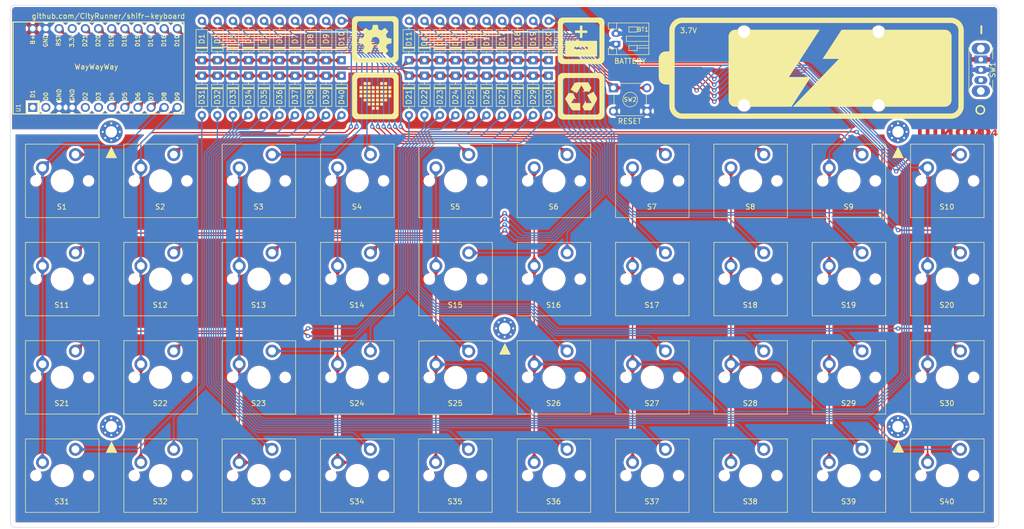
<source format=kicad_pcb>
(kicad_pcb (version 20241229) (generator "pcbnew") (generator_version "9.0")
  (layers (0 "F.Cu" signal) (2 "B.Cu" signal) (13 "F.Paste" user) (15 "B.Paste" user) (5 "F.SilkS" user "F.Silkscreen") (7 "B.SilkS" user "B.Silkscreen") (1 "F.Mask" user) (3 "B.Mask" user) (25 "Edge.Cuts" user))
  (net 0 "")
  (net 1 "row_0")
  (net 2 "Net-(D1-A)")
  (net 3 "Net-(D2-A)")
  (net 4 "Net-(D3-A)")
  (net 5 "Net-(D4-A)")
  (net 6 "Net-(D5-A)")
  (net 7 "Net-(D6-A)")
  (net 8 "Net-(D7-A)")
  (net 9 "Net-(D8-A)")
  (net 10 "Net-(D9-A)")
  (net 11 "Net-(D10-A)")
  (net 12 "row_1")
  (net 13 "Net-(D11-A)")
  (net 14 "Net-(D12-A)")
  (net 15 "Net-(D13-A)")
  (net 16 "Net-(D14-A)")
  (net 17 "Net-(D15-A)")
  (net 18 "Net-(D16-A)")
  (net 19 "Net-(D17-A)")
  (net 20 "Net-(D18-A)")
  (net 21 "Net-(D19-A)")
  (net 22 "Net-(D20-A)")
  (net 23 "row_2")
  (net 24 "Net-(D21-A)")
  (net 25 "row_3")
  (net 26 "Net-(D22-A)")
  (net 27 "Net-(D23-A)")
  (net 28 "Net-(D24-A)")
  (net 29 "Net-(D25-A)")
  (net 30 "Net-(D26-A)")
  (net 31 "Net-(D27-A)")
  (net 32 "Net-(D28-A)")
  (net 33 "Net-(D29-A)")
  (net 34 "Net-(D30-A)")
  (net 35 "Net-(D31-A)")
  (net 36 "Net-(D32-A)")
  (net 37 "Net-(D33-A)")
  (net 38 "Net-(D34-A)")
  (net 39 "Net-(D35-A)")
  (net 40 "Net-(D36-A)")
  (net 41 "Net-(D37-A)")
  (net 42 "Net-(D38-A)")
  (net 43 "Net-(D39-A)")
  (net 44 "Net-(D40-A)")
  (net 45 "col_0")
  (net 46 "col_1")
  (net 47 "col_2")
  (net 48 "col_3")
  (net 49 "col_4")
  (net 50 "col_5")
  (net 51 "col_6")
  (net 52 "col_7")
  (net 53 "col_8")
  (net 54 "col_9")
  (net 55 "reset")
  (net 56 "ground")
  (net 61 "power")
  (net 63 "Net-(BT1--)")
  (footprint "ScottoKeebs_MX:MX_PCB_1.00u" (layer "F.Cu") (at 220.525 111.475)
    (property "Reference" "S30")
    (property "Value" "Keyswitch")
  )
  (footprint "ScottoKeebs_MX:MX_PCB_1.00u" (layer "F.Cu") (at 49.525 73.475)
    (property "Reference" "S1")
    (property "Value" "Keyswitch")
  )
  (footprint "ScottoKeebs_Components:Diode_DO-35" (layer "F.Cu") (at 88.5 53.15 -90)
    (property "Reference" "D35")
    (property "Value" "Diode")
  )
  (footprint "ScottoKeebs_Components:Diode_DO-35" (layer "F.Cu") (at 103.5 50.15 90)
    (property "Reference" "D10")
    (property "Value" "Diode")
  )
  (footprint "ScottoKeebs_Components:Diode_DO-35" (layer "F.Cu") (at 125.5 50.15 90)
    (property "Reference" "D14")
    (property "Value" "Diode")
  )
  (footprint "ScottoKeebs_Components:Diode_DO-35" (layer "F.Cu") (at 103.5 53.15 -90)
    (property "Reference" "D40")
    (property "Value" "Diode")
  )
  (footprint "ScottoKeebs_Components:Diode_DO-35" (layer "F.Cu") (at 122.5 50.15 90)
    (property "Reference" "D13")
    (property "Value" "Diode")
  )
  (footprint "MountingHole:MountingHole_2.2mm_M2_Pad_Via" (layer "F.Cu") (at 59 121)
    (property "Reference" "H1" (hide yes))
    (property "Value" "MountingHole")
  )
  (footprint "ScottoKeebs_Components:Diode_DO-35" (layer "F.Cu") (at 79.5 53.15 -90)
    (property "Reference" "D32")
    (property "Value" "Diode")
  )
  (footprint "ScottoKeebs_Components:Diode_DO-35" (layer "F.Cu") (at 134.5 50.15 90)
    (property "Reference" "D17")
    (property "Value" "Diode")
  )
  (footprint "ScottoKeebs_MX:MX_PCB_1.00u" (layer "F.Cu") (at 87.525 111.475)
    (property "Reference" "S23")
    (property "Value" "Keyswitch")
  )
  (footprint "ScottoKeebs_Components:Diode_DO-35" (layer "F.Cu") (at 116.5 50.15 90)
    (property "Reference" "D11")
    (property "Value" "Diode")
  )
  (footprint "ScottoKeebs_MX:MX_PCB_1.00u" (layer "F.Cu") (at 182.525 111.475)
    (property "Reference" "S28")
    (property "Value" "Keyswitch")
  )
  (footprint "ScottoKeebs_MX:MX_PCB_1.00u" (layer "F.Cu") (at 68.525 92.475)
    (property "Reference" "S12")
    (property "Value" "Keyswitch")
  )
  (footprint "ScottoKeebs_Components:Diode_DO-35" (layer "F.Cu") (at 125.5 53.15 -90)
    (property "Reference" "D24")
    (property "Value" "Diode")
  )
  (footprint "Connector_JST:JST_PH_S2B-PH-K_1x02_P2.00mm_Horizontal" (layer "F.Cu") (at 156.5 47 90)
    (property "Reference" "BT1")
    (property "Value" "Battery")
  )
  (footprint "ScottoKeebs_Components:Diode_DO-35" (layer "F.Cu") (at 97.5 53.15 -90)
    (property "Reference" "D38")
    (property "Value" "Diode")
  )
  (footprint "ScottoKeebs_MX:MX_PCB_1.00u" (layer "F.Cu") (at 201.525 92.475)
    (property "Reference" "S19")
    (property "Value" "Keyswitch")
  )
  (footprint "ScottoKeebs_MX:MX_PCB_1.00u" (layer "F.Cu") (at 106.525 92.475)
    (property "Reference" "S14")
    (property "Value" "Keyswitch")
  )
  (footprint "ScottoKeebs_Components:Diode_DO-35" (layer "F.Cu") (at 88.5 50.15 90)
    (property "Reference" "D5")
    (property "Value" "Diode")
  )
  (footprint "MountingHole:MountingHole_2.2mm_M2_ISO14580" (layer "F.Cu") (at 181.25 58.75)
    (property "Reference" "H8" (hide yes))
    (property "Value" "MountingHole")
  )
  (footprint "ScottoKeebs_Components:Diode_DO-35" (layer "F.Cu") (at 94.5 50.15 90)
    (property "Reference" "D7")
    (property "Value" "Diode")
  )
  (footprint "MountingHole:MountingHole_2.2mm_M2_ISO14580" (layer "F.Cu") (at 207.25 58.75)
    (property "Reference" "H9" (hide yes))
    (property "Value" "MountingHole")
  )
  (footprint "ScottoKeebs_MX:MX_PCB_1.00u" (layer "F.Cu") (at 106.525 130.475)
    (property "Reference" "S34")
    (property "Value" "Keyswitch")
  )
  (footprint "ScottoKeebs_Components:Diode_DO-35" (layer "F.Cu") (at 116.5 53.15 -90)
    (property "Reference" "D21")
    (property "Value" "Diode")
  )
  (footprint "ScottoKeebs_Components:Diode_DO-35" (layer "F.Cu") (at 85.5 53.15 -90)
    (property "Reference" "D34")
    (property "Value" "Diode")
  )
  (footprint "MountingHole:MountingHole_2.2mm_M2_Pad_Via" (layer "F.Cu") (at 211 121)
    (property "Reference" "H5" (hide yes))
    (property "Value" "MountingHole")
  )
  (footprint "ScottoKeebs_MX:MX_PCB_1.00u" (layer "F.Cu") (at 144.525 73.475)
    (property "Reference" "S6")
    (property "Value" "Keyswitch")
  )
  (footprint "ScottoKeebs_MX:MX_PCB_1.00u" (layer "F.Cu") (at 220.525 130.475)
    (property "Reference" "S40")
    (property "Value" "Keyswitch")
  )
  (footprint "ScottoKeebs_Components:Diode_DO-35" (layer "F.Cu") (at 128.5 53.15 -90)
    (property "Reference" "D25")
    (property "Value" "Diode")
  )
  (footprint "ScottoKeebs_MX:MX_PCB_1.00u" (layer "F.Cu") (at 182.525 73.475)
    (property "Reference" "S8")
    (property "Value" "Keyswitch")
  )
  (footprint "ScottoKeebs_MX:MX_PCB_1.00u" (layer "F.Cu") (at 106.525 111.475)
    (property "Reference" "S24")
    (property "Value" "Keyswitch")
  )
  (footprint "ScottoKeebs_MX:MX_PCB_1.00u" (layer "F.Cu") (at 106.528937 73.465)
    (property "Reference" "S4")
    (property "Value" "Keyswitch")
  )
  (footprint "ScottoKeebs_Components:Diode_DO-35" (layer "F.Cu") (at 131.5 53.15 -90)
    (property "Reference" "D26")
    (property "Value" "Diode")
  )
  (footprint "ScottoKeebs_MX:MX_PCB_1.00u" (layer "F.Cu") (at 87.525 92.475)
    (property "Reference" "S13")
    (property "Value" "Keyswitch")
  )
  (footprint "ScottoKeebs_MX:MX_PCB_1.00u" (layer "F.Cu") (at 87.525 73.475)
    (property "Reference" "S3")
    (property "Value" "Keyswitch")
  )
  (footprint "ScottoKeebs_Components:Diode_DO-35" (layer "F.Cu") (at 137.5 53.15 -90)
    (property "Reference" "D28")
    (property "Value" "Diode")
  )
  (footprint "ScottoKeebs_MCU:Nice_Nano_V2" (layer "F.Cu") (at 57.8 51.65 90)
    (property "Reference" "U1")
    (property "Value" "Nice_Nano_V2" (hide yes))
  )
  (footprint "ScottoKeebs_MX:MX_PCB_1.00u" (layer "F.Cu") (at 49.525 111.475)
    (property "Reference" "S21")
    (property "Value" "Keyswitch")
  )
  (footprint "ScottoKeebs_Components:Diode_DO-35" (layer "F.Cu") (at 82.5 53.15 -90)
    (property "Reference" "D33")
    (property "Value" "Diode")
  )
  (footprint "ScottoKeebs_MX:MX_PCB_1.00u" (layer "F.Cu") (at 49.525 92.475)
    (property "Reference" "S11")
    (property "Value" "Keyswitch")
  )
  (footprint "ScottoKeebs_MX:MX_PCB_1.00u" (layer "F.Cu") (at 144.525 92.475)
    (property "Reference" "S16")
    (property "Value" "Keyswitch")
  )
  (footprint "Button_Switch_THT:SW_TH_Tactile_Omron_B3F-10xx" (layer "F.Cu") (at 156 55.5)
    (property "Reference" "SW2")
    (property "Value" "Reset Switch")
  )
  (footprint "ScottoKeebs_Components:Diode_DO-35" (layer "F.Cu") (at 79.5 50.15 90)
    (property "Reference" "D2")
    (property "Value" "Diode")
  )
  (footprint "ScottoKeebs_Components:Diode_DO-35" (layer "F.Cu") (at 137.5 50.15 90)
    (property "Reference" "D18")
    (property "Value" "Diode")
  )
  (footprint "ScottoKeebs_MX:MX_PCB_1.00u" (layer "F.Cu") (at 182.525 130.475)
    (property "Reference" "S38")
    (property "Value" "Keyswitch")
  )
  (footprint "ScottoKeebs_Components:Diode_DO-35" (layer "F.Cu") (at 94.5 53.15 -90)
    (property "Reference" "D37")
    (property "Value" "Diode")
  )
  (footprint "ScottoKeebs_Components:Diode_DO-35" (layer "F.Cu") (at 119.5 50.15 90)
    (property "Reference" "D12")
    (property "Value" "Diode")
  )
  (footprint "ScottoKeebs_Components:Diode_DO-35" (layer "F.Cu") (at 85.5 50.15 90)
    (property "Reference" "D4")
    (property "Value" "Diode")
  )
  (footprint "ScottoKeebs_MX:MX_PCB_1.00u" (layer "F.Cu") (at 163.525 92.475)
    (property "Reference" "S17")
    (property "Value" "Keyswitch")
  )
  (footprint "MountingHole:MountingHole_2.2mm_M2_Pad_Via" (layer "F.Cu") (at 135 102)
    (property "Reference" "H3" (hide yes))
    (property "Value" "MountingHole")
  )
  (footprint "ScottoKeebs_MX:MX_PCB_1.00u" (layer "F.Cu") (at 163.525 130.475)
    (property "Reference" "S37")
    (property "Value" "Keyswitch")
  )
  (footprint "MountingHole:MountingHole_2.2mm_M2_ISO14580" (layer "F.Cu") (at 207.25 44.75)
    (property "Reference" "H7" (hide yes))
    (property "Value" "MountingHole")
  )
  (footprint "ScottoKeebs_MX:MX_PCB_1.00u" (layer "F.Cu") (at 220.525 73.475)
    (property "Reference" "S10")
    (property "Value" "Keyswitch")
  )
  (footprint "Button_Switch_THT:SW_CuK_OS102011MA1QN1_SPDT_Angled" (layer "F.Cu") (at 227 54 90)
    (property "Reference" "SW1")
    (property "Value" "Power Switch")
  )
  (footprint "ScottoKeebs_MX:MX_PCB_1.00u" (layer "F.Cu") (at 201.525 73.475)
    (property "Reference" "S9")
    (property "Value" "Keyswitch")
  )
  (footprint "ScottoKeebs_MX:MX_PCB_1.00u" (layer "F.Cu") (at 125.525 111.525)
    (property "Reference" "S25")
    (property "Value" "Keyswitch")
  )
  (footprint "ScottoKeebs_MX:MX_PCB_1.00u" (layer "F.Cu") (at 201.525 130.475)
    (property "Reference" "S39")
    (property "Value" "Keyswitch")
  )
  (footprint "ScottoKeebs_MX:MX_PCB_1.00u" (layer "F.Cu") (at 68.525 111.475)
    (property "Reference" "S22")
    (property "Value" "Keyswitch")
  )
  (footprint "ScottoKeebs_MX:MX_PCB_1.00u" (layer "F.Cu") (at 201.525 111.475)
    (property "Reference" "S29")
    (property "Value" "Keyswitch")
  )
  (footprint "MountingHole:MountingHole_2.2mm_M2_ISO14580" (layer "F.Cu") (at 181.25 44.75)
    (property "Reference" "H6" (hide yes))
    (property "Value" "MountingHole")
  )
  (footprint "MountingHole:MountingHole_2.2mm_M2_Pad_Via" (layer "F.Cu") (at 211 64)
    (property "Reference" "H4" (hide yes))
    (property "Value" "MountingHole")
  )
  (footprint "ScottoKeebs_MX:MX_PCB_1.00u" (layer "F.Cu") (at 182.525 92.475)
    (property "Reference" "S18")
    (property "Value" "Keyswitch")
  )
  (footprint "ScottoKeebs_MX:MX_PCB_1.00u" (layer "F.Cu") (at 144.525 130.475)
    (property "Reference" "S36")
    (property "Value" "Keyswitch")
  )
  (footprint "ScottoKeebs_Components:Diode_DO-35" (layer "F.Cu") (at 140.5 50.15 90)
    (property "Reference" "D19")
    (property "Value" "Diode")
  )
  (footprint "ScottoKeebs_MX:MX_PCB_1.00u" (layer "F.Cu") (at 125.475 130.475)
    (property "Reference" "S35")
    (property "Value" "Keyswitch")
  )
  (footprint "ScottoKeebs_Components:Diode_DO-35" (layer "F.Cu") (at 143.5 53.15 -90)
    (property "Reference" "D30")
    (property "Value" "Diode")
  )
  (footprint "ScottoKeebs_MX:MX_PCB_1.00u" (layer "F.Cu") (at 49.525 130.475)
    (property "Reference" "S31")
    (property "Value" "Keyswitch")
  )
  (footprint "ScottoKeebs_MX:MX_PCB_1.00u" (layer "F.Cu") (at 144.525 111.475)
    (property "Reference" "S26")
    (property "Value" "Keyswitch")
  )
  (footprint "ScottoKeebs_Components:Diode_DO-35" (layer "F.Cu") (at 76.5 53.15 -90)
    (property "Reference" "D31")
    (property "Value" "Diode")
  )
  (footprint "ScottoKeebs_Components:Diode_DO-35" (layer "F.Cu") (at 128.5 50.15 90)
    (property "Reference" "D15")
    (property "Value" "Diode")
  )
  (footprint "ScottoKeebs_MX:MX_PCB_1.00u" (layer "F.Cu") (at 125.525 92.475)
    (property "Reference" "S15")
    (property "Value" "Keyswitch")
  )
  (footprint "MountingHole:MountingHole_2.2mm_M2_Pad_Via" (layer "F.Cu") (at 59 64)
    (property "Reference" "H2" (hide yes))
    (property "Value" "MountingHole")
  )
  (footprint "ScottoKeebs_Components:Diode_DO-35" (layer "F.Cu") (at 100.5 50.15 90)
    (property "Reference" "D9")
    (property "Value" "Diode")
  )
  (footprint "ScottoKeebs_MX:MX_PCB_1.00u" (layer "F.Cu") (at 163.525 73.475)
    (property "Reference" "S7")
    (property "Value" "Keyswitch")
  )
  (footprint "ScottoKeebs_Components:Diode_DO-35" (layer "F.Cu") (at 91.5 50.15 90)
    (property "Reference" "D6")
    (property "Value" "Diode")
  )
  (footprint "ScottoKeebs_Components:Diode_DO-35" (layer "F.Cu") (at 119.5 53.15 -90)
    (property "Reference" "D22")
    (property "Value" "Diode")
  )
  (footprint "ScottoKeebs_MX:MX_PCB_1.00u" (layer "F.Cu") (at 68.525 130.475)
    (property "Reference" "S32")
    (property "Value" "Keyswitch")
  )
  (footprint "ScottoKeebs_Components:Diode_DO-35" (layer "F.Cu") (at 91.5 53.15 -90)
    (property "Reference" "D36")
    (property "Value" "Diode")
  )
  (footprint "ScottoKeebs_MX:MX_PCB_1.00u" (layer "F.Cu") (at 68.525 73.475)
    (property "Reference" "S2")
    (property "Value" "Keyswitch")
  )
  (footprint "ScottoKeebs_MX:MX_PCB_1.00u" (layer "F.Cu") (at 163.525 111.475)
    (property "Reference" "S27")
    (property "Value" "Keyswitch")
  )
  (footprint "ScottoKeebs_MX:MX_PCB_1.00u" (layer "F.Cu") (at 125.525 73.475)
    (property "Reference" "S5")
    (property "Value" "Keyswitch")
  )
  (footprint "ScottoKeebs_Components:Diode_DO-35" (layer "F.Cu") (at 140.5 53.15 -90)
    (property "Reference" "D29")
    (property "Value" "Diode")
  )
  (footprint "ScottoKeebs_Components:Diode_DO-35" (layer "F.Cu") (at 100.5 53.15 -90)
    (property "Reference" "D39")
    (property "Value" "Diode")
  )
  (footprint "ScottoKeebs_Components:Diode_DO-35" (layer "F.Cu") (at 143.5 50.15 90)
    (property "Reference" "D20")
    (property "Value" "Diode")
  )
  (footprint "ScottoKeebs_Components:Diode_DO-35" (layer "F.Cu") (at 134.5 53.15 -90)
    (property "Reference" "D27")
    (property "Value" "Diode")
  )
  (footprint "ScottoKeebs_MX:MX_PCB_1.00u" (layer "F.Cu") (at 220.525 92.475)
    (property "Reference" "S20")
    (property "Value" "Keyswitch")
  )
  (footprint "ScottoKeebs_Components:Diode_DO-35" (layer "F.Cu") (at 97.5 50.15 90)
    (property "Reference" "D8")
    (property "Value" "Diode")
  )
  (footprint "ScottoKeebs_Components:Diode_DO-35" (layer "F.Cu") (at 131.5 50.15 90)
    (property "Reference" "D16")
    (property "Value" "Diode")
  )
  (footprint "ScottoKeebs_Components:Diode_DO-35" (layer "F.Cu") (at 82.5 50.15 90)
    (property "Reference" "D3")
    (property "Value" "Diode")
  )
  (footprint "ScottoKeebs_MX:MX_PCB_1.00u" (layer "F.Cu") (at 87.525 130.475)
    (property "Reference" "S33")
    (property "Value" "Keyswitch")
  )
  (footprint "ScottoKeebs_Components:Diode_DO-35" (layer "F.Cu") (at 76.5 50.15 90)
    (property "Reference" "D1")
    (property "Value" "Diode")
  )
  (footprint "ScottoKeebs_Components:Diode_DO-35" (layer "F.Cu") (at 122.5 53.15 -90)
    (property "Reference" "D23")
    (property "Value" "Diode")
  )
  (gr_curve (pts (xy 107.553663 44.538099) (xy 107.541489 44.554031) (xy 107.541489 44.576142) (xy 107.553663 44.592074)) (stroke (width 0.1)) (layer "F.SilkS"))
  (gr_circle (center 226.9 59.75) (end 227.705573 59.75) (stroke (width 0.3)) (fill no) (layer "F.SilkS"))
  (gr_curve (pts (xy 111.204912 48.487798) (xy 111.222754 48.478202) (xy 111.244221 48.478202) (xy 111.262062 48.487798)) (stroke (width 0.1)) (layer "F.SilkS"))
  (gr_line (start 112.239962 45.830324) (end 112.008187 45.290574) (stroke (width 0.1)) (layer "F.SilkS"))
  (gr_poly (pts (xy 110.696184 58.119316) (xy 110.143734 58.119316) (xy 110.143734 57.566866) (xy 110.696184 57.566866)) (stroke (width -0.000001)) (fill yes) (layer "F.SilkS"))
  (gr_curve (pts (xy 111.849438 48.887849) (xy 111.8639 48.900784) (xy 111.885775 48.900784) (xy 111.900238 48.887849)) (stroke (width 0.1)) (layer "F.SilkS"))
  (gr_line (start 107.553663 44.592074) (end 107.991813 45.227074) (stroke (width 0.1)) (layer "F.SilkS"))
  (gr_line (start 109.585663 43.388749) (end 109.426913 44.169799) (stroke (width 0.1)) (layer "F.SilkS"))
  (gr_curve (pts (xy 107.760038 45.827149) (xy 107.751887 45.846022) (xy 107.735486 45.86008) (xy 107.715588 45.865249)) (stroke (width 0.1)) (layer "F.SilkS"))
  (gr_line (start 112.449512 48.284599) (end 112.033588 47.662299) (stroke (width 0.1)) (layer "F.SilkS"))
  (gr_poly (pts (xy 107.502134 55.728541) (xy 106.949684 55.728541) (xy 106.949684 55.176091) (xy 107.502134 55.176091)) (stroke (width -0.000001)) (fill yes) (layer "F.SilkS"))
  (gr_poly (pts (xy 112.293209 57.322391) (xy 111.740759 57.322391) (xy 111.740759 56.769941) (xy 112.293209 56.769941)) (stroke (width -0.000001)) (fill yes) (layer "F.SilkS"))
  (gr_poly (pts (xy 108.299059 55.728541) (xy 107.746609 55.728541) (xy 107.746609 55.176091) (xy 108.299059 55.176091)) (stroke (width -0.000001)) (fill yes) (layer "F.SilkS"))
  (gr_poly (pts (xy 150.027116 44.391758) (xy 150.97009 44.391758) (xy 150.97009 44.877533) (xy 150.027116 44.877533) (xy 150.027116 45.820508) (xy 149.541341 45.820508) (xy 149.541341 44.877533) (xy 148.598366 44.877533) (xy 148.598366 44.391758) (xy 149.541341 44.391758) (xy 149.541341 43.448783) (xy 150.027116 43.448783)) (stroke (width -0.000001)) (fill yes) (layer "F.SilkS"))
  (gr_curve (pts (xy 106.928188 46.820923) (xy 106.927662 46.840464) (xy 106.940916 46.857694) (xy 106.959938 46.862198)) (stroke (width 0.1)) (layer "F.SilkS"))
  (gr_poly (pts (xy 109.896084 59.713165) (xy 109.343634 59.713165) (xy 109.343634 59.160716) (xy 109.896084 59.160716)) (stroke (width -0.000001)) (fill yes) (layer "F.SilkS"))
  (gr_line (start 107.969588 47.671823) (end 107.547313 48.297299) (stroke (width 0.1)) (layer "F.SilkS"))
  (gr_line (start 112.008187 45.230249) (end 112.449512 44.595249) (stroke (width 0.1)) (layer "F.SilkS"))
  (gr_poly (pts (xy 109.896084 55.728541) (xy 109.343634 55.728541) (xy 109.343634 55.176091) (xy 109.896084 55.176091)) (stroke (width -0.000001)) (fill yes) (layer "F.SilkS"))
  (gr_poly (pts (xy 113.093309 55.728541) (xy 112.540859 55.728541) (xy 112.540859 55.176091) (xy 113.093309 55.176091)) (stroke (width -0.000001)) (fill yes) (layer "F.SilkS"))
  (gr_poly (pts (xy 109.099159 58.916241) (xy 108.546709 58.916241) (xy 108.546709 58.363791) (xy 109.099159 58.363791)) (stroke (width -0.000001)) (fill yes) (layer "F.SilkS"))
  (gr_poly (pts (xy 111.496283 54.931616) (xy 110.943834 54.931616) (xy 110.943834 54.379166) (xy 111.496283 54.379166)) (stroke (width -0.000001)) (fill yes) (layer "F.SilkS"))
  (gr_line (start 113.071813 46.811398) (end 113.071813 46.049399) (stroke (width 0.1)) (layer "F.SilkS"))
  (gr_poly (pts (xy 109.896084 56.525466) (xy 109.343634 56.525466) (xy 109.343634 55.973016) (xy 109.896084 55.973016)) (stroke (width -0.000001)) (fill yes) (layer "F.SilkS"))
  (gr_line (start 112.033588 47.601973) (end 112.259013 47.027298) (stroke (width 0.1)) (layer "F.SilkS"))
  (gr_poly (pts (xy 166.838512 54.434042) (xy 166.150595 54.434042) (xy 166.102668 54.432854) (xy 166.055066 54.429313) (xy 166.007869 54.42345) (xy 165.961155 54.415299) (xy 165.915005 54.404893) (xy 165.869496 54.392264) (xy 165.824709 54.377445) (xy 165.780723 54.36047) (xy 165.737616 54.34137) (xy 165.695469 54.320179) (xy 165.654359 54.296929) (xy 165.614368 54.271654) (xy 165.575573 54.244386) (xy 165.538054 54.215158) (xy 165.50189 54.184003) (xy 165.46716 54.150953) (xy 165.434111 54.116223) (xy 165.402955 54.08006) (xy 165.373727 54.042541) (xy 165.346459 54.003746) (xy 165.321184 53.963754) (xy 165.297935 53.922645) (xy 165.276744 53.880497) (xy 165.257644 53.837391) (xy 165.240669 53.793404) (xy 165.22585 53.748617) (xy 165.213222 53.703109) (xy 165.202815 53.656958) (xy 165.194665 53.610245) (xy 165.188802 53.563047) (xy 165.18526 53.515446) (xy 165.184072 53.467519) (xy 165.184072 49.831879) (xy 165.184929 49.783721) (xy 165.188163 49.735876) (xy 165.193743 49.688425) (xy 165.201634 49.641447) (xy 165.211805 49.595024) (xy 165.224222 49.549237) (xy 165.238852 49.504164) (xy 165.255664 49.459888) (xy 165.274623 49.416488) (xy 165.295697 49.374045) (xy 165.318854 49.332639) (xy 165.34406 49.292351) (xy 165.371283 49.253262) (xy 165.400489 49.215451) (xy 165.431647 49.178999) (xy 165.464722 49.143987) (xy 165.499499 49.110665) (xy 165.535729 49.07925) (xy 165.573332 49.049777) (xy 165.612228 49.022279) (xy 165.652337 48.996788) (xy 165.693577 48.973339) (xy 165.73587 48.951965) (xy 165.779134 48.932699) (xy 165.82329 48.915574) (xy 165.868257 48.900625) (xy 165.913956 48.887885) (xy 165.960305 48.877386) (xy 166.007224 48.869162) (xy 166.054634 48.863247) (xy 166.102454 48.859675) (xy 166.150603 48.858477) (xy 166.838512 48.858477)) (stroke (width 0.828939) (color 29 29 27 1)) (fill yes) (layer "F.SilkS"))
  (gr_poly (pts (xy 108.299059 58.119316) (xy 107.746609 58.119316) (xy 107.746609 57.566866) (xy 108.299059 57.566866)) (stroke (width -0.000001)) (fill yes) (layer "F.SilkS"))
  (gr_curve (pts (xy 107.547313 48.297299) (xy 107.536133 48.313554) (xy 107.536133 48.335019) (xy 107.547313 48.351273)) (stroke (width 0.1)) (layer "F.SilkS"))
  (gr_curve (pts (xy 108.153738 43.985649) (xy 108.137806 43.973475) (xy 108.115695 43.973475) (xy 108.099763 43.985649)) (stroke (width 0.1)) (layer "F.SilkS"))
  (gr_poly (pts (xy 112.293209 55.728541) (xy 111.740759 55.728541) (xy 111.740759 55.176091) (xy 112.293209 55.176091)) (stroke (width -0.000001)) (fill yes) (layer "F.SilkS"))
  (gr_poly (pts (xy 113.532055 41.629801) (xy 113.579816 41.630195) (xy 113.627286 41.632964) (xy 113.674383 41.638076) (xy 113.721027 41.645498) (xy 113.767136 41.655199) (xy 113.81263 41.667146) (xy 113.857428 41.681306) (xy 113.901448 41.697647) (xy 113.944609 41.716137) (xy 113.986832 41.736743) (xy 114.028033 41.759433) (xy 114.068133 41.784175) (xy 114.107051 41.810936) (xy 114.144705 41.839684) (xy 114.181014 41.870387) (xy 114.215898 41.903012) (xy 114.249104 41.937342) (xy 114.280413 41.973131) (xy 114.309789 42.010297) (xy 114.337201 42.048761) (xy 114.362613 42.088441) (xy 114.385992 42.129259) (xy 114.407305 42.171133) (xy 114.426518 42.213983) (xy 114.443597 42.257729) (xy 114.458507 42.302291) (xy 114.471217 42.347589) (xy 114.481691 42.393542) (xy 114.489896 42.440069) (xy 114.495799 42.487092) (xy 114.499366 42.534528) (xy 114.500562 42.582299) (xy 114.500562 49.662548) (xy 114.499146 49.712312) (xy 114.495267 49.761421) (xy 114.488984 49.809814) (xy 114.480358 49.85743) (xy 114.469449 49.904211) (xy 114.456317 49.950095) (xy 114.441022 49.995023) (xy 114.423625 50.038933) (xy 114.404187 50.081766) (xy 114.382767 50.123462) (xy 114.359425 50.163959) (xy 114.334222 50.203198) (xy 114.307219 50.241119) (xy 114.278475 50.277661) (xy 114.248051 50.312764) (xy 114.216007 50.346368) (xy 114.182403 50.378412) (xy 114.1473 50.408836) (xy 114.110758 50.43758) (xy 114.072837 50.464583) (xy 114.033598 50.489786) (xy 113.993101 50.513128) (xy 113.951405 50.534548) (xy 113.908572 50.553986) (xy 113.864662 50.571383) (xy 113.819734 50.586678) (xy 113.77385 50.59981) (xy 113.727069 50.610719) (xy 113.679453 50.619345) (xy 113.63106 50.625628) (xy 113.581951 50.629507) (xy 113.532187 50.630923) (xy 106.451939 50.630923) (xy 106.404191 50.629733) (xy 106.356774 50.626174) (xy 106.309769 50.620277) (xy 106.263255 50.612079) (xy 106.217314 50.601611) (xy 106.172025 50.588908) (xy 106.12747 50.574003) (xy 106.083728 50.55693) (xy 106.040881 50.537724) (xy 105.999008 50.516417) (xy 105.95819 50.493043) (xy 105.918508 50.467636) (xy 105.880042 50.44023) (xy 105.842872 50.410858) (xy 105.807079 50.379555) (xy 105.772744 50.346353) (xy 105.740114 50.311474) (xy 105.709407 50.275169) (xy 105.680654 50.237519) (xy 105.653887 50.198605) (xy 105.62914 50.158509) (xy 105.606443 50.11731) (xy 105.585831 50.075091) (xy 105.567335 50.031932) (xy 105.550988 49.987914) (xy 105.536822 49.943118) (xy 105.524869 49.897626) (xy 105.515162 49.851518) (xy 105.507733 49.804875) (xy 105.502614 49.757779) (xy 105.499838 49.710309) (xy 105.499438 49.662548) (xy 105.499438 43.112524) (xy 106.470987 43.112524) (xy 106.470987 49.145024) (xy 106.47162 49.170529) (xy 106.473504 49.195861) (xy 106.476624 49.220978) (xy 106.480962 49.245837) (xy 106.4865 49.270397) (xy 106.49322 49.294615) (xy 106.501106 49.318449) (xy 106.51014 49.341857) (xy 106.520304 49.364797) (xy 106.531581 49.387226) (xy 106.543954 49.409103) (xy 106.557404 49.430386) (xy 106.571915 49.451031) (xy 106.587469 49.470997) (xy 106.604049 49.490242) (xy 106.621637 49.508724) (xy 106.640119 49.526312) (xy 106.659364 49.542892) (xy 106.67933 49.558446) (xy 106.699976 49.572957) (xy 106.721258 49.586407) (xy 106.743135 49.59878) (xy 106.765564 49.610057) (xy 106.788504 49.620221) (xy 106.811912 49.629255) (xy 106.835746 49.637141) (xy 106.859964 49.643861) (xy 106.884524 49.649399) (xy 106.909383 49.653737) (xy 106.9345 49.656857) (xy 106.959832 49.658742) (xy 106.985337 49.659374) (xy 113.017841 49.659373) (xy 113.044241 49.658549) (xy 113.070292 49.656424) (xy 113.095963 49.653029) (xy 113.121222 49.648396) (xy 113.146037 49.642556) (xy 113.170376 49.635543) (xy 113.194208 49.627386) (xy 113.217501 49.618119) (xy 113.240223 49.607773) (xy 113.262342 49.596379) (xy 113.283826 49.58397) (xy 113.304645 49.570577) (xy 113.324765 49.556232) (xy 113.344155 49.540966) (xy 113.362784 49.524812) (xy 113.38062 49.507801) (xy 113.397631 49.489965) (xy 113.413785 49.471336) (xy 113.42905 49.451946) (xy 113.443395 49.431825) (xy 113.456788 49.411007) (xy 113.469197 49.389523) (xy 113.48059 49.367404) (xy 113.490936 49.344682) (xy 113.500203 49.321389) (xy 113.508359 49.297558) (xy 113.515372 49.273219) (xy 113.521211 49.248404) (xy 113.525844 49.223145) (xy 113.529239 49.197474) (xy 113.531364 49.171423) (xy 113.532187 49.145024) (xy 113.532187 45.884299) (xy 113.532188 45.884299) (xy 113.532189 43.115699) (xy 113.531556 43.090194) (xy 113.529672 43.064862) (xy 113.526552 43.039745) (xy 113.522214 43.014886) (xy 113.516676 42.990326) (xy 113.509956 42.966108) (xy 113.50207 42.942274) (xy 113.493036 42.918866) (xy 113.482872 42.895926) (xy 113.471595 42.873496) (xy 113.459222 42.851619) (xy 113.445772 42.830337) (xy 113.431261 42.809692) (xy 113.415707 42.789725) (xy 113.399127 42.77048) (xy 113.381539 42.751998) (xy 113.363057 42.734411) (xy 113.343812 42.717831) (xy 113.323846 42.702277) (xy 113.3032 42.687766) (xy 113.281918 42.674315) (xy 113.260041 42.661943) (xy 113.237612 42.650666) (xy 113.214672 42.640501) (xy 113.191264 42.631468) (xy 113.167429 42.623582) (xy 113.143211 42.616861) (xy 113.118651 42.611323) (xy 113.093792 42.606986) (xy 113.068675 42.603866) (xy 113.043343 42.601981) (xy 113.017838 42.601349) (xy 106.985348 42.601349) (xy 106.959894 42.601824) (xy 106.934607 42.603554) (xy 106.909528 42.606524) (xy 106.884701 42.610714) (xy 106.860167 42.616109) (xy 106.83597 42.622689) (xy 106.812151 42.630439) (xy 106.788754 42.639341) (xy 106.76582 42.649377) (xy 106.743392 42.66053) (xy 106.721513 42.672783) (xy 106.700226 42.686118) (xy 106.679571 42.700518) (xy 106.659593 42.715966) (xy 106.640334 42.732444) (xy 106.621835 42.749934) (xy 106.60423 42.768323) (xy 106.587632 42.78748) (xy 106.57206 42.807362) (xy 106.557532 42.827926) (xy 106.544064 42.84913) (xy 106.531675 42.870933) (xy 106.520383 42.89329) (xy 106.510204 42.916162) (xy 106.501156 42.939504) (xy 106.493258 42.963274) (xy 106.486527 42.987431) (xy 106.48098 43.011931) (xy 106.476634 43.036733) (xy 106.473509 43.061794) (xy 106.471621 43.087072) (xy 106.470987 43.112524) (xy 105.499438 43.112524) (xy 105.499438 42.582299) (xy 105.500609 42.535067) (xy 105.504099 42.488156) (xy 105.509877 42.441644) (xy 105.517909 42.395608) (xy 105.528164 42.350127) (xy 105.54061 42.305279) (xy 105.555214 42.261141) (xy 105.571943 42.217793) (xy 105.590765 42.175312) (xy 105.611649 42.133776) (xy 105.634561 42.093263) (xy 105.659469 42.053852) (xy 105.686342 42.015619) (xy 105.715145 41.978645) (xy 105.745849 41.943005) (xy 105.778419 41.90878) (xy 105.812644 41.87621) (xy 105.848284 41.845506) (xy 105.885258 41.816703) (xy 105.923491 41.78983) (xy 105.962902 41.764922) (xy 106.003415 41.74201) (xy 106.044951 41.721126) (xy 106.087432 41.702304) (xy 106.13078 41.685575) (xy 106.174917 41.670971) (xy 106.219766 41.658525) (xy 106.265247 41.64827) (xy 106.311282 41.640238) (xy 106.357795 41.63446) (xy 106.404706 41.63097) (xy 106.451938 41.629799) (xy 113.532187 41.629799)) (stroke (width -0.000001)) (fill yes) (layer "F.SilkS"))
  (gr_poly (pts (xy 60.05 126) (xy 58.05 126) (xy 59.05 124)) (stroke (width 0.15)) (fill yes) (layer "F.SilkS"))
  (gr_line (start 108.150563 48.900549) (end 108.747463 48.490974) (stroke (width 0.1)) (layer "F.SilkS"))
  (gr_curve (pts (xy 109.186593 46.21323) (xy 109.293553 45.845944) (xy 109.630157 45.593381) (xy 110.012701 45.593381)) (stroke (width 0.1)) (layer "F.SilkS"))
  (gr_poly (pts (xy 109.099159 58.119316) (xy 108.546709 58.119316) (xy 108.546709 57.566866) (xy 109.099159 57.566866)) (stroke (width -0.000001)) (fill yes) (layer "F.SilkS"))
  (gr_line (start 107.547313 48.351273) (end 108.096588 48.900549) (stroke (width 0.1)) (layer "F.SilkS"))
  (gr_curve (pts (xy 112.449512 48.338574) (xy 112.460691 48.322319) (xy 112.460692 48.300854) (xy 112.449512 48.284599)) (stroke (width 0.1)) (layer "F.SilkS"))
  (gr_poly (pts (xy 111.496283 57.322391) (xy 110.943834 57.322391) (xy 110.943834 56.769941) (xy 111.496283 56.769941)) (stroke (width -0.000001)) (fill yes) (layer "F.SilkS"))
  (gr_poly (pts (xy 108.299059 56.525466) (xy 107.746609 56.525466) (xy 107.746609 55.973016) (xy 108.299059 55.973016)) (stroke (width -0.000001)) (fill yes) (layer "F.SilkS"))
  (gr_poly (pts (xy 109.099159 54.931616) (xy 108.546709 54.931616) (xy 108.546709 54.379166) (xy 109.099159 54.379166)) (stroke (width -0.000001)) (fill yes) (layer "F.SilkS"))
  (gr_curve (pts (xy 106.959938 46.004948) (xy 106.940916 46.009453) (xy 106.927662 46.026683) (xy 106.928188 46.046224)) (stroke (width 0.1)) (layer "F.SilkS"))
  (gr_poly (pts (xy 109.099159 55.728541) (xy 108.546709 55.728541) (xy 108.546709 55.176091) (xy 109.099159 55.176091)) (stroke (width -0.000001)) (fill yes) (layer "F.SilkS"))
  (gr_poly (pts (xy 110.397088 43.353981) (xy 110.398867 43.354214) (xy 110.400622 43.354522) (xy 110.402351 43.354903) (xy 110.404053 43.355355) (xy 110.405726 43.355877) (xy 110.407368 43.356467) (xy 110.408978 43.357123) (xy 110.410554 43.357845) (xy 110.412093 43.35863) (xy 110.413595 43.359477) (xy 110.415058 43.360384) (xy 110.41648 43.36135) (xy 110.417859 43.362373) (xy 110.419193 43.363452) (xy 110.420481 43.364585) (xy 110.421721 43.365769) (xy 110.422911 43.367005) (xy 110.42405 43.36829) (xy 110.425136 43.369622) (xy 110.426167 43.371001) (xy 110.427141 43.372424) (xy 110.428056 43.373889) (xy 110.428912 43.375396) (xy 110.429706 43.376943) (xy 110.430436 43.378528) (xy 110.431102 43.380149) (xy 110.4317 43.381806) (xy 110.432229 43.383495) (xy 110.432688 43.385217) (xy 110.433075 43.386969) (xy 110.433388 43.388749) (xy 110.579437 44.169799) (xy 110.579602 44.171778) (xy 110.579827 44.173743) (xy 110.580112 44.175693) (xy 110.580457 44.177628) (xy 110.581321 44.181445) (xy 110.582413 44.185184) (xy 110.583727 44.188836) (xy 110.585258 44.192392) (xy 110.586999 44.195843) (xy 110.588945 44.199178) (xy 110.59109 44.202389) (xy 110.593429 44.205467) (xy 110.595955 44.208401) (xy 110.598662 44.211183) (xy 110.601544 44.213803) (xy 110.604597 44.216252) (xy 110.606185 44.217409) (xy 110.607813 44.21852) (xy 110.609481 44.219584) (xy 110.611188 44.220599) (xy 111.135063 44.433324) (xy 111.138449 44.435011) (xy 111.141909 44.436473) (xy 111.145433 44.43771) (xy 111.14901 44.438722) (xy 111.15263 44.439509) (xy 111.156282 44.440071) (xy 111.159954 44.440408) (xy 111.163638 44.440521) (xy 111.167321 44.440408) (xy 111.170994 44.440071) (xy 111.174645 44.439509) (xy 111.178265 44.438722) (xy 111.181842 44.43771) (xy 111.185366 44.436473) (xy 111.188827 44.435011) (xy 111.192213 44.433324) (xy 111.846263 43.988824) (xy 111.84764 43.987649) (xy 111.849058 43.98655) (xy 111.850513 43.985527) (xy 111.852005 43.984579) (xy 111.853528 43.983708) (xy 111.855082 43.982912) (xy 111.856663 43.982192) (xy 111.858268 43.981547) (xy 111.859895 43.980979) (xy 111.86154 43.980486) (xy 111.863203 43.980069) (xy 111.864878 43.979728) (xy 111.866565 43.979463) (xy 111.86826 43.979274) (xy 111.86996 43.97916) (xy 111.871663 43.979122) (xy 111.873365 43.97916) (xy 111.875066 43.979274) (xy 111.87676 43.979463) (xy 111.878447 43.979728) (xy 111.880123 43.980069) (xy 111.881785 43.980486) (xy 111.883431 43.980979) (xy 111.885057 43.981547) (xy 111.886663 43.982192) (xy 111.888243 43.982912) (xy 111.889797 43.983708) (xy 111.89132 43.984579) (xy 111.892812 43.985527) (xy 111.894267 43.98655) (xy 111.895685 43.987649) (xy 111.897062 43.988824) (xy 112.449512 44.541274) (xy 112.451477 44.54438) (xy 112.453181 44.547594) (xy 112.454622 44.550898) (xy 112.455801 44.554279) (xy 112.456718 44.557722) (xy 112.457373 44.56121) (xy 112.457766 44.564728) (xy 112.457897 44.568262) (xy 112.457766 44.571795) (xy 112.457373 44.575314) (xy 112.456718 44.578802) (xy 112.455801 44.582244) (xy 112.454621 44.585625) (xy 112.45318 44.58893) (xy 112.451477 44.592143) (xy 112.449512 44.595249) (xy 112.008187 45.230249) (xy 112.006497 45.233843) (xy 112.005032 45.237507) (xy 112.003792 45.241232) (xy 112.002778 45.245007) (xy 112.001989 45.248823) (xy 112.001426 45.252669) (xy 112.001088 45.256535) (xy 112.000975 45.260412) (xy 112.001088 45.264288) (xy 112.001426 45.268154) (xy 112.001989 45.272001) (xy 112.002778 45.275816) (xy 112.003792 45.279592) (xy 112.005032 45.283316) (xy 112.006497 45.286981) (xy 112.008187 45.290574) (xy 112.239962 45.830324) (xy 112.241586 45.833805) (xy 112.243396 45.837168) (xy 112.245386 45.840406) (xy 112.247548 45.843513) (xy 112.249875 45.846483) (xy 112.252362 45.84931) (xy 112.254999 45.851989) (xy 112.257782 45.854514) (xy 112.260702 45.856877) (xy 112.263753 45.859074) (xy 112.266927 45.861099) (xy 112.270218 45.862945) (xy 112.27362 45.864606) (xy 112.277124 45.866077) (xy 112.280723 45.867352) (xy 112.284412 45.868424) (xy 113.040063 46.008124) (xy 113.040063 46.008123) (xy 113.043442 46.009278) (xy 113.04668 46.010681) (xy 113.049768 46.012321) (xy 113.052696 46.014185) (xy 113.055455 46.01626) (xy 113.058034 46.018533) (xy 113.060424 46.020992) (xy 113.062615 46.023625) (xy 113.064597 46.026418) (xy 113.066361 46.029358) (xy 113.067897 46.032434) (xy 113.069195 46.035633) (xy 113.070245 46.038941) (xy 113.071038 46.042347) (xy 113.071564 46.045837) (xy 113.071813 46.049399) (xy 113.071813 46.811398) (xy 113.071723 46.813187) (xy 113.071564 46.81496) (xy 113.071335 46.816715) (xy 113.071038 46.81845) (xy 113.070674 46.820164) (xy 113.070245 46.821856) (xy 113.069751 46.823523) (xy 113.069195 46.825164) (xy 113.068576 46.826778) (xy 113.067897 46.828362) (xy 113.067158 46.829916) (xy 113.066361 46.831438) (xy 113.065507 46.832926) (xy 113.064597 46.834379) (xy 113.063633 46.835795) (xy 113.062615 46.837172) (xy 113.061545 46.838509) (xy 113.060424 46.839804) (xy 113.059253 46.841056) (xy 113.058034 46.842263) (xy 113.056767 46.843424) (xy 113.055455 46.844537) (xy 113.054097 46.8456) (xy 113.052696 46.846612) (xy 113.051253 46.847571) (xy 113.049768 46.848476) (xy 113.048244 46.849324) (xy 113.04668 46.850116) (xy 113.045079 46.850848) (xy 113.043442 46.851519) (xy 113.041769 46.852128) (xy 113.040063 46.852674) (xy 112.303463 46.989198) (xy 112.299774 46.99027) (xy 112.296174 46.991544) (xy 112.29267 46.993016) (xy 112.289269 46.994677) (xy 112.285978 46.996523) (xy 112.282803 46.998548) (xy 112.279752 47.000745) (xy 112.276832 47.003108) (xy 112.27405 47.005633) (xy 112.271412 47.008312) (xy 112.268926 47.011139) (xy 112.266599 47.014109) (xy 112.264436 47.017217) (xy 112.262447 47.020454) (xy 112.260637 47.023817) (xy 112.259013 47.027298) (xy 112.033588 47.601973) (xy 112.031897 47.605567) (xy 112.030432 47.609231) (xy 112.029193 47.612956) (xy 112.028178 47.616731) (xy 112.027389 47.620547) (xy 112.026826 47.624393) (xy 112.026488 47.62826) (xy 112.026375 47.632136) (xy 112.026488 47.636013) (xy 112.026826 47.639879) (xy 112.027389 47.643725) (xy 112.028178 47.647541) (xy 112.029193 47.651316) (xy 112.030432 47.655041) (xy 112.031897 47.658705) (xy 112.033588 47.662299) (xy 112.449512 48.284599) (xy 112.451477 48.287705) (xy 112.453181 48.290919) (xy 112.454622 48.294223) (xy 112.455801 48.297604) (xy 112.456718 48.301046) (xy 112.457373 48.304534) (xy 112.457766 48.308053) (xy 112.457897 48.311586) (xy 112.457766 48.31512) (xy 112.457373 48.318639) (xy 112.456718 48.322126) (xy 112.455801 48.325569) (xy 112.454621 48.32895) (xy 112.45318 48.332254) (xy 112.451477 48.335468) (xy 112.449512 48.338574) (xy 111.900238 48.887849) (xy 111.89886 48.889023) (xy 111.897443 48.890122) (xy 111.895987 48.891146) (xy 111.894496 48.892093) (xy 111.892972 48.892965) (xy 111.891418 48.893761) (xy 111.889838 48.894481) (xy 111.888233 48.895125) (xy 111.886606 48.895693) (xy 111.88496 48.896186) (xy 111.883298 48.896603) (xy 111.881622 48.896944) (xy 111.879935 48.897209) (xy 111.878241 48.897399) (xy 111.876541 48.897513) (xy 111.874838 48.89755) (xy 111.873135 48.897513) (xy 111.871435 48.897399) (xy 111.86974 48.897209) (xy 111.868053 48.896944) (xy 111.866378 48.896603) (xy 111.864716 48.896186) (xy 111.86307 48.895693) (xy 111.861443 48.895125) (xy 111.859838 48.894481) (xy 111.858257 48.893761) (xy 111.856703 48.892965) (xy 111.85518 48.892093) (xy 111.853689 48.891146) (xy 111.852233 48.890122) (xy 111.850815 48.889023) (xy 111.849438 48.887849) (xy 111.262062 48.487798) (xy 111.258676 48.486111) (xy 111.255216 48.484649) (xy 111.251692 48.483412) (xy 111.248115 48.4824) (xy 111.244495 48.481613) (xy 111.240844 48.481051) (xy 111.237171 48.480714) (xy 111.233488 48.480601) (xy 111.229804 48.480714) (xy 111.226131 48.481051) (xy 111.22248 48.481613) (xy 111.21886 48.4824) (xy 111.215283 48.483412) (xy 111.211759 48.484649) (xy 111.208298 48.486111) (xy 111.204912 48.487798) (xy 110.941387 48.630674) (xy 110.939815 48.631292) (xy 110.93823 48.631831) (xy 110.936635 48.632289) (xy 110.935032 48.632668) (xy 110.933423 48.63297) (xy 110.931812 48.633194) (xy 110.9302 48.633341) (xy 110.92859 48.633414) (xy 110.926984 48.633411) (xy 110.925385 48.633335) (xy 110.923796 48.633187) (xy 110.922218 48.632966) (xy 110.920655 48.632674) (xy 110.919108 48.632312) (xy 110.917581 48.631881) (xy 110.916075 48.631381) (xy 110.914593 48.630814) (xy 110.913138 48.63018) (xy 110.911712 48.62948) (xy 110.910318 48.628716) (xy 110.908957 48.627887) (xy 110.907633 48.626995) (xy 110.906348 48.626041) (xy 110.905104 48.625026) (xy 110.903904 48.62395) (xy 110.90275 48.622815) (xy 110.901645 48.62162) (xy 110.900591 48.620368) (xy 110.899591 48.619059) (xy 110.898647 48.617694) (xy 110.897762 48.616274) (xy 110.896937 48.614799) (xy 110.366713 47.303525) (xy 110.364845 47.300606) (xy 110.363225 47.297585) (xy 110.361855 47.294476) (xy 110.360734 47.291294) (xy 110.359862 47.288053) (xy 110.359239 47.284768) (xy 110.358866 47.281454) (xy 110.358741 47.278125) (xy 110.358866 47.274796) (xy 110.359239 47.271481) (xy 110.359862 47.268197) (xy 110.360734 47.264956) (xy 110.361855 47.261773) (xy 110.363225 47.258664) (xy 110.364845 47.255643) (xy 110.366713 47.252725) (xy 110.433388 47.211449) (xy 110.436226 47.209823) (xy 110.439032 47.208147) (xy 110.441806 47.206421) (xy 110.444548 47.204647) (xy 110.447256 47.202823) (xy 110.44993 47.200952) (xy 110.45257 47.199033) (xy 110.455174 47.197067) (xy 110.457742 47.195054) (xy 110.460274 47.192995) (xy 110.462769 47.19089) (xy 110.465226 47.188741) (xy 110.467644 47.186546) (xy 110.470023 47.184308) (xy 110.472363 47.182025) (xy 110.474662 47.1797) (xy 110.533112 47.139034) (xy 110.587356 47.094268) (xy 110.637276 47.045715) (xy 110.682754 46.99369) (xy 110.723671 46.93851) (xy 110.759908 46.880487) (xy 110.791347 46.819938) (xy 110.81787 46.757177) (xy 110.839357 46.692518) (xy 110.855689 46.626277) (xy 110.86675 46.558768) (xy 110.872418 46.490307) (xy 110.872577 46.421208) (xy 110.867108 46.351785) (xy 110.855891 46.282354) (xy 110.838808 46.21323) (xy 110.828114 46.179137) (xy 110.816107 46.145742) (xy 110.802822 46.113069) (xy 110.788293 46.081145) (xy 110.755634 46.01964) (xy 110.7184 45.96143) (xy 110.676861 45.906716) (xy 110.631285 45.855701) (xy 110.581941 45.808586) (xy 110.529098 45.765573) (xy 110.473026 45.726865) (xy 110.413994 45.692662) (xy 110.35227 45.663167) (xy 110.288124 45.638583) (xy 110.221825 45.61911) (xy 110.153642 45.604951) (xy 110.118928 45.599927) (xy 110.083844 45.596307) (xy 110.048424 45.594117) (xy 110.012701 45.593381) (xy 109.976977 45.594117) (xy 109.941557 45.596307) (xy 109.906473 45.599927) (xy 109.871759 45.604951) (xy 109.837449 45.611353) (xy 109.803576 45.61911) (xy 109.770174 45.628195) (xy 109.737277 45.638583) (xy 109.704918 45.650249) (xy 109.673131 45.663167) (xy 109.64195 45.677314) (xy 109.611407 45.692662) (xy 109.581538 45.709187) (xy 109.552375 45.726865) (xy 109.523952 45.745668) (xy 109.496303 45.765573) (xy 109.469461 45.786554) (xy 109.44346 45.808586) (xy 109.418334 45.831643) (xy 109.394116 45.855701) (xy 109.370841 45.880733) (xy 109.34854 45.906716) (xy 109.327249 45.933623) (xy 109.307001 45.96143) (xy 109.287829 45.99011) (xy 109.269767 46.01964) (xy 109.252849 46.049993) (xy 109.237109 46.081144) (xy 109.222579 46.113069) (xy 109.209294 46.145742) (xy 109.197287 46.179137) (xy 109.186593 46.21323) (xy 109.177311 46.247734) (xy 109.16951 46.282354) (xy 109.163176 46.317051) (xy 109.158293 46.351785) (xy 109.154848 46.386517) (xy 109.152824 46.421207) (xy 109.152207 46.455817) (xy 109.152983 46.490307) (xy 109.155136 46.524637) (xy 109.158652 46.558768) (xy 109.163515 46.592661) (xy 109.169712 46.626277) (xy 109.177226 46.659575) (xy 109.186044 46.692518) (xy 109.196151 46.725064) (xy 109.207531 46.757176) (xy 109.22017 46.788814) (xy 109.234054 46.819938) (xy 109.249166 46.850509) (xy 109.265493 46.880487) (xy 109.283019 46.909834) (xy 109.30173 46.938509) (xy 109.321611 46.966475) (xy 109.342647 46.99369) (xy 109.364823 47.020116) (xy 109.388125 47.045714) (xy 109.412537 47.070444) (xy 109.438045 47.094267) (xy 109.464634 47.117143) (xy 109.492289 47.139034) (xy 109.520995 47.159899) (xy 109.550738 47.179699) (xy 109.553037 47.182025) (xy 109.555377 47.184307) (xy 109.557757 47.186546) (xy 109.560175 47.18874) (xy 109.562632 47.19089) (xy 109.565127 47.192995) (xy 109.567659 47.195054) (xy 109.570227 47.197067) (xy 109.572832 47.199033) (xy 109.575471 47.200952) (xy 109.578145 47.202823) (xy 109.580853 47.204647) (xy 109.583595 47.206422) (xy 109.586369 47.208147) (xy 109.589175 47.209824) (xy 109.592013 47.21145) (xy 109.658688 47.252725) (xy 109.660557 47.255643) (xy 109.662176 47.258664) (xy 109.663546 47.261773) (xy 109.664667 47.264956) (xy 109.665539 47.268197) (xy 109.666162 47.271481) (xy 109.666536 47.274796) (xy 109.66666 47.278125) (xy 109.666536 47.281454) (xy 109.666162 47.284768) (xy 109.665539 47.288053) (xy 109.664667 47.291294) (xy 109.663546 47.294476) (xy 109.662176 47.297585) (xy 109.660557 47.300606) (xy 109.658688 47.303525) (xy 109.112588 48.617975) (xy 109.11188 48.61941) (xy 109.11111 48.620794) (xy 109.11028 48.622126) (xy 109.109393 48.623406) (xy 109.108451 48.624631) (xy 109.107456 48.625802) (xy 109.106411 48.626916) (xy 109.105319 48.627974) (xy 109.104182 48.628974) (xy 109.103002 48.629916) (xy 109.101782 48.630798) (xy 109.100524 48.631619) (xy 109.099232 48.632379) (xy 109.097907 48.633076) (xy 109.096552 48.63371) (xy 109.095169 48.634279) (xy 109.093761 48.634783) (xy 109.09233 48.635221) (xy 109.090879 48.635591) (xy 109.089411 48.635894) (xy 109.087927 48.636127) (xy 109.08643 48.636289) (xy 109.084924 48.636381) (xy 109.083409 48.636401) (xy 109.08189 48.636347) (xy 109.080367 48.63622) (xy 109.078844 48.636018) (xy 109.077324 48.63574) (xy 109.075808 48.635385) (xy 109.074299 48.634952) (xy 109.0728 48.63444) (xy 109.071313 48.633849) (xy 108.804613 48.490974) (xy 108.801227 48.489287) (xy 108.797767 48.487825) (xy 108.794243 48.486588) (xy 108.790665 48.485576) (xy 108.787046 48.484789) (xy 108.783394 48.484227) (xy 108.779721 48.483889) (xy 108.776038 48.483777) (xy 108.772355 48.483889) (xy 108.768682 48.484227) (xy 108.76503 48.484789) (xy 108.761411 48.485576) (xy 108.757833 48.486588) (xy 108.754309 48.487825) (xy 108.750849 48.489287) (xy 108.747463 48.490974) (xy 108.150563 48.900549) (xy 108.149051 48.901654) (xy 108.147506 48.902689) (xy 108.145929 48.903652) (xy 108.144323 48.904543) (xy 108.141031 48.906112) (xy 108.137648 48.907396) (xy 108.134193 48.908395) (xy 108.130684 48.909108) (xy 108.127139 48.909536) (xy 108.123575 48.909679) (xy 108.120012 48.909536) (xy 108.116467 48.909108) (xy 108.112957 48.908395) (xy 108.109502 48.907396) (xy 108.10612 48.906112) (xy 108.102828 48.904543) (xy 108.101222 48.903652) (xy 108.099645 48.902689) (xy 108.098099 48.901654) (xy 108.096588 48.900549) (xy 107.547313 48.351273) (xy 107.545348 48.348167) (xy 107.543645 48.344954) (xy 107.542204 48.341649) (xy 107.541024 48.338268) (xy 107.540107 48.334826) (xy 107.539452 48.331338) (xy 107.539059 48.32782) (xy 107.538928 48.324286) (xy 107.539059 48.320753) (xy 107.539452 48.317234) (xy 107.540107 48.313746) (xy 107.541024 48.310304) (xy 107.542204 48.306923) (xy 107.543645 48.303618) (xy 107.545348 48.300405) (xy 107.547313 48.297299) (xy 107.969588 47.671823) (xy 107.971278 47.668229) (xy 107.972743 47.664565) (xy 107.973983 47.66084) (xy 107.974997 47.657065) (xy 107.975786 47.653249) (xy 107.976349 47.649403) (xy 107.976688 47.645537) (xy 107.9768 47.64166) (xy 107.976688 47.637784) (xy 107.976349 47.633918) (xy 107.975786 47.630071) (xy 107.974997 47.626256) (xy 107.973983 47.62248) (xy 107.972743 47.618756) (xy 107.971278 47.615092) (xy 107.969588 47.611498) (xy 107.740988 47.036823) (xy 107.739364 47.033341) (xy 107.737554 47.029979) (xy 107.735564 47.026741) (xy 107.733402 47.023634) (xy 107.731075 47.020664) (xy 107.728588 47.017836) (xy 107.725951 47.015157) (xy 107.723168 47.012633) (xy 107.720248 47.01027) (xy 107.717197 47.008073) (xy 107.714023 47.006048) (xy 107.710731 47.004202) (xy 107.70733 47.002541) (xy 107.703826 47.00107) (xy 107.700227 46.999795) (xy 107.696538 46.998723) (xy 106.959938 46.862198) (xy 106.958172 46.861739) (xy 106.956441 46.861207) (xy 106.954747 46.860604) (xy 106.953091 46.859933) (xy 106.951474 46.859194) (xy 106.949899 46.858391) (xy 106.948367 46.857524) (xy 106.946878 46.856597) (xy 106.945435 46.85561) (xy 106.944039 46.854565) (xy 106.941394 46.852312) (xy 106.938955 46.849851) (xy 106.936733 46.847199) (xy 106.93474 46.844371) (xy 106.932987 46.841382) (xy 106.931488 46.838248) (xy 106.930836 46.836631) (xy 106.930252 46.834983) (xy 106.929737 46.833306) (xy 106.929293 46.831602) (xy 106.92892 46.829874) (xy 106.928621 46.828122) (xy 106.928397 46.826349) (xy 106.928249 46.824557) (xy 106.928179 46.822748) (xy 106.928188 46.820923) (xy 106.928188 46.046224) (xy 106.928179 46.044399) (xy 106.928249 46.042589) (xy 106.928397 46.040797) (xy 106.928621 46.039025) (xy 106.92892 46.037273) (xy 106.929293 46.035544) (xy 106.929737 46.033841) (xy 106.930252 46.032164) (xy 106.930836 46.030516) (xy 106.931488 46.028899) (xy 106.932205 46.027314) (xy 106.932987 46.025764) (xy 106.933833 46.024251) (xy 106.934739 46.022775) (xy 106.935707 46.02134) (xy 106.936733 46.019947) (xy 106.937816 46.018598) (xy 106.938955 46.017296) (xy 106.940148 46.01604) (xy 106.941394 46.014835) (xy 106.942692 46.013682) (xy 106.944039 46.012582) (xy 106.945435 46.011537) (xy 106.946878 46.01055) (xy 106.948367 46.009622) (xy 106.949899 46.008755) (xy 106.951474 46.007952) (xy 106.953091 46.007214) (xy 106.954747 46.006542) (xy 106.956441 46.005939) (xy 106.958172 46.005408) (xy 106.959938 46.004948) (xy 107.715588 45.865249) (xy 107.719277 45.864176) (xy 107.722877 45.862902) (xy 107.72638 45.861431) (xy 107.729782 45.859769) (xy 107.733073 45.857923) (xy 107.736247 45.855899) (xy 107.739298 45.853702) (xy 107.742218 45.851338) (xy 107.745001 45.848814) (xy 107.747638 45.846135) (xy 107.750125 45.843307) (xy 107.752452 45.840337) (xy 107.754614 45.83723) (xy 107.756604 45.833992) (xy 107.758414 45.83063) (xy 107.760038 45.827149) (xy 107.991813 45.287398) (xy 107.993503 45.283805) (xy 107.994968 45.280141) (xy 107.996208 45.276416) (xy 107.997222 45.272641) (xy 107.998011 45.268825) (xy 107.998574 45.264979) (xy 107.998913 45.261112) (xy 107.999025 45.257236) (xy 107.998913 45.25336) (xy 107.998574 45.249493) (xy 107.998011 45.245647) (xy 107.997222 45.241832) (xy 107.996208 45.238056) (xy 107.994968 45.234331) (xy 107.993503 45.230667) (xy 107.991813 45.227074) (xy 107.553663 44.592074) (xy 107.552557 44.590562) (xy 107.551523 44.589017) (xy 107.55056 44.58744) (xy 107.549668 44.585834) (xy 107.548099 44.582542) (xy 107.546815 44.579159) (xy 107.545816 44.575704) (xy 107.545103 44.572195) (xy 107.544675 44.56865) (xy 107.544532 44.565086) (xy 107.544675 44.561523) (xy 107.545103 44.557978) (xy 107.545816 44.554468) (xy 107.546815 44.551013) (xy 107.548099 44.547631) (xy 107.549668 44.544339) (xy 107.55056 44.542733) (xy 107.551523 44.541156) (xy 107.552557 44.53961) (xy 107.553663 44.538099) (xy 108.099763 43.985649) (xy 108.101274 43.984543) (xy 108.102819 43.983509) (xy 108.104396 43.982546) (xy 108.106003 43.981654) (xy 108.109295 43.980085) (xy 108.112677 43.978801) (xy 108.116132 43.977802) (xy 108.119641 43.977089) (xy 108.123187 43.976661) (xy 108.12675 43.976518) (xy 108.130314 43.976661) (xy 108.133859 43.977089) (xy 108.137368 43.977802) (xy 108.140823 43.978801) (xy 108.144206 43.980085) (xy 108.147498 43.981654) (xy 108.149104 43.982546) (xy 108.150681 43.983509) (xy 108.152226 43.984543) (xy 108.153738 43.985649) (xy 108.804613 44.426974) (xy 108.808206 44.428664) (xy 108.81187 44.430129) (xy 108.815595 44.431369) (xy 108.819371 44.432383) (xy 108.823186 44.433172) (xy 108.827032 44.433736) (xy 108.830899 44.434074) (xy 108.834775 44.434186) (xy 108.838652 44.434074) (xy 108.842518 44.433736) (xy 108.846364 44.433172) (xy 108.85018 44.432383) (xy 108.853955 44.431369) (xy 108.85768 44.430129) (xy 108.861344 44.428664) (xy 108.864938 44.426974) (xy 109.385638 44.211074) (xy 109.389325 44.209883) (xy 109.392902 44.208469) (xy 109.39636 44.206841) (xy 109.399693 44.205006) (xy 109.402891 44.202973) (xy 109.405947 44.200749) (xy 109.408853 44.198342) (xy 109.4116 44.195761) (xy 109.414181 44.193014) (xy 109.416588 44.190108) (xy 109.418812 44.187052) (xy 109.420845 44.183854) (xy 109.42268 44.180521) (xy 109.424308 44.177062) (xy 109.425722 44.173486) (xy 109.426913 44.169799) (xy 109.585663 43.388749) (xy 109.586101 43.386924) (xy 109.586612 43.385132) (xy 109.587193 43.383374) (xy 109.587843 43.381651) (xy 109.58856 43.379966) (xy 109.589342 43.378319) (xy 109.590188 43.376712) (xy 109.591096 43.375146) (xy 109.593091 43.372145) (xy 109.595312 43.369327) (xy 109.597746 43.366705) (xy 109.60038 43.364289) (xy 109.603198 43.362092) (xy 109.606187 43.360126) (xy 109.609333 43.358401) (xy 109.612623 43.356931) (xy 109.614318 43.356294) (xy 109.616042 43.355726) (xy 109.617796 43.355227) (xy 109.619577 43.354799) (xy 109.621384 43.354443) (xy 109.623214 43.354161) (xy 109.625066 43.353954) (xy 109.626938 43.353824) (xy 110.395287 43.353824)) (stroke (width -0.000001)) (fill yes) (layer "F.SilkS"))
  (gr_line (start 111.135063 44.433324) (end 110.611188 44.220599) (stroke (width 0.1)) (layer "F.SilkS"))
  (gr_curve (pts (xy 112.449512 44.595249) (xy 112.460691 44.578994) (xy 112.460692 44.557529) (xy 112.449512 44.541274)) (stroke (width 0.1)) (layer "F.SilkS"))
  (gr_poly (pts (xy 109.896084 58.119316) (xy 109.343634 58.119316) (xy 109.343634 57.566866) (xy 109.896084 57.566866)) (stroke (width -0.000001)) (fill yes) (layer "F.SilkS"))
  (gr_line (start 109.385638 44.211074) (end 108.864938 44.426974) (stroke (width 0.1)) (layer "F.SilkS"))
  (gr_poly (pts (xy 112.293209 58.119316) (xy 111.740759 58.119316) (xy 111.740759 57.566866) (xy 112.293209 57.566866)) (stroke (width -0.000001)) (fill yes) (layer "F.SilkS"))
  (gr_line (start 109.658688 47.252725) (end 109.592013 47.21145) (stroke (width 0.1)) (layer "F.SilkS"))
  (gr_line (start 110.395287 43.353824) (end 109.626938 43.353824) (stroke (width 0.1)) (layer "F.SilkS"))
  (gr_curve (pts (xy 109.071313 48.633849) (xy 109.0871 48.640584) (xy 109.105382 48.633553) (xy 109.112588 48.617975)) (stroke (width 0.1)) (layer "F.SilkS"))
  (gr_poly (pts (xy 151.00512 54.411694) (xy 151.012991 54.412141) (xy 151.020813 54.41286) (xy 151.02858 54.413848) (xy 151.036285 54.415101) (xy 151.043923 54.416617) (xy 151.051487 54.418392) (xy 151.058971 54.420423) (xy 151.066369 54.422706) (xy 151.073674 54.425238) (xy 151.080881 54.428016) (xy 151.087983 54.431037) (xy 151.094974 54.434297) (xy 151.101848 54.437793) (xy 151.108598 54.441522) (xy 151.115219 54.445481) (xy 151.121704 54.449665) (xy 151.128047 54.454072) (xy 151.134241 54.458699) (xy 151.140282 54.463542) (xy 151.146161 54.468598) (xy 151.151874 54.473864) (xy 151.157414 54.479336) (xy 151.162774 54.485012) (xy 151.167949 54.490887) (xy 151.172933 54.496958) (xy 151.177718 54.503223) (xy 151.1823 54.509678) (xy 151.186671 54.51632) (xy 151.190826 54.523145) (xy 151.613101 55.253395) (xy 151.762326 55.51057) (xy 151.362276 56.21542) (xy 149.955751 56.21542) (xy 150.381201 55.970945) (xy 149.828751 55.018445) (xy 148.961976 56.53292) (xy 147.745951 55.82172) (xy 148.380951 54.72317) (xy 148.392493 54.705403) (xy 148.404627 54.688093) (xy 148.417339 54.671251) (xy 148.430615 54.654892) (xy 148.444439 54.639028) (xy 148.458799 54.623672) (xy 148.473678 54.608837) (xy 148.489063 54.594536) (xy 148.504939 54.580782) (xy 148.521291 54.567588) (xy 148.538106 54.554968) (xy 148.555368 54.542934) (xy 148.573063 54.531499) (xy 148.591176 54.520676) (xy 148.609694 54.510479) (xy 148.628601 54.50092) (xy 148.646344 54.493514) (xy 148.664253 54.486583) (xy 148.682319 54.48013) (xy 148.700531 54.474157) (xy 148.718882 54.468666) (xy 148.73736 54.463657) (xy 148.755956 54.459135) (xy 148.774661 54.455099) (xy 148.793464 54.451553) (xy 148.812357 54.448498) (xy 148.83133 54.445937) (xy 148.850372 54.44387) (xy 148.869476 54.442301) (xy 148.888629 54.441231) (xy 148.907824 54.440661) (xy 148.927051 54.440595) (xy 148.949559 54.436124) (xy 148.97302 54.432211) (xy 149.022747 54.42591) (xy 149.076121 54.421396) (xy 149.133029 54.41837) (xy 149.19336 54.416534) (xy 149.257003 54.415592) (xy 149.393776 54.415195) (xy 150.981276 54.41202) (xy 150.989256 54.41163) (xy 150.997207 54.411523)) (stroke (width -0.000001)) (fill yes) (layer "F.SilkS"))
  (gr_line (start 113.040063 46.008123) (end 113.040063 46.008124) (stroke (width 0.1)) (layer "F.SilkS"))
  (gr_line (start 110.579437 44.169799) (end 110.433388 43.388749) (stroke (width 0.1)) (layer "F.SilkS"))
  (gr_poly (pts (xy 110.696184 56.525466) (xy 110.143734 56.525466) (xy 110.143734 55.973016) (xy 110.696184 55.973016)) (stroke (width -0.000001)) (fill yes) (layer "F.SilkS"))
  (gr_poly (pts (xy 107.502134 56.525466) (xy 106.949684 56.525466) (xy 106.949684 55.973016) (xy 107.502134 55.973016)) (stroke (width -0.000001)) (fill yes) (layer "F.SilkS"))
  (gr_poly (pts (xy 152.794202 57.310794) (xy 152.803527 57.329236) (xy 152.812208 57.347943) (xy 152.820242 57.3669) (xy 152.827624 57.386089) (xy 152.834351 57.405493) (xy 152.84042 57.425096) (xy 152.845826 57.44488) (xy 152.850566 57.464828) (xy 152.854635 57.484923) (xy 152.858031 57.505149) (xy 152.86075 57.525489) (xy 152.862788 57.545925) (xy 152.86414 57.566441) (xy 152.864804 57.587019) (xy 152.864775 57.607643) (xy 152.864051 57.628295) (xy 152.861139 57.647309) (xy 152.857782 57.666231) (xy 152.853985 57.685053) (xy 152.849749 57.703767) (xy 152.845077 57.722367) (xy 152.839971 57.740844) (xy 152.834434 57.759191) (xy 152.828468 57.777401) (xy 152.822077 57.795465) (xy 152.815262 57.813377) (xy 152.808026 57.831128) (xy 152.800372 57.848712) (xy 152.792303 57.866121) (xy 152.78382 57.883347) (xy 152.774927 57.900382) (xy 152.765626 57.91722) (xy 152.674742 58.100179) (xy 152.61784 58.212346) (xy 152.586393 58.271908) (xy 152.552901 58.333145) (xy 151.77185 59.70792) (xy 151.764344 59.72185) (xy 151.755947 59.735093) (xy 151.746709 59.74762) (xy 151.736676 59.759401) (xy 151.725897 59.770406) (xy 151.71442 59.780605) (xy 151.702293 59.789969) (xy 151.689564 59.798468) (xy 151.676281 59.806072) (xy 151.662492 59.812751) (xy 151.648246 59.818476) (xy 151.633589 59.823217) (xy 151.618571 59.826944) (xy 151.603239 59.829627) (xy 151.587641 59.831238) (xy 151.571825 59.831745) (xy 150.409775 59.831745) (xy 149.997026 59.13007) (xy 150.705051 57.91722) (xy 150.705051 58.42522) (xy 151.816301 58.42522) (xy 150.936826 56.92027) (xy 152.159201 56.22177)) (stroke (width -0.000001)) (fill yes) (layer "F.SilkS"))
  (gr_curve (pts (xy 109.626938 43.353824) (xy 109.606867 43.354798) (xy 109.589945 43.369116) (xy 109.585663 43.388749)) (stroke (width 0.1)) (layer "F.SilkS"))
  (gr_poly (pts (xy 113.093309 57.322391) (xy 112.540859 57.322391) (xy 112.540859 56.769941) (xy 113.093309 56.769941)) (stroke (width -0.000001)) (fill yes) (layer "F.SilkS"))
  (gr_curve (pts (xy 110.012701 45.593381) (xy 110.395244 45.593381) (xy 110.731848 45.845944) (xy 110.838808 46.21323)) (stroke (width 0.1)) (layer "F.SilkS"))
  (gr_line (start 111.262062 48.487798) (end 111.849438 48.887849) (stroke (width 0.1)) (layer "F.SilkS"))
  (gr_poly (pts (xy 112.293209 56.525466) (xy 111.740759 56.525466) (xy 111.740759 55.973016) (xy 112.293209 55.973016)) (stroke (width -0.000001)) (fill yes) (layer "F.SilkS"))
  (gr_curve (pts (xy 110.366713 47.252725) (xy 110.356083 47.26799) (xy 110.356084 47.288259) (xy 110.366713 47.303525)) (stroke (width 0.1)) (layer "F.SilkS"))
  (gr_poly (pts (xy 110.696184 58.916241) (xy 110.143734 58.916241) (xy 110.143734 58.363791) (xy 110.696184 58.363791)) (stroke (width -0.000001)) (fill yes) (layer "F.SilkS"))
  (gr_line (start 106.928188 46.046224) (end 106.928188 46.820923) (stroke (width 0.1)) (layer "F.SilkS"))
  (gr_line (start 108.804613 44.426974) (end 108.153738 43.985649) (stroke (width 0.1)) (layer "F.SilkS"))
  (gr_poly (pts (xy 221.208005 42.436776) (xy 221.208004 42.436776) (xy 221.208002 42.436776) (xy 221.208001 42.436776) (xy 221.208 42.436776) (xy 221.306016 42.439037) (xy 221.403373 42.446118) (xy 221.49991 42.457952) (xy 221.595463 42.474472) (xy 221.689871 42.495611) (xy 221.782971 42.521302) (xy 221.8746 42.551478) (xy 221.964596 42.586072) (xy 222.052796 42.625017) (xy 222.139039 42.668245) (xy 222.223161 42.715691) (xy 222.305 42.767285) (xy 222.384394 42.822963) (xy 222.46118 42.882656) (xy 222.535196 42.946298) (xy 222.606279 43.013821) (xy 222.673927 43.084787) (xy 222.737698 43.158692) (xy 222.797526 43.235374) (xy 222.853342 43.31467) (xy 222.90508 43.39642) (xy 222.952672 43.480459) (xy 222.996051 43.566626) (xy 223.03515 43.654759) (xy 223.069901 43.744694) (xy 223.100236 43.836271) (xy 223.12609 43.929326) (xy 223.147394 44.023697) (xy 223.164081 44.119222) (xy 223.176083 44.215738) (xy 223.183334 44.313084) (xy 223.185766 44.411096) (xy 223.185766 58.98461) (xy 223.183335 59.082681) (xy 223.176088 59.180087) (xy 223.164091 59.276665) (xy 223.147412 59.372254) (xy 223.126118 59.46669) (xy 223.100276 59.559812) (xy 223.069954 59.651459) (xy 223.035217 59.741466) (xy 222.996134 59.829674) (xy 222.952772 59.915919) (xy 222.905198 60.000039) (xy 222.853478 60.081873) (xy 222.797681 60.161258) (xy 222.737873 60.238031) (xy 222.674121 60.312032) (xy 222.606493 60.383098) (xy 222.535426 60.450726) (xy 222.461425 60.514478) (xy 222.38465 60.574286) (xy 222.305265 60.630084) (xy 222.223432 60.681803) (xy 222.139311 60.729378) (xy 222.053067 60.77274) (xy 221.964859 60.811823) (xy 221.874852 60.846559) (xy 221.783206 60.876882) (xy 221.690084 60.902724) (xy 221.595648 60.924018) (xy 221.50006 60.940697) (xy 221.403482 60.952693) (xy 221.306076 60.95994) (xy 221.208005 60.962371) (xy 169.308136 60.962371) (xy 169.206488 60.959627) (xy 169.106181 60.951833) (xy 169.007337 60.939113) (xy 168.910081 60.92159) (xy 168.814536 60.89939) (xy 168.720826 60.872636) (xy 168.629075 60.841451) (xy 168.539406 60.80596) (xy 168.451943 60.766287) (xy 168.36681 60.722556) (xy 168.284131 60.67489) (xy 168.204029 60.623414) (xy 168.126628 60.568252) (xy 168.052052 60.509527) (xy 167.980425 60.447363) (xy 167.91187 60.381885) (xy 167.846511 60.313216) (xy 167.784472 60.241481) (xy 167.725877 60.166803) (xy 167.670849 60.089307) (xy 167.619512 60.009115) (xy 167.57199 59.926353) (xy 167.528407 59.841144) (xy 167.488886 59.753612) (xy 167.453551 59.663882) (xy 167.422526 59.572076) (xy 167.395935 59.478319) (xy 167.3739 59.382736) (xy 167.356547 59.285449) (xy 167.343999 59.186583) (xy 167.336379 59.086262) (xy 167.333812 58.98461) (xy 167.333812 44.411096) (xy 167.336238 44.313195) (xy 167.343473 44.215959) (xy 167.355449 44.119549) (xy 167.372098 44.024127) (xy 167.393355 43.929855) (xy 167.419152 43.836894) (xy 167.449422 43.745408) (xy 167.484098 43.655556) (xy 167.523113 43.567502) (xy 167.5664 43.481407) (xy 167.613891 43.397433) (xy 167.665521 43.315742) (xy 167.721221 43.236495) (xy 167.780926 43.159855) (xy 167.844566 43.085983) (xy 167.912077 43.015041) (xy 167.983019 42.94753) (xy 168.056891 42.883889) (xy 168.133532 42.824185) (xy 168.212778 42.768485) (xy 168.29447 42.716855) (xy 168.378444 42.669363) (xy 168.464539 42.626077) (xy 168.552593 42.587062) (xy 168.642444 42.552386) (xy 168.73393 42.522116) (xy 168.826891 42.496319) (xy 168.921163 42.475062) (xy 169.016585 42.458412) (xy 169.112995 42.446437) (xy 169.210231 42.439202) (xy 169.308132 42.436775) (xy 221.208005 42.436775)) (stroke (width 1.031874) (color 29 29 27 1)) (fill no) (layer "F.SilkS"))
  (gr_curve (pts (xy 108.747463 48.490974) (xy 108.765305 48.481378) (xy 108.786771 48.481378) (xy 108.804613 48.490974)) (stroke (width 0.1)) (layer "F.SilkS"))
  (gr_line (start 107.991813 45.287398) (end 107.760038 45.827149) (stroke (width 0.1)) (layer "F.SilkS"))
  (gr_poly (pts (xy 136.05 107) (xy 134.05 107) (xy 135.05 105)) (stroke (width 0.15)) (fill yes) (layer "F.SilkS"))
  (gr_poly (pts (xy 108.299059 57.322391) (xy 107.746609 57.322391) (xy 107.746609 56.769941) (xy 108.299059 56.769941)) (stroke (width -0.000001)) (fill yes) (layer "F.SilkS"))
  (gr_poly (pts (xy 152.85604 49.251407) (xy 152.855639 49.26127) (xy 152.854749 49.271056) (xy 152.853378 49.28075) (xy 152.851532 49.290335) (xy 152.84922 49.299794) (xy 152.846448 49.309111) (xy 152.843223 49.31827) (xy 152.839553 49.327253) (xy 152.835445 49.336044) (xy 152.830905 49.344627) (xy 152.825943 49.352986) (xy 152.820564 49.361103) (xy 152.814776 49.368963) (xy 152.808585 49.376548) (xy 152.802001 49.383842) (xy 152.795028 49.390829) (xy 152.787715 49.397459) (xy 152.780113 49.403686) (xy 152.77224 49.409505) (xy 152.764112 49.41491) (xy 152.755746 49.419893) (xy 152.747159 49.424449) (xy 152.738368 49.428571) (xy 152.729389 49.432253) (xy 152.720241 49.435487) (xy 152.710938 49.438269) (xy 152.701499 49.440591) (xy 152.69194 49.442447) (xy 152.682277 49.443831) (xy 152.672529 49.444735) (xy 152.662711 49.445155) (xy 152.652841 49.445082) (xy 146.91244 49.445082) (xy 146.902674 49.444999) (xy 146.892967 49.444435) (xy 146.883335 49.443397) (xy 146.873794 49.441891) (xy 146.86436 49.439924) (xy 146.855049 49.437502) (xy 146.845878 49.434632) (xy 146.836863 49.43132) (xy 146.82802 49.427572) (xy 146.819366 49.423394) (xy 146.810917 49.418794) (xy 146.802688 49.413778) (xy 146.794697 49.408352) (xy 146.786959 49.402522) (xy 146.779491 49.396296) (xy 146.772309 49.389678) (xy 146.765463 49.382713) (xy 146.758999 49.37545) (xy 146.752923 49.367904) (xy 146.747242 49.360092) (xy 146.741963 49.352029) (xy 146.737093 49.343732) (xy 146.732639 49.335217) (xy 146.728608 49.3265) (xy 146.725007 49.317597) (xy 146.721842 49.308523) (xy 146.719121 49.299296) (xy 146.716851 49.28993) (xy 146.715039 49.280442) (xy 146.713691 49.270848) (xy 146.712814 49.261165) (xy 146.712416 49.251407) (xy 146.712416 48.073482) (xy 148.503116 48.073482) (xy 151.043116 48.073482) (xy 151.043116 47.552783) (xy 148.503116 47.552783) (xy 148.503116 48.073482) (xy 146.712416 48.073482) (xy 146.712416 46.393908) (xy 152.85604 46.393907)) (stroke (width -0.000001)) (fill yes) (layer "F.SilkS"))
  (gr_curve (pts (xy 111.192213 44.433324) (xy 111.174371 44.44292) (xy 111.152905 44.44292) (xy 111.135063 44.433324)) (stroke (width 0.1)) (layer "F.SilkS"))
  (gr_curve (pts (xy 112.008187 45.290574) (xy 111.998571 45.271616) (xy 111.998571 45.249208) (xy 112.008187 45.230249)) (stroke (width 0.1)) (layer "F.SilkS"))
  (gr_curve (pts (xy 110.838808 46.21323) (xy 110.945768 46.580516) (xy 110.797394 46.974312) (xy 110.474662 47.1797)) (stroke (width 0.1)) (layer "F.SilkS"))
  (gr_curve (pts (xy 113.071813 46.049399) (xy 113.07124 46.030232) (xy 113.058441 46.013593) (xy 113.040063 46.008123)) (stroke (width 0.1)) (layer "F.SilkS"))
  (gr_line (start 110.941387 48.630674) (end 111.204912 48.487798) (stroke (width 0.1)) (layer "F.SilkS"))
  (gr_curve (pts (xy 107.991813 45.227074) (xy 108.001429 45.246032) (xy 108.001429 45.26844) (xy 107.991813 45.287398)) (stroke (width 0.1)) (layer "F.SilkS"))
  (gr_poly (pts (xy 110.696184 57.322391) (xy 110.143734 57.322391) (xy 110.143734 56.769941) (xy 110.696184 56.769941)) (stroke (width -0.000001)) (fill yes) (layer "F.SilkS"))
  (gr_poly (pts (xy 113.553551 52.547193) (xy 113.601312 52.547587) (xy 113.648782 52.550356) (xy 113.695879 52.555468) (xy 113.742523 52.56289) (xy 113.788632 52.572591) (xy 113.834126 52.584538) (xy 113.878924 52.598698) (xy 113.922944 52.615039) (xy 113.966105 52.633529) (xy 114.008328 52.654135) (xy 114.049529 52.676825) (xy 114.089629 52.701567) (xy 114.128547 52.728328) (xy 114.166201 52.757076) (xy 114.20251 52.787779) (xy 114.237394 52.820404) (xy 114.2706 52.854734) (xy 114.301909 52.890523) (xy 114.331285 52.927689) (xy 114.358697 52.966153) (xy 114.384109 53.005833) (xy 114.407488 53.046651) (xy 114.428801 53.088525) (xy 114.448014 53.131375) (xy 114.465093 53.175121) (xy 114.480003 53.219683) (xy 114.492713 53.264981) (xy 114.503187 53.310934) (xy 114.511392 53.357461) (xy 114.517295 53.404484) (xy 114.520862 53.45192) (xy 114.522058 53.499691) (xy 114.522058 60.57994) (xy 114.520642 60.629704) (xy 114.516763 60.678813) (xy 114.51048 60.727206) (xy 114.501854 60.774822) (xy 114.490945 60.821603) (xy 114.477813 60.867487) (xy 114.462518 60.912415) (xy 114.445121 60.956325) (xy 114.425683 60.999158) (xy 114.404263 61.040854) (xy 114.380921 61.081351) (xy 114.355718 61.12059) (xy 114.328715 61.158511) (xy 114.299971 61.195053) (xy 114.269547 61.230156) (xy 114.237503 61.26376) (xy 114.203899 61.295804) (xy 114.168796 61.326228) (xy 114.132254 61.354972) (xy 114.094333 61.381975) (xy 114.055094 61.407178) (xy 114.014597 61.43052) (xy 113.972901 61.45194) (xy 113.930068 61.471378) (xy 113.886158 61.488775) (xy 113.84123 61.50407) (xy 113.795346 61.517202) (xy 113.748565 61.528111) (xy 113.700949 61.536737) (xy 113.652556 61.54302) (xy 113.603447 61.546899) (xy 113.553683 61.548315) (xy 106.473435 61.548315) (xy 106.425687 61.547125) (xy 106.37827 61.543566) (xy 106.331265 61.537669) (xy 106.284751 61.529471) (xy 106.23881 61.519003) (xy 106.193521 61.5063) (xy 106.148966 61.491395) (xy 106.105224 61.474322) (xy 106.062377 61.455116) (xy 106.020504 61.433809) (xy 105.979686 61.410435) (xy 105.940004 61.385028) (xy 105.901538 61.357622) (xy 105.864368 61.32825) (xy 105.828575 61.296947) (xy 105.79424 61.263745) (xy 105.76161 61.228866) (xy 105.730903 61.192561) (xy 105.70215 61.154911) (xy 105.675383 61.115997) (xy 105.650636 61.075901) (xy 105.627939 61.034702) (xy 105.607327 60.992483) (xy 105.588831 60.949324) (xy 105.572484 60.905306) (xy 105.558318 60.86051) (xy 105.546365 60.815018) (xy 105.536658 60.76891) (xy 105.529229 60.722267) (xy 105.52411 60.675171) (xy 105.521334 60.627701) (xy 105.520934 60.57994) (xy 105.520934 54.029916) (xy 106.492483 54.029916) (xy 106.492483 60.062416) (xy 106.493116 60.087921) (xy 106.495 60.113253) (xy 106.49812 60.13837) (xy 106.502458 60.163229) (xy 106.507996 60.187789) (xy 106.514716 60.212007) (xy 106.522602 60.235841) (xy 106.531636 60.259249) (xy 106.5418 60.282189) (xy 106.553077 60.304618) (xy 106.56545 60.326495) (xy 106.5789 60.347778) (xy 106.593411 60.368423) (xy 106.608965 60.388389) (xy 106.625545 60.407634) (xy 106.643133 60.426116) (xy 106.661615 60.443704) (xy 106.68086 60.460284) (xy 106.700826 60.475838) (xy 106.721472 60.490349) (xy 106.742754 60.503799) (xy 106.764631 60.516172) (xy 106.78706 60.527449) (xy 106.81 60.537613) (xy 106.833408 60.546647) (xy 106.857242 60.554533) (xy 106.88146 60.561253) (xy 106.90602 60.566791) (xy 106.930879 60.571129) (xy 106.955996 60.574249) (xy 106.981328 60.576134) (xy 107.006833 60.576766) (xy 113.039337 60.576765) (xy 113.065737 60.575941) (xy 113.091788 60.573816) (xy 113.117459 60.570421) (xy 113.142718 60.565788) (xy 113.167533 60.559948) (xy 113.191872 60.552935) (xy 113.215704 60.544778) (xy 113.238997 60.535511) (xy 113.261719 60.525165) (xy 113.283838 60.513771) (xy 113.305322 60.501362) (xy 113.326141 60.487969) (xy 113.346261 60.473624) (xy 113.365651 60.458358) (xy 113.38428 60.442204) (xy 113.402116 60.425193) (xy 113.419127 60.407357) (xy 113.435281 60.388728) (xy 113.450546 60.369338) (xy 113.464891 60.349217) (xy 113.478284 60.328399) (xy 113.490693 60.306915) (xy 113.502086 60.284796) (xy 113.512432 60.262074) (xy 113.521699 60.238781) (xy 113.529855 60.21495) (xy 113.536868 60.190611) (xy 113.542707 60.165796) (xy 113.54734 60.140537) (xy 113.550735 60.114866) (xy 113.55286 60.088815) (xy 113.553683 60.062416) (xy 113.553683 56.801691) (xy 113.553684 56.801691) (xy 113.553685 54.033091) (xy 113.553052 54.007586) (xy 113.551168 53.982254) (xy 113.548048 53.957137) (xy 113.54371 53.932278) (xy 113.538172 53.907718) (xy 113.531452 53.8835) (xy 113.523566 53.859666) (xy 113.514532 53.836258) (xy 113.504368 53.813318) (xy 113.493091 53.790888) (xy 113.480718 53.769011) (xy 113.467268 53.747729) (xy 113.452757 53.727084) (xy 113.437203 53.707117) (xy 113.420623 53.687872) (xy 113.403035 53.66939) (xy 113.384553 53.651803) (xy 113.365308 53.635223) (xy 113.345342 53.619669) (xy 113.324696 53.605158) (xy 113.303414 53.591707) (xy 113.281537 53.579335) (xy 113.259108 53.568058) (xy 113.236168 53.557893) (xy 113.21276 53.54886) (xy 113.188925 53.540974) (xy 113.164707 53.534253) (xy 113.140147 53.528715) (xy 113.115288 53.524378) (xy 113.090171 53.521258) (xy 113.064839 53.519373) (xy 113.039334 53.518741) (xy 107.006844 53.518741) (xy 106.98139 53.519216) (xy 106.956103 53.520946) (xy 106.931024 53.523916) (xy 106.906197 53.528106) (xy 106.881663 53.533501) (xy 106.857466 53.540081) (xy 106.833647 53.547831) (xy 106.81025 53.556733) (xy 106.787316 53.566769) (xy 106.764888 53.577922) (xy 106.743009 53.590175) (xy 106.721722 53.60351) (xy 106.701067 53.61791) (xy 106.681089 53.633358) (xy 106.66183 53.649836) (xy 106.643331 53.667326) (xy 106.625726 53.685715) (xy 106.609128 53.704872) (xy 106.593556 53.724754) (xy 106.579028 53.745318) (xy 106.56556 53.766522) (xy 106.553171 53.788325) (xy 106.541879 53.810682) (xy 106.5317 53.833554) (xy 106.522652 53.856896) (xy 106.514754 53.880666) (xy 106.508023 53.904823) (xy 106.502476 53.929323) (xy 106.49813 53.954125) (xy 106.495005 53.979186) (xy 106.493117 54.004464) (xy 106.492483 54.029916) (xy 105.520934 54.029916) (xy 105.520934 53.499691) (xy 105.522105 53.452459) (xy 105.525595 53.405548) (xy 105.531373 53.359036) (xy 105.539405 53.313) (xy 105.54966 53.267519) (xy 105.562106 53.222671) (xy 105.57671 53.178533) (xy 105.593439 53.135185) (xy 105.612261 53.092704) (xy 105.633145 53.051168) (xy 105.656057 53.010655) (xy 105.680965 52.971244) (xy 105.707838 52.933011) (xy 105.736641 52.896037) (xy 105.767345 52.860397) (xy 105.799915 52.826172) (xy 105.83414 52.793602) (xy 105.86978 52.762898) (xy 105.906754 52.734095) (xy 105.944987 52.707222) (xy 105.984398 52.682314) (xy 106.024911 52.659402) (xy 106.066447 52.638518) (xy 106.108928 52.619696) (xy 106.152276 52.602967) (xy 106.196413 52.588363) (xy 106.241262 52.575917) (xy 106.286743 52.565662) (xy 106.332778 52.55763) (xy 106.379291 52.551852) (xy 106.426202 52.548362) (xy 106.473434 52.547191) (xy 113.553683 52.547191)) (stroke (width -0.000001)) (fill yes) (layer "F.SilkS"))
  (gr_curve (pts (xy 109.426913 44.169799) (xy 109.42117 44.189741) (xy 109.40558 44.205331) (xy 109.385638 44.211074)) (stroke (width 0.1)) (layer "F.SilkS"))
  (gr_line (start 107.715588 45.865249) (end 106.959938 46.004948) (stroke (width 0.1)) (layer "F.SilkS"))
  (gr_curve (pts (xy 109.550738 47.179699) (xy 109.228007 46.974312) (xy 109.079633 46.580515) (xy 109.186593 46.21323)) (stroke (width 0.1)) (layer "F.SilkS"))
  (gr_line (start 111.900238 48.887849) (end 112.449512 48.338574) (stroke (width 0.1)) (layer "F.SilkS"))
  (gr_curve (pts (xy 112.284412 45.868424) (xy 112.264514 45.863256) (xy 112.248113 45.849198) (xy 112.239962 45.830324)) (stroke (width 0.1)) (layer "F.SilkS"))
  (gr_poly (pts (xy 220.115769 44.251127) (xy 220.181797 44.256148) (xy 220.246865 44.264416) (xy 220.310891 44.27585) (xy 220.373793 44.290368) (xy 220.435491 44.307888) (xy 220.495902 44.328329) (xy 220.554944 44.351609) (xy 220.612536 44.377646) (xy 220.668597 44.406358) (xy 220.723043 44.437665) (xy 220.775795 44.471483) (xy 220.826769 44.507732) (xy 220.875885 44.54633) (xy 220.923061 44.587194) (xy 220.968215 44.630244) (xy 221.011265 44.675398) (xy 221.052129 44.722574) (xy 221.090727 44.77169) (xy 221.126976 44.822665) (xy 221.160794 44.875417) (xy 221.1921 44.929864) (xy 221.220812 44.985924) (xy 221.246849 45.043516) (xy 221.270129 45.102559) (xy 221.290569 45.16297) (xy 221.30809 45.224667) (xy 221.322607 45.28757) (xy 221.334041 45.351596) (xy 221.342309 45.416664) (xy 221.34733 45.482692) (xy 221.349022 45.549598) (xy 221.349022 57.84611) (xy 221.34733 57.913016) (xy 221.342309 57.979043) (xy 221.334041 58.044111) (xy 221.322607 58.108137) (xy 221.30809 58.17104) (xy 221.290569 58.232738) (xy 221.270129 58.293148) (xy 221.246849 58.352191) (xy 221.220812 58.409783) (xy 221.1921 58.465843) (xy 221.160794 58.52029) (xy 221.126976 58.573042) (xy 221.090727 58.624017) (xy 221.052129 58.673133) (xy 221.011265 58.720308) (xy 220.968215 58.765462) (xy 220.923061 58.808512) (xy 220.875885 58.849377) (xy 220.826769 58.887975) (xy 220.775795 58.924223) (xy 220.723043 58.958042) (xy 220.668597 58.989348) (xy 220.612536 59.018061) (xy 220.554944 59.044098) (xy 220.495902 59.067377) (xy 220.435491 59.087818) (xy 220.373793 59.105338) (xy 220.310891 59.119856) (xy 220.246865 59.13129) (xy 220.181797 59.139558) (xy 220.115769 59.144579) (xy 220.048863 59.146271) (xy 190.688583 59.146271) (xy 199.569586 49.893792) (xy 196.422368 49.893792) (xy 200.099281 44.249436) (xy 220.048863 44.249436)) (stroke (width -0.000001)) (fill yes) (layer "F.SilkS"))
  (gr_curve (pts (xy 107.696538 46.998723) (xy 107.716436 47.003891) (xy 107.732837 47.017949) (xy 107.740988 47.036823)) (stroke (width 0.1)) (layer "F.SilkS"))
  (gr_curve (pts (xy 110.896937 48.614799) (xy 110.905396 48.630817) (xy 110.924696 48.637709) (xy 110.941387 48.630674)) (stroke (width 0.1)) (layer "F.SilkS"))
  (gr_line (start 109.112588 48.617975) (end 109.658688 47.303525) (stroke (width 0.1)) (layer "F.SilkS"))
  (gr_line (start 112.449512 44.541274) (end 111.897062 43.988824) (stroke (width 0.1)) (layer "F.SilkS"))
  (gr_poly (pts (xy 109.099159 56.525466) (xy 108.546709 56.525466) (xy 108.546709 55.973016) (xy 109.099159 55.973016)) (stroke (width -0.000001)) (fill yes) (layer "F.SilkS"))
  (gr_line (start 111.846263 43.988824) (end 111.192213 44.433324) (stroke (width 0.1)) (layer "F.SilkS"))
  (gr_curve (pts (xy 107.969588 47.611498) (xy 107.979204 47.630456) (xy 107.979204 47.652865) (xy 107.969588 47.671823)) (stroke (width 0.1)) (layer "F.SilkS"))
  (gr_poly (pts (xy 113.093309 56.525466) (xy 112.540859 56.525466) (xy 112.540859 55.973016) (xy 113.093309 55.973016)) (stroke (width -0.000001)) (fill yes) (layer "F.SilkS"))
  (gr_line (start 108.804613 48.490974) (end 109.071313 48.633849) (stroke (width 0.1)) (layer "F.SilkS"))
  (gr_curve (pts (xy 113.040063 46.852674) (xy 113.058441 46.847203) (xy 113.07124 46.830564) (xy 113.071813 46.811398)) (stroke (width 0.1)) (layer "F.SilkS"))
  (gr_poly (pts (xy 153.324293 52.618147) (xy 153.372054 52.618541) (xy 153.419524 52.62131) (xy 153.466621 52.626422) (xy 153.513265 52.633844) (xy 153.559374 52.643545) (xy 153.604868 52.655492) (xy 153.649666 52.669652) (xy 153.693686 52.685993) (xy 153.736847 52.704483) (xy 153.77907 52.725089) (xy 153.820271 52.747779) (xy 153.860371 52.772521) (xy 153.899289 52.799282) (xy 153.936943 52.82803) (xy 153.973252 52.858733) (xy 154.008136 52.891358) (xy 154.041342 52.925688) (xy 154.072651 52.961477) (xy 154.102027 52.998643) (xy 154.129439 53.037107) (xy 154.154851 53.076787) (xy 154.17823 53.117605) (xy 154.199543 53.159479) (xy 154.218756 53.202329) (xy 154.235835 53.246075) (xy 154.250745 53.290637) (xy 154.263455 53.335935) (xy 154.273929 53.381888) (xy 154.282134 53.428415) (xy 154.288037 53.475438) (xy 154.291604 53.522874) (xy 154.2928 53.570645) (xy 154.2928 60.650894) (xy 154.291384 60.700658) (xy 154.287505 60.749767) (xy 154.281222 60.79816) (xy 154.272596 60.845776) (xy 154.261687 60.892557) (xy 154.248555 60.938441) (xy 154.23326 60.983369) (xy 154.215863 61.027279) (xy 154.196425 61.070112) (xy 154.175005 61.111808) (xy 154.151663 61.152305) (xy 154.12646 61.191544) (xy 154.099457 61.229465) (xy 154.070713 61.266007) (xy 154.040289 61.30111) (xy 154.008245 61.334714) (xy 153.974641 61.366758) (xy 153.939538 61.397182) (xy 153.902996 61.425926) (xy 153.865075 61.452929) (xy 153.825836 61.478132) (xy 153.785339 61.501474) (xy 153.743643 61.522894) (xy 153.70081 61.542332) (xy 153.6569 61.559729) (xy 153.611972 61.575024) (xy 153.566088 61.588156) (xy 153.519307 61.599065) (xy 153.471691 61.607691) (xy 153.423298 61.613974) (xy 153.374189 61.617853) (xy 153.324425 61.619269) (xy 146.244177 61.619269) (xy 146.196429 61.618079) (xy 146.149012 61.61452) (xy 146.102007 61.608623) (xy 146.055493 61.600425) (xy 146.009552 61.589957) (xy 145.964263 61.577254) (xy 145.919708 61.562349) (xy 145.875966 61.545276) (xy 145.833119 61.52607) (xy 145.791246 61.504763) (xy 145.750428 61.481389) (xy 145.710746 61.455982) (xy 145.67228 61.428576) (xy 145.63511 61.399204) (xy 145.599317 61.367901) (xy 145.564982 61.334699) (xy 145.532352 61.29982) (xy 145.501645 61.263515) (xy 145.472892 61.225865) (xy 145.446125 61.186951) (xy 145.421378 61.146855) (xy 145.398681 61.105656) (xy 145.378069 61.063437) (xy 145.359573 61.020278) (xy 145.343226 60.97626) (xy 145.32906 60.931464) (xy 145.317107 60.885972) (xy 145.3074 60.839864) (xy 145.299971 60.793221) (xy 145.294852 60.746125) (xy 145.292076 60.698655) (xy 145.291676 60.650894) (xy 145.291676 54.10087) (xy 146.263225 54.10087) (xy 146.263225 60.13337) (xy 146.263858 60.158875) (xy 146.265742 60.184207) (xy 146.268862 60.209324) (xy 146.2732 60.234183) (xy 146.278738 60.258743) (xy 146.285458 60.282961) (xy 146.293344 60.306795) (xy 146.302378 60.330203) (xy 146.312542 60.353143) (xy 146.323819 60.375572) (xy 146.336192 60.397449) (xy 146.349642 60.418732) (xy 146.364153 60.439377) (xy 146.379707 60.459343) (xy 146.396287 60.478588) (xy 146.413875 60.49707) (xy 146.432357 60.514658) (xy 146.451602 60.531238) (xy 146.471568 60.546792) (xy 146.492214 60.561303) (xy 146.513496 60.574753) (xy 146.535373 60.587126) (xy 146.557802 60.598403) (xy 146.580742 60.608567) (xy 146.60415 60.617601) (xy 146.627984 60.625487) (xy 146.652202 60.632207) (xy 146.676762 60.637745) (xy 146.701621 60.642083) (xy 146.726738 60.645203) (xy 146.75207 60.647088) (xy 146.777575 60.64772) (xy 152.810079 60.647719) (xy 152.836479 60.646895) (xy 152.86253 60.64477) (xy 152.888201 60.641375) (xy 152.91346 60.636742) (xy 152.938275 60.630902) (xy 152.962614 60.623889) (xy 152.986446 60.615732) (xy 153.009739 60.606465) (xy 153.032461 60.596119) (xy 153.05458 60.584725) (xy 153.076064 60.572316) (xy 153.096883 60.558923) (xy 153.117003 60.544578) (xy 153.136393 60.529312) (xy 153.155022 60.513158) (xy 153.172858 60.496147) (xy 153.189869 60.478311) (xy 153.206023 60.459682) (xy 153.221288 60.440292) (xy 153.235633 60.420171) (xy 153.249026 60.399353) (xy 153.261435 60.377869) (xy 153.272828 60.35575) (xy 153.283174 60.333028) (xy 153.292441 60.309735) (xy 153.300597 60.285904) (xy 153.30761 60.261565) (xy 153.313449 60.23675) (xy 153.318082 60.211491) (xy 153.321477 60.18582) (xy 153.323602 60.159769) (xy 153.324425 60.13337) (xy 153.324425 56.872645) (xy 153.324426 56.872645) (xy 153.324427 54.104045) (xy 153.323794 54.07854) (xy 153.32191 54.053208) (xy 153.31879 54.028091) (xy 153.314452 54.003232) (xy 153.308914 53.978672) (xy 153.302194 53.954454) (xy 153.294308 53.93062) (xy 153.285274 53.907212) (xy 153.27511 53.884272) (xy 153.263833 53.861842) (xy 153.25146 53.839965) (xy 153.23801 53.818683) (xy 153.223499 53.798038) (xy 153.207945 53.778071) (xy 153.191365 53.758826) (xy 153.173777 53.740344) (xy 153.155295 53.722757) (xy 153.13605 53.706177) (xy 153.116084 53.690623) (xy 153.095438 53.676112) (xy 153.074156 53.662661) (xy 153.052279 53.650289) (xy 153.02985 53.639012) (xy 153.00691 53.628847) (xy 152.983502 53.619814) (xy 152.959667 53.611928) (xy 152.935449 53.605207) (xy 152.910889 53.599669) (xy 152.88603 53.595332) (xy 152.860913 53.592212) (xy 152.835581 53.590327) (xy 152.810076 53.589695) (xy 146.777586 53.589695) (xy 146.752132 53.59017) (xy 146.726845 53.5919) (xy 146.701766 53.59487) (xy 146.676939 53.59906) (xy 146.652405 53.604455) (xy 146.628208 53.611035) (xy 146.604389 53.618785) (xy 146.580992 53.627687) (xy 146.558058 53.637723) (xy 146.53563 53.648876) (xy 146.513751 53.661129) (xy 146.492464 53.674464) (xy 146.471809 53.688864) (xy 146.451831 53.704312) (xy 146.432572 53.72079) (xy 146.414073 53.73828) (xy 146.396468 53.756669) (xy 146.37987 53.775826) (xy 146.364298 53.795708) (xy 146.34977 53.816272) (xy 146.336302 53.837476) (xy 146.323913 53.859279) (xy 146.312621 53.881636) (xy 146.302442 53.904508) (xy 146.293394 53.92785) (xy 146.285496 53.95162) (xy 146.278765 53.975777) (xy 146.273218 54.000277) (xy 146.268872 54.025079) (xy 146.265747 54.05014) (xy 146.263859 54.075418) (xy 146.263225 54.10087) (xy 145.291676 54.10087) (xy 145.291676 53.570645) (xy 145.292847 53.523413) (xy 145.296337 53.476502) (xy 145.302115 53.42999) (xy 145.310147 53.383954) (xy 145.320402 53.338473) (xy 145.332848 53.293625) (xy 145.347452 53.249487) (xy 145.364181 53.206139) (xy 145.383003 53.163658) (xy 145.403887 53.122122) (xy 145.426799 53.081609) (xy 145.451707 53.042198) (xy 145.47858 53.003965) (xy 145.507383 52.966991) (xy 145.538087 52.931351) (xy 145.570657 52.897126) (xy 145.604882 52.864556) (xy 145.640522 52.833852) (xy 145.677496 52.805049) (xy 145.715729 52.778176) (xy 145.75514 52.753268) (xy 145.795653 52.730356) (xy 145.837189 52.709472) (xy 145.87967 52.69065) (xy 145.923018 52.673921) (xy 145.967155 52.659317) (xy 146.012004 52.646871) (xy 146.057485 52.636616) (xy 146.10352 52.628584) (xy 146.150033 52.622806) (xy 146.196944 52.619316) (xy 146.244176 52.618145) (xy 153.324425 52.618145)) (stroke (width -0.000001)) (fill yes) (layer "F.SilkS"))
  (gr_line (start 106.959938 46.862198) (end 107.696538 46.998723) (stroke (width 0.1)) (layer "F.SilkS"))
  (gr_poly (pts (xy 111.496283 58.916241) (xy 110.943834 58.916241) (xy 110.943834 58.363791) (xy 111.496283 58.363791)) (stroke (width -0.000001)) (fill yes) (layer "F.SilkS"))
  (gr_curve (pts (xy 108.864938 44.426974) (xy 108.845979 44.436591) (xy 108.823571 44.436591) (xy 108.804613 44.426974)) (stroke (width 0.1)) (layer "F.SilkS"))
  (gr_poly (pts (xy 112.293209 54.931616) (xy 111.740759 54.931616) (xy 111.740759 54.379166) (xy 112.293209 54.379166)) (stroke (width -0.000001)) (fill yes) (layer "F.SilkS"))
  (gr_curve (pts (xy 111.897062 43.988824) (xy 111.8826 43.975888) (xy 111.860725 43.975888) (xy 111.846263 43.988824)) (stroke (width 0.1)) (layer "F.SilkS"))
  (gr_poly (pts (xy 189.931873 53.395288) (xy 194.145363 53.395288) (xy 190.413414 59.146271) (xy 179.56497 59.146271) (xy 179.500558 59.144672) (xy 179.436585 59.139904) (xy 179.373157 59.132012) (xy 179.310382 59.12104) (xy 179.248366 59.107031) (xy 179.187216 59.090032) (xy 179.127038 59.070085) (xy 179.06794 59.047235) (xy 179.010028 59.021527) (xy 178.953409 58.993005) (xy 178.89819 58.961713) (xy 178.844477 58.927695) (xy 178.792378 58.890996) (xy 178.741999 58.85166) (xy 178.693448 58.809731) (xy 178.64683 58.765254) (xy 178.602476 58.718519) (xy 178.560676 58.669856) (xy 178.521474 58.619374) (xy 178.484913 58.567178) (xy 178.451037 58.513375) (xy 178.419892 58.458074) (xy 178.391519 58.40138) (xy 178.365965 58.3434) (xy 178.343272 58.284241) (xy 178.323485 58.224011) (xy 178.306647 58.162816) (xy 178.292803 58.100763) (xy 178.281997 58.037959) (xy 178.274273 57.974511) (xy 178.269675 57.910525) (xy 178.268246 57.84611) (xy 178.268246 45.549598) (xy 178.269675 45.485183) (xy 178.274273 45.421197) (xy 178.281997 45.357749) (xy 178.292803 45.294945) (xy 178.306647 45.232892) (xy 178.323485 45.171697) (xy 178.343272 45.111466) (xy 178.365965 45.052308) (xy 178.391519 44.994328) (xy 178.419892 44.937633) (xy 178.451037 44.882332) (xy 178.484913 44.828529) (xy 178.521474 44.776333) (xy 178.560676 44.72585) (xy 178.602476 44.677188) (xy 178.64683 44.630452) (xy 178.693448 44.585975) (xy 178.741999 44.544047) (xy 178.792378 44.504711) (xy 178.844477 44.468011) (xy 178.89819 44.433994) (xy 178.953409 44.402701) (xy 179.010028 44.374179) (xy 179.06794 44.348471) (xy 179.127038 44.325621) (xy 179.187216 44.305674) (xy 179.248366 44.288675) (xy 179.310382 44.274667) (xy 179.373157 44.263694) (xy 179.436585 44.255802) (xy 179.500558 44.251035) (xy 179.56497 44.249436) (xy 195.882354 44.249436)) (stroke (width -0.000001)) (fill yes) (layer "F.SilkS"))
  (gr_poly (pts (xy 110.696184 55.728541) (xy 110.143734 55.728541) (xy 110.143734 55.176091) (xy 110.696184 55.176091)) (stroke (width -0.000001)) (fill yes) (layer "F.SilkS"))
  (gr_line (start 109.592013 47.21145) (end 109.550738 47.179699) (stroke (width 0.1)) (layer "F.SilkS"))
  (gr_poly (pts (xy 109.099159 57.322391) (xy 108.546709 57.322391) (xy 108.546709 56.769941) (xy 109.099159 56.769941)) (stroke (width -0.000001)) (fill yes) (layer "F.SilkS"))
  (gr_curve (pts (xy 109.658688 47.303525) (xy 109.669318 47.288259) (xy 109.669318 47.26799) (xy 109.658688 47.252725)) (stroke (width 0.1)) (layer "F.SilkS"))
  (gr_poly (pts (xy 111.496283 58.119316) (xy 110.943834 58.119316) (xy 110.943834 57.566866) (xy 111.496283 57.566866)) (stroke (width -0.000001)) (fill yes) (layer "F.SilkS"))
  (gr_line (start 110.433388 47.211449) (end 110.366713 47.252725) (stroke (width 0.1)) (layer "F.SilkS"))
  (gr_line (start 110.474662 47.1797) (end 110.433388 47.211449) (stroke (width 0.1)) (layer "F.SilkS"))
  (gr_line (start 108.099763 43.985649) (end 107.553663 44.538099) (stroke (width 0.1)) (layer "F.SilkS"))
  (gr_curve (pts (xy 112.259013 47.027298) (xy 112.267164 47.008424) (xy 112.283564 46.994366) (xy 112.303463 46.989198)) (stroke (width 0.1)) (layer "F.SilkS"))
  (gr_poly (pts (xy 212 69) (xy 210 69) (xy 211 67)) (stroke (width 0.15)) (fill yes) (layer "F.SilkS"))
  (gr_poly (pts (xy 111.496283 56.525466) (xy 110.943834 56.525466) (xy 110.943834 55.973016) (xy 111.496283 55.973016)) (stroke (width -0.000001)) (fill yes) (layer "F.SilkS"))
  (gr_poly (pts (xy 153.316283 41.888585) (xy 153.364044 41.888979) (xy 153.411514 41.891748) (xy 153.458611 41.89686) (xy 153.505255 41.904282) (xy 153.551364 41.913983) (xy 153.596858 41.92593) (xy 153.641656 41.94009) (xy 153.685676 41.956431) (xy 153.728837 41.974921) (xy 153.77106 41.995527) (xy 153.812261 42.018217) (xy 153.852361 42.042959) (xy 153.891279 42.06972) (xy 153.928933 42.098468) (xy 153.965242 42.129171) (xy 154.000126 42.161796) (xy 154.033332 42.196126) (xy 154.064641 42.231915) (xy 154.094017 42.269081) (xy 154.121429 42.307545) (xy 154.146841 42.347225) (xy 154.17022 42.388043) (xy 154.191533 42.429917) (xy 154.210746 42.472767) (xy 154.227825 42.516513) (xy 154.242735 42.561075) (xy 154.255445 42.606373) (xy 154.265919 42.652326) (xy 154.274124 42.698853) (xy 154.280027 42.745876) (xy 154.283594 42.793312) (xy 154.28479 42.841083) (xy 154.28479 49.921332) (xy 154.283374 49.971096) (xy 154.279495 50.020205) (xy 154.273212 50.068598) (xy 154.264586 50.116214) (xy 154.253677 50.162995) (xy 154.240545 50.208879) (xy 154.22525 50.253807) (xy 154.207853 50.297717) (xy 154.188415 50.34055) (xy 154.166995 50.382246) (xy 154.143653 50.422743) (xy 154.11845 50.461982) (xy 154.091447 50.499903) (xy 154.062703 50.536445) (xy 154.032279 50.571548) (xy 154.000235 50.605152) (xy 153.966631 50.637196) (xy 153.931528 50.66762) (xy 153.894986 50.696364) (xy 153.857065 50.723367) (xy 153.817826 50.74857) (xy 153.777329 50.771912) (xy 153.735633 50.793332) (xy 153.6928 50.81277) (xy 153.64889 50.830167) (xy 153.603962 50.845462) (xy 153.558078 50.858594) (xy 153.511297 50.869503) (xy 153.463681 50.878129) (xy 153.415288 50.884412) (xy 153.366179 50.888291) (xy 153.316415 50.889707) (xy 146.236167 50.889707) (xy 146.188419 50.888517) (xy 146.141002 50.884958) (xy 146.093997 50.879061) (xy 146.047483 50.870863) (xy 146.001542 50.860395) (xy 145.956253 50.847692) (xy 145.911698 50.832787) (xy 145.867956 50.815714) (xy 145.825109 50.796508) (xy 145.783236 50.775201) (xy 145.742418 50.751827) (xy 145.702736 50.72642) (xy 145.66427 50.699014) (xy 145.6271 50.669642) (xy 145.591307 50.638339) (xy 145.556972 50.605137) (xy 145.524342 50.570258) (xy 145.493635 50.533953) (xy 145.464882 50.496303) (xy 145.438115 50.457389) (xy 145.413368 50.417293) (xy 145.390671 50.376094) (xy 145.370059 50.333875) (xy 145.351563 50.290716) (xy 145.335216 50.246698) (xy 145.32105 50.201902) (xy 145.309097 50.15641) (xy 145.29939 50.110302) (xy 145.291961 50.063659) (xy 145.286842 50.016563) (xy 145.284066 49.969093) (xy 145.283666 49.921332) (xy 145.283666 43.371308) (xy 146.255215 43.371308) (xy 146.255215 49.403808) (xy 146.255848 49.429313) (xy 146.257732 49.454645) (xy 146.260852 49.479762) (xy 146.26519 49.504621) (xy 146.270728 49.529181) (xy 146.277448 49.553399) (xy 146.285334 49.577233) (xy 146.294368 49.600641) (xy 146.304532 49.623581) (xy 146.315809 49.64601) (xy 146.328182 49.667887) (xy 146.341632 49.68917) (xy 146.356143 49.709815) (xy 146.371697 49.729781) (xy 146.388277 49.749026) (xy 146.405865 49.767508) (xy 146.424347 49.785096) (xy 146.443592 49.801676) (xy 146.463558 49.81723) (xy 146.484204 49.831741) (xy 146.505486 49.845191) (xy 146.527363 49.857564) (xy 146.549792 49.868841) (xy 146.572732 49.879005) (xy 146.59614 49.888039) (xy 146.619974 49.895925) (xy 146.644192 49.902645) (xy 146.668752 49.908183) (xy 146.693611 49.912521) (xy 146.718728 49.915641) (xy 146.74406 49.917526) (xy 146.769565 49.918158) (xy 152.802069 49.918157) (xy 152.828469 49.917333) (xy 152.85452 49.915208) (xy 152.880191 49.911813) (xy 152.90545 49.90718) (xy 152.930265 49.90134) (xy 152.954604 49.894327) (xy 152.978436 49.88617) (xy 153.001729 49.876903) (xy 153.024451 49.866557) (xy 153.04657 49.855163) (xy 153.068054 49.842754) (xy 153.088873 49.829361) (xy 153.108993 49.815016) (xy 153.128383 49.79975) (xy 153.147012 49.783596) (xy 153.164848 49.766585) (xy 153.181859 49.748749) (xy 153.198013 49.73012) (xy 153.213278 49.71073) (xy 153.227623 49.690609) (xy 153.241016 49.669791) (xy 153.253425 49.648307) (xy 153.264818 49.626188) (xy 153.275164 49.603466) (xy 153.284431 49.580173) (xy 153.292587 49.556342) (xy 153.2996 49.532003) (xy 153.305439 49.507188) (xy 153.310072 49.481929) (xy 153.313467 49.456258) (xy 153.315592 49.430207) (xy 153.316415 49.403808) (xy 153.316415 46.143083) (xy 153.316416 46.143083) (xy 153.316417 43.374483) (xy 153.315784 43.348978) (xy 153.3139 43.323646) (xy 153.31078 43.298529) (xy 153.306442 43.27367) (xy 153.300904 43.24911) (xy 153.294184 43.224892) (xy 153.286298 43.201058) (xy 153.277264 43.17765) (xy 153.2671 43.15471) (xy 153.255823 43.13228) (xy 153.24345 43.110403) (xy 153.23 43.089121) (xy 153.215489 43.068476) (xy 153.199935 43.048509) (xy 153.183355 43.029264) (xy 153.165767 43.010782) (xy 153.147285 42.993195) (xy 153.12804 42.976615) (xy 153.108074 42.961061) (xy 153.087428 42.94655) (xy 153.066146 42.933099) (xy 153.044269 42.920727) (xy 153.02184 42.90945) (xy 152.9989 42.899285) (xy 152.975492 42.890252) (xy 152.951657 42.882366) (xy 152.927439 42.875645) (xy 152.902879 42.870107) (xy 152.87802 42.86577) (xy 152.852903 42.86265) (xy 152.827571 42.860765) (xy 152.802066 42.860133) (xy 146.769576 42.860133) (xy 146.744122 42.860608) (xy 146.718835 42.862338) (xy 146.693756 42.865308) (xy 146.668929 42.869498) (xy 146.644395 42.874893) (xy 146.620198 42.881473) (xy 146.596379 42.889223) (xy 146.572982 42.898125) (xy 146.550048 42.908161) (xy 146.52762 42.919314) (xy 146.505741 42.931567) (xy 146.484454 42.944902) (xy 146.463799 42.959302) (xy 146.443821 42.97475) (xy 146.424562 42.991228) (xy 146.406063 43.008718) (xy 146.388458 43.027107) (xy 146.37186 43.046264) (xy 146.356288 43.066146) (xy 146.34176 43.08671) (xy 146.328292 43.107914) (xy 146.315903 43.129717) (xy 146.304611 43.152074) (xy 146.294432 43.174946) (xy 146.285384 43.198288) (xy 146.277486 43.222058) (xy 146.270755 43.246215) (xy 146.265208 43.270715) (xy 146.260862 43.295517) (xy 146.257737 43.320578) (xy 146.255849 43.345856) (xy 146.255215 43.371308) (xy 145.283666 43.371308) (xy 145.283666 42.841083) (xy 145.284837 42.793851) (xy 145.288327 42.74694) (xy 145.294105 42.700428) (xy 145.302137 42.654392) (xy 145.312392 42.608911) (xy 145.324838 42.564063) (xy 145.339442 42.519925) (xy 145.356171 42.476577) (xy 145.374993 42.434096) (xy 145.395877 42.39256) (xy 145.418789 42.352047) (xy 145.443697 42.312636) (xy 145.47057 42.274403) (xy 145.499373 42.237429) (xy 145.530077 42.201789) (xy 145.562647 42.167564) (xy 145.596872 42.134994) (xy 145.632512 42.10429) (xy 145.669486 42.075487) (xy 145.707719 42.048614) (xy 145.74713 42.023706) (xy 145.787643 42.000794) (xy 145.829179 41.97991) (xy 145.87166 41.961088) (xy 145.915008 41.944359) (xy 145.959145 41.929755) (xy 146.003994 41.917309) (xy 146.049475 41.907054) (xy 146.09551 41.899022) (xy 146.142023 41.893244) (xy 146.188934 41.889754) (xy 146.236166 41.888583) (xy 153.316415 41.888583)) (stroke (width -0.000001)) (fill yes) (layer "F.SilkS"))
  (gr_line (start 112.303463 46.989198) (end 113.040063 46.852674) (stroke (width 0.1)) (layer "F.SilkS"))
  (gr_curve (pts (xy 110.611188 44.220599) (xy 110.592779 44.210035) (xy 110.580867 44.190974) (xy 110.579437 44.169799)) (stroke (width 0.1)) (layer "F.SilkS"))
  (gr_curve (pts (xy 112.033588 47.662299) (xy 112.023971 47.64334) (xy 112.023971 47.620932) (xy 112.033588 47.601973)) (stroke (width 0.1)) (layer "F.SilkS"))
  (gr_poly (pts (xy 60 69) (xy 58 69) (xy 59 67)) (stroke (width 0.15)) (fill yes) (layer "F.SilkS"))
  (gr_poly (pts (xy 110.696184 59.713165) (xy 110.143734 59.713165) (xy 110.143734 59.160716) (xy 110.696184 59.160716)) (stroke (width -0.000001)) (fill yes) (layer "F.SilkS"))
  (gr_poly (pts (xy 109.896084 58.916241) (xy 109.343634 58.916241) (xy 109.343634 58.363791) (xy 109.896084 58.363791)) (stroke (width -0.000001)) (fill yes) (layer "F.SilkS"))
  (gr_poly (pts (xy 212.05 125.95) (xy 210.05 125.95) (xy 211.05 123.95)) (stroke (width 0.15)) (fill yes) (layer "F.SilkS"))
  (gr_curve (pts (xy 108.096588 48.900549) (xy 108.11252 48.912722) (xy 108.134631 48.912722) (xy 108.150563 48.900549)) (stroke (width 0.1)) (layer "F.SilkS"))
  (gr_line (start 107.740988 47.036823) (end 107.969588 47.611498) (stroke (width 0.1)) (layer "F.SilkS"))
  (gr_poly (pts (xy 109.896084 57.322391) (xy 109.343634 57.322391) (xy 109.343634 56.769941) (xy 109.896084 56.769941)) (stroke (width -0.000001)) (fill yes) (layer "F.SilkS"))
  (gr_poly (pts (xy 111.496283 55.728541) (xy 110.943834 55.728541) (xy 110.943834 55.176091) (xy 111.496283 55.176091)) (stroke (width -0.000001)) (fill yes) (layer "F.SilkS"))
  (gr_curve (pts (xy 110.433388 43.388749) (xy 110.430451 43.369612) (xy 110.414607 43.355089) (xy 110.395287 43.353824)) (stroke (width 0.1)) (layer "F.SilkS"))
  (gr_poly (pts (xy 108.299059 54.931616) (xy 107.746609 54.931616) (xy 107.746609 54.379166) (xy 108.299059 54.379166)) (stroke (width -0.000001)) (fill yes) (layer "F.SilkS"))
  (gr_poly (pts (xy 148.841326 57.72037) (xy 148.415876 57.47272) (xy 147.863426 58.425219) (xy 149.606501 58.425219) (xy 149.606501 59.83492) (xy 148.336501 59.83492) (xy 148.315304 59.833453) (xy 148.29421 59.831283) (xy 148.273235 59.828416) (xy 148.252396 59.824856) (xy 148.231709 59.820609) (xy 148.211191 59.815681) (xy 148.19086 59.810078) (xy 148.170731 59.803804) (xy 148.150822 59.796865) (xy 148.131148 59.789267) (xy 148.111728 59.781015) (xy 148.092577 59.772116) (xy 148.073712 59.762573) (xy 148.05515 59.752393) (xy 148.036907 59.741582) (xy 148.019001 59.730145) (xy 148.003814 59.718263) (xy 147.988932 59.706032) (xy 147.974363 59.693456) (xy 147.960109 59.680544) (xy 147.946179 59.6673) (xy 147.932576 59.653732) (xy 147.919306 59.639844) (xy 147.906376 59.625645) (xy 147.89379 59.611139) (xy 147.881554 59.596332) (xy 147.869674 59.581233) (xy 147.858155 59.565845) (xy 147.847003 59.550176) (xy 147.836222 59.534233) (xy 147.82582 59.51802) (xy 147.815801 59.501545) (xy 147.761826 59.421723) (xy 147.700707 59.329698) (xy 147.633635 59.225171) (xy 147.598239 59.168126) (xy 147.561801 59.107845) (xy 146.749001 57.73942) (xy 146.740709 57.725828) (xy 146.733523 57.711799) (xy 146.727442 57.697396) (xy 146.722467 57.68268) (xy 146.718597 57.667715) (xy 146.715833 57.652562) (xy 146.714174 57.637285) (xy 146.713622 57.621945) (xy 146.714174 57.606605) (xy 146.715833 57.591328) (xy 146.718597 57.576175) (xy 146.722467 57.56121) (xy 146.727442 57.546494) (xy 146.733523 57.532091) (xy 146.740709 57.518062) (xy 146.749001 57.50447) (xy 147.196676 56.745645) (xy 147.336376 56.491645) (xy 148.149176 56.491645)) (stroke (width -0.000001)) (fill yes) (layer "F.SilkS"))
  (gr_poly (pts (xy 107.502134 57.322391) (xy 106.949684 57.322391) (xy 106.949684 56.769941) (xy 107.502134 56.769941)) (stroke (width -0.000001)) (fill yes) (layer "F.SilkS"))
  (gr_poly (pts (arc (start 227 44.944427) (mid 227.1 45.044427) (end 227.2 44.944427)) (arc (start 227.2 43.544427) (mid 227.1 43.444427) (end 227 43.544427))) (stroke (width 0.15)) (fill yes) (layer "F.SilkS"))
  (gr_line (start 113.040063 46.008124) (end 112.284412 45.868424) (stroke (width 0.1)) (layer "F.SilkS"))
  (gr_line (start 110.366713 47.303525) (end 110.896937 48.614799) (stroke (width 0.1)) (layer "F.SilkS"))
  (gr_line (start 40.5 140.5) (end 229.5 140.5) (stroke (width 0.1)) (layer "Edge.Cuts"))
  (gr_arc (start 39.5 40.5) (mid 39.792893 39.792893) (end 40.5 39.5) (stroke (width 0.1)) (layer "Edge.Cuts"))
  (gr_arc (start 230.5 139.5) (mid 230.207107 140.207107) (end 229.5 140.5) (stroke (width 0.1)) (layer "Edge.Cuts"))
  (gr_arc (start 229.5 39.5) (mid 230.207107 39.792893) (end 230.5 40.5) (stroke (width 0.1)) (layer "Edge.Cuts"))
  (gr_line (start 229.5 39.5) (end 40.5 39.5) (stroke (width 0.1)) (layer "Edge.Cuts"))
  (gr_line (start 230.5 139.5) (end 230.5 40.5) (stroke (width 0.1)) (layer "Edge.Cuts"))
  (gr_arc (start 40.5 140.5) (mid 39.792893 140.207107) (end 39.5 139.5) (stroke (width 0.1)) (layer "Edge.Cuts"))
  (gr_line (start 39.5 40.5) (end 39.5 139.5) (stroke (width 0.1)) (layer "Edge.Cuts"))
  (gr_text "v1.4" (at 225.25 65 0) (layer "F.Cu") (effects (font (size 1.2 1.5) (thickness 0.3) (bold yes)) (justify left bottom)))
  (gr_text "шифр" (at 214.5 65.15 0) (layer "F.Cu") (effects (font (size 2 3) (thickness 0.3) (bold yes)) (justify left bottom)))
  (gr_text "3.7V" (at 168.8 45 0) (layer "F.SilkS") (effects (font (size 1 1)) (justify left bottom)))
  (gr_text "WayWayWay" (at 51.8 52 0) (layer "F.SilkS") (effects (font (size 1 1)) (justify left bottom)))
  (gr_text "github.com/CityRunner/shifr-keyboard" (at 43.53 42.2 0) (layer "F.SilkS") (effects (font (size 1 1)) (justify left bottom)))
  (segment (start 103.5 50.15) (end 100.5 50.15) (width 0.25) (layer "F.Cu") (net 1))
  (segment (start 79.5 50.15) (end 76.5 50.15) (width 0.25) (layer "F.Cu") (net 1))
  (segment (start 82.5 50.15) (end 79.5 50.15) (width 0.25) (layer "F.Cu") (net 1))
  (segment (start 85.5 50.15) (end 82.5 50.15) (width 0.25) (layer "F.Cu") (net 1))
  (segment (start 67.897107 50.442893) (end 59.07 59.27) (width 0.25) (layer "F.Cu") (net 1))
  (segment (start 97.5 50.15) (end 94.5 50.15) (width 0.25) (layer "F.Cu") (net 1))
  (segment (start 94.5 50.15) (end 91.5 50.15) (width 0.25) (layer "F.Cu") (net 1))
  (segment (start 100.5 50.15) (end 97.5 50.15) (width 0.25) (layer "F.Cu") (net 1))
  (segment (start 88.5 50.15) (end 85.5 50.15) (width 0.25) (layer "F.Cu") (net 1))
  (segment (start 91.5 50.15) (end 88.5 50.15) (width 0.25) (layer "F.Cu") (net 1))
  (segment (start 76.5 50.15) (end 68.604214 50.15) (width 0.25) (layer "F.Cu") (net 1))
  (arc (start 68.604214 50.15) (mid 68.221531 50.22612) (end 67.897107 50.442893) (width 0.25) (layer "F.Cu") (net 1))
  (segment (start 62.060786 68.395) (end 52.065 68.395) (width 0.25) (layer "F.Cu") (net 2))
  (segment (start 66.427107 64.442893) (end 62.767893 68.102107) (width 0.25) (layer "F.Cu") (net 2))
  (segment (start 105.387701 62.987701) (end 104.518295 63.857107) (width 0.25) (layer "F.Cu") (net 2))
  (segment (start 103.811188 64.15) (end 67.134214 64.15) (width 0.25) (layer "F.Cu") (net 2))
  (via (at 105.3 63) (size 0.8) (drill 0.4) (layers "F.Cu" "B.Cu") (net 2))
  (arc (start 104.518295 63.857107) (mid 104.193872 64.07388) (end 103.811188 64.15) (width 0.25) (layer "F.Cu") (net 2))
  (arc (start 66.427107 64.442893) (mid 66.75153 64.22612) (end 67.134214 64.15) (width 0.25) (layer "F.Cu") (net 2))
  (arc (start 62.060786 68.395) (mid 62.443469 68.31888) (end 62.767893 68.102107) (width 0.25) (layer "F.Cu") (net 2))
  (segment (start 105.087107 48.537107) (end 104.442893 47.892893) (width 0.25) (layer "B.Cu") (net 2))
  (segment (start 105.38 62.98) (end 105.38 49.244214) (width 0.25) (layer "B.Cu") (net 2))
  (segment (start 81.277107 47.307107) (end 76.5 42.53) (width 0.25) (layer "B.Cu") (net 2))
  (segment (start 103.735786 47.6) (end 81.984214 47.6) (width 0.25) (layer "B.Cu") (net 2))
  (arc (start 104.442893 47.892893) (mid 104.11847 47.67612) (end 103.735786 47.6) (width 0.25) (layer "B.Cu") (net 2))
  (arc (start 81.277107 47.307107) (mid 81.60153 47.52388) (end 81.984214 47.6) (width 0.25) (layer "B.Cu") (net 2))
  (arc (start 105.38 49.244214) (mid 105.30388 48.861531) (end 105.087107 48.537107) (width 0.25) (layer "B.Cu") (net 2))
  (segment (start 106.4 63) (end 105.092893 64.307107) (width 0.25) (layer "F.Cu") (net 3))
  (segment (start 74.567107 64.892893) (end 71.065 68.395) (width 0.25) (layer "F.Cu") (net 3))
  (segment (start 104.385786 64.6) (end 75.274214 64.6) (width 0.25) (layer "F.Cu") (net 3))
  (via (at 106.4 63) (size 0.8) (drill 0.4) (layers "F.Cu" "B.Cu") (net 3))
  (arc (start 105.092893 64.307107) (mid 104.76847 64.52388) (end 104.385786 64.6) (width 0.25) (layer "F.Cu") (net 3))
  (arc (start 74.567107 64.892893) (mid 74.89153 64.67612) (end 75.274214 64.6) (width 0.25) (layer "F.Cu") (net 3))
  (segment (start 106.4 63) (end 106.392044 62.992044) (width 0.25) (layer "B.Cu") (net 3))
  (segment (start 106.392044 62.992044) (end 106.392044 49.619862) (width 0.25) (layer "B.Cu") (net 3))
  (segment (start 103.922182 47.15) (end 84.534214 47.15) (width 0.25) (layer "B.Cu") (net 3))
  (segment (start 106.099151 48.912755) (end 104.629289 47.442893) (width 0.25) (layer "B.Cu") (net 3))
  (segment (start 83.827107 46.857107) (end 79.5 42.53) (width 0.25) (layer "B.Cu") (net 3))
  (arc (start 84.534214 47.15) (mid 84.151531 47.07388) (end 83.827107 46.857107) (width 0.25) (layer "B.Cu") (net 3))
  (arc (start 106.392044 49.619862) (mid 106.315924 49.237179) (end 106.099151 48.912755) (width 0.25) (layer "B.Cu") (net 3))
  (arc (start 104.629289 47.442893) (mid 104.304866 47.22612) (end 103.922182 47.15) (width 0.25) (layer "B.Cu") (net 3))
  (segment (start 87.084214 46.7) (end 104.108578 46.7) (width 0.25) (layer "B.Cu") (net 4))
  (segment (start 107.405052 49.996474) (end 107.405052 62.775745) (width 0.25) (layer "B.Cu") (net 4))
  (segment (start 82.5 42.53) (end 86.377107 46.407107) (width 0.25) (layer "B.Cu") (net 4))
  (segment (start 104.815685 46.992893) (end 107.112159 49.289367) (width 0.25) (layer "B.Cu") (net 4))
  (segment (start 101.785797 68.395) (end 90.065 68.395) (width 0.25) (layer "B.Cu") (net 4))
  (segment (start 107.112159 63.482852) (end 102.492904 68.102107) (width 0.25) (layer "B.Cu") (net 4))
  (arc (start 107.112159 49.289367) (mid 107.328932 49.61379) (end 107.405052 49.996474) (width 0.25) (layer "B.Cu") (net 4))
  (arc (start 101.785797 68.395) (mid 102.16848 68.31888) (end 102.492904 68.102107) (width 0.25) (layer "B.Cu") (net 4))
  (arc (start 107.112159 63.482852) (mid 107.328932 63.158429) (end 107.405052 62.775745) (width 0.25) (layer "B.Cu") (net 4))
  (arc (start 86.377107 46.407107) (mid 86.70153 46.62388) (end 87.084214 46.7) (width 0.25) (layer "B.Cu") (net 4))
  (arc (start 104.815685 46.992893) (mid 104.491262 46.77612) (end 104.108578 46.7) (width 0.25) (layer "B.Cu") (net 4))
  (segment (start 88.927107 45.957107) (end 85.5 42.53) (width 0.25) (layer "B.Cu") (net 5))
  (segment (start 104.294974 46.25) (end 89.634214 46.25) (width 0.25) (layer "B.Cu") (net 5))
  (segment (start 108.108585 49.649397) (end 105.002081 46.542893) (width 0.25) (layer "B.Cu") (net 5))
  (segment (start 108.401478 67.717541) (end 108.401478 50.356504) (width 0.25) (layer "B.Cu") (net 5))
  (arc (start 108.401478 50.356504) (mid 108.325358 49.973821) (end 108.108585 49.649397) (width 0.25) (layer "B.Cu") (net 5))
  (arc (start 104.294974 46.25) (mid 104.677657 46.32612) (end 105.002081 46.542893) (width 0.25) (layer "B.Cu") (net 5))
  (arc (start 89.634214 46.25) (mid 89.251531 46.17388) (end 88.927107 45.957107) (width 0.25) (layer "B.Cu") (net 5))
  (segment (start 109.4 63) (end 112.357107 65.957107) (width 0.25) (layer "F.Cu") (net 6))
  (segment (start 113.064214 66.25) (end 125.505786 66.25) (width 0.25) (layer "F.Cu") (net 6))
  (segment (start 126.212893 66.542893) (end 128.065 68.395) (width 0.25) (layer "F.Cu") (net 6))
  (via (at 109.4 63) (size 0.8) (drill 0.4) (layers "F.Cu" "B.Cu") (net 6))
  (arc (start 126.212893 66.542893) (mid 125.88847 66.32612) (end 125.505786 66.25) (width 0.25) (layer "F.Cu") (net 6))
  (arc (start 113.064214 66.25) (mid 112.681531 66.17388) (end 112.357107 65.957107) (width 0.25) (layer "F.Cu") (net 6))
  (segment (start 91.477107 45.507107) (end 88.5 42.53) (width 0.25) (layer "B.Cu") (net 6))
  (segment (start 109.107107 50.011523) (end 105.188477 46.092893) (width 0.25) (layer "B.Cu") (net 6))
  (segment (start 104.48137 45.8) (end 92.184214 45.8) (width 0.25) (layer "B.Cu") (net 6))
  (segment (start 109.4 63) (end 109.4 50.71863) (width 0.25) (layer "B.Cu") (net 6))
  (arc (start 92.184214 45.8) (mid 91.801531 45.72388) (end 91.477107 45.507107) (width 0.25) (layer "B.Cu") (net 6))
  (arc (start 104.48137 45.8) (mid 104.864053 45.87612) (end 105.188477 46.092893) (width 0.25) (layer "B.Cu") (net 6))
  (arc (start 109.4 50.71863) (mid 109.32388 50.335947) (end 109.107107 50.011523) (width 0.25) (layer "B.Cu") (net 6))
  (segment (start 113.007107 65.507107) (end 110.5 63) (width 0.25) (layer "F.Cu") (net 7))
  (segment (start 147.065 68.395) (end 144.762893 66.092893) (width 0.25) (layer "F.Cu") (net 7))
  (segment (start 144.055786 65.8) (end 113.714214 65.8) (width 0.25) (layer "F.Cu") (net 7))
  (via (at 110.5 63) (size 0.8) (drill 0.4) (layers "F.Cu" "B.Cu") (net 7))
  (arc (start 144.055786 65.8) (mid 144.438469 65.87612) (end 144.762893 66.092893) (width 0.25) (layer "F.Cu") (net 7))
  (arc (start 113.714214 65.8) (mid 113.331531 65.72388) (end 113.007107 65.507107) (width 0.25) (layer "F.Cu") (net 7))
  (segment (start 104.667766 45.35) (end 94.734214 45.35) (width 0.25) (layer "B.Cu") (net 7))
  (segment (start 110.5 63) (end 110.5 51.182234) (width 0.25) (layer "B.Cu") (net 7))
  (segment (start 110.207107 50.475127) (end 105.374873 45.642893) (width 0.25) (layer "B.Cu") (net 7))
  (segment (start 94.027107 45.057107) (end 91.5 42.53) (width 0.25) (layer "B.Cu") (net 7))
  (arc (start 104.667766 45.35) (mid 105.050449 45.42612) (end 105.374873 45.642893) (width 0.25) (layer "B.Cu") (net 7))
  (arc (start 110.5 51.182234) (mid 110.42388 50.799551) (end 110.207107 50.475127) (width 0.25) (layer "B.Cu") (net 7))
  (arc (start 94.027107 45.057107) (mid 94.35153 45.27388) (end 94.734214 45.35) (width 0.25) (layer "B.Cu") (net 7))
  (segment (start 113.657107 65.057107) (end 111.6 63) (width 0.25) (layer "F.Cu") (net 8))
  (segment (start 166.065 68.395) (end 163.312893 65.642893) (width 0.25) (layer "F.Cu") (net 8))
  (segment (start 162.605786 65.35) (end 114.364214 65.35) (width 0.25) (layer "F.Cu") (net 8))
  (via (at 111.6 63) (size 0.8) (drill 0.4) (layers "F.Cu" "B.Cu") (net 8))
  (arc (start 163.312893 65.642893) (mid 162.98847 65.42612) (end 162.605786 65.35) (width 0.25) (layer "F.Cu") (net 8))
  (arc (start 113.657107 65.057107) (mid 113.98153 65.27388) (end 114.364214 65.35) (width 0.25) (layer "F.Cu") (net 8))
  (segment (start 111.6 63) (end 111.6 51.645838) (width 0.25) (layer "B.Cu") (net 8))
  (segment (start 111.307107 50.938731) (end 105.561269 45.192893) (width 0.25) (layer "B.Cu") (net 8))
  (segment (start 104.854162 44.9) (end 97.284214 44.9) (width 0.25) (layer "B.Cu") (net 8))
  (segment (start 96.577107 44.607107) (end 94.5 42.53) (width 0.25) (layer "B.Cu") (net 8))
  (arc (start 111.307107 50.938731) (mid 111.52388 51.263154) (end 111.6 51.645838) (width 0.25) (layer "B.Cu") (net 8))
  (arc (start 96.577107 44.607107) (mid 96.90153 44.82388) (end 97.284214 44.9) (width 0.25) (layer "B.Cu") (net 8))
  (arc (start 104.854162 44.9) (mid 105.236845 44.97612) (end 105.561269 45.192893) (width 0.25) (layer "B.Cu") (net 8))
  (segment (start 185.065 68.395) (end 181.862893 65.192893) (width 0.25) (layer "F.Cu") (net 9))
  (segment (start 114.307107 64.607107) (end 112.7 63) (width 0.25) (layer "F.Cu") (net 9))
  (segment (start 181.155786 64.9) (end 115.014214 64.9) (width 0.25) (layer "F.Cu") (net 9))
  (via (at 112.7 63) (size 0.8) (drill 0.4) (layers "F.Cu" "B.Cu") (net 9))
  (arc (start 115.014214 64.9) (mid 114.631531 64.82388) (end 114.307107 64.607107) (width 0.25) (layer "F.Cu") (net 9))
  (arc (start 181.155786 64.9) (mid 181.538469 64.97612) (end 181.862893 65.192893) (width 0.25) (layer "F.Cu") (net 9))
  (segment (start 112.7 63) (end 112.7 52.109442) (width 0.25) (layer "B.Cu") (net 9))
  (segment (start 99.127107 44.157107) (end 97.5 42.53) (width 0.25) (layer "B.Cu") (net 9))
  (segment (start 105.040558 44.45) (end 99.834214 44.45) (width 0.25) (layer "B.Cu") (net 9))
  (segment (start 112.407107 51.402335) (end 105.747665 44.742893) (width 0.25) (layer "B.Cu") (net 9))
  (arc (start 112.7 52.109442) (mid 112.62388 51.726759) (end 112.407107 51.402335) (width 0.25) (layer "B.Cu") (net 9))
  (arc (start 105.747665 44.742893) (mid 105.423242 44.52612) (end 105.040558 44.45) (width 0.25) (layer "B.Cu") (net 9))
  (arc (start 99.834214 44.45) (mid 99.451531 44.37388) (end 99.127107 44.157107) (width 0.25) (layer "B.Cu") (net 9))
  (segment (start 199.705786 64.45) (end 115.664214 64.45) (width 0.25) (layer "F.Cu") (net 10))
  (segment (start 204.065 68.395) (end 200.412893 64.742893) (width 0.25) (layer "F.Cu") (net 10))
  (segment (start 114.957107 64.157107) (end 113.8 63) (width 0.25) (layer "F.Cu") (net 10))
  (via (at 113.8 63) (size 0.8) (drill 0.4) (layers "F.Cu" "B.Cu") (net 10))
  (arc (start 114.957107 64.157107) (mid 115.28153 64.37388) (end 115.664214 64.45) (width 0.25) (layer "F.Cu") (net 10))
  (arc (start 200.412893 64.742893) (mid 200.08847 64.52612) (end 199.705786 64.45) (width 0.25) (layer "F.Cu") (net 10))
  (segment (start 101.677107 43.707107) (end 100.5 42.53) (width 0.25) (layer "B.Cu") (net 10))
  (segment (start 113.507107 51.865939) (end 105.934061 44.292893) (width 0.25) (layer "B.Cu") (net 10))
  (segment (start 105.226954 44) (end 102.384214 44) (width 0.25) (layer "B.Cu") (net 10))
  (segment (start 113.8 63) (end 113.8 52.573046) (width 0.25) (layer "B.Cu") (net 10))
  (arc (start 105.226954 44) (mid 105.609637 44.07612) (end 105.934061 44.292893) (width 0.25) (layer "B.Cu") (net 10))
  (arc (start 102.384214 44) (mid 102.001531 43.92388) (end 101.677107 43.707107) (width 0.25) (layer "B.Cu") (net 10))
  (arc (start 113.507107 51.865939) (mid 113.72388 52.190362) (end 113.8 52.573046) (width 0.25) (layer "B.Cu") (net 10))
  (segment (start 202.78 64) (end 116.314214 64) (width 0.25) (layer "F.Cu") (net 11))
  (segment (start 214.319214 68.395) (end 223.065 68.395) (width 0.25) (layer "F.Cu") (net 11))
  (segment (start 210.65 71.65) (end 213.612107 68.687893) (width 0.25) (layer "F.Cu") (net 11))
  (segment (start 115.607107 63.707107) (end 114.9 63) (width 0.25) (layer "F.Cu") (net 11))
  (via (at 210.65 71.65) (size 0.8) (drill 0.4) (layers "F.Cu" "B.Cu") (net 11))
  (via (at 203 64) (size 0.8) (drill 0.4) (layers "F.Cu" "B.Cu") (net 11))
  (via (at 114.9 63) (size 0.8) (drill 0.4) (layers "F.Cu" "B.Cu") (net 11))
  (arc (start 213.612107 68.687893) (mid 213.93653 68.47112) (end 214.319214 68.395) (width 0.25) (layer "F.Cu") (net 11))
  (arc (start 116.314214 64) (mid 115.931531 63.92388) (end 115.607107 63.707107) (width 0.25) (layer "F.Cu") (net 11))
  (segment (start 103.51 42.52) (end 104.38335 42.52) (width 0.25) (layer "B.Cu") (net 11))
  (segment (start 114.9 53.03665) (end 114.9 63) (width 0.25) (layer "B.Cu") (net 11))
  (segment (start 105.090457 42.812893) (end 114.607107 52.329543) (width 0.25) (layer "B.Cu") (net 11))
  (segment (start 203 64) (end 210.65 71.65) (width 0.25) (layer "B.Cu") (net 11))
  (arc (start 105.090457 42.812893) (mid 104.766034 42.59612) (end 104.38335 42.52) (width 0.25) (layer "B.Cu") (net 11))
  (arc (start 114.607107 52.329543) (mid 114.82388 52.653966) (end 114.9 53.03665) (width 0.25) (layer "B.Cu") (net 11))
  (segment (start 125.5 50.15) (end 122.5 50.15) (width 0.25) (layer "F.Cu") (net 12))
  (segment (start 143.5 50.15) (end 140.5 50.15) (width 0.25) (layer "F.Cu") (net 12))
  (segment (start 140.5 50.15) (end 137.5 50.15) (width 0.25) (layer "F.Cu") (net 12))
  (segment (start 128.5 50.15) (end 125.5 50.15) (width 0.25) (layer "F.Cu") (net 12))
  (segment (start 114.805786 51.43) (end 69.864214 51.43) (width 0.25) (layer "F.Cu") (net 12))
  (segment (start 137.5 50.15) (end 134.5 50.15) (width 0.25) (layer "F.Cu") (net 12))
  (segment (start 122.5 50.15) (end 119.5 50.15) (width 0.25) (layer "F.Cu") (net 12))
  (segment (start 116.5 50.15) (end 115.512893 51.137107) (width 0.25) (layer "F.Cu") (net 12))
  (segment (start 119.5 50.15) (end 116.5 50.15) (width 0.25) (layer "F.Cu") (net 12))
  (segment (start 69.157107 51.722893) (end 61.61 59.27) (width 0.25) (layer "F.Cu") (net 12))
  (segment (start 131.5 50.15) (end 128.5 50.15) (width 0.25) (layer "F.Cu") (net 12))
  (segment (start 134.5 50.15) (end 131.5 50.15) (width 0.25) (layer "F.Cu") (net 12))
  (arc (start 115.512893 51.137107) (mid 115.18847 51.35388) (end 114.805786 51.43) (width 0.25) (layer "F.Cu") (net 12))
  (arc (start 69.157107 51.722893) (mid 69.48153 51.50612) (end 69.864214 51.43) (width 0.25) (layer "F.Cu") (net 12))
  (segment (start 130.715786 83.57) (end 56.304214 83.57) (width 0.25) (layer "F.Cu") (net 13))
  (segment (start 55.597107 83.862893) (end 52.065 87.395) (width 0.25) (layer "F.Cu") (net 13))
  (segment (start 135 79.7) (end 131.422893 83.277107) (width 0.25) (layer "F.Cu") (net 13))
  (via (at 135 79.7) (size 0.8) (drill 0.4) (layers "F.Cu" "B.Cu") (net 13))
  (arc (start 55.597107 83.862893) (mid 55.92153 83.64612) (end 56.304214 83.57) (width 0.25) (layer "F.Cu") (net 13))
  (arc (start 131.422893 83.277107) (mid 131.09847 83.49388) (end 130.715786 83.57) (width 0.25) (layer "F.Cu") (net 13))
  (segment (start 145.38 62.015786) (end 145.38 49.244214) (width 0.25) (layer "B.Cu") (net 13))
  (segment (start 145.087107 48.537107) (end 144.442893 47.892893) (width 0.25) (layer "B.Cu") (net 13))
  (segment (start 152.1 74.773806) (end 152.1 69.564214) (width 0.25) (layer "B.Cu") (net 13))
  (segment (start 139.284214 83.57) (end 143.303806 83.57) (width 0.25) (layer "B.Cu") (net 13))
  (segment (start 151.807107 68.857107) (end 145.672893 62.722893) (width 0.25) (layer "B.Cu") (net 13))
  (segment (start 135 79.7) (end 138.577107 83.277107) (width 0.25) (layer "B.Cu") (net 13))
  (segment (start 121.277107 47.307107) (end 116.5 42.53) (width 0.25) (layer "B.Cu") (net 13))
  (segment (start 143.735786 47.6) (end 121.984214 47.6) (width 0.25) (layer "B.Cu") (net 13))
  (segment (start 144.010913 83.277107) (end 151.807107 75.480913) (width 0.25) (layer "B.Cu") (net 13))
  (arc (start 145.087107 48.537107) (mid 145.30388 48.86153) (end 145.38 49.244214) (width 0.25) (layer "B.Cu") (net 13))
  (arc (start 121.984214 47.6) (mid 121.601531 47.52388) (end 121.277107 47.307107) (width 0.25) (layer "B.Cu") (net 13))
  (arc (start 151.807107 75.480913) (mid 152.02388 75.15649) (end 152.1 74.773806) (width 0.25) (layer "B.Cu") (net 13))
  (arc (start 138.577107 83.277107) (mid 138.90153 83.49388) (end 139.284214 83.57) (width 0.25) (layer "B.Cu") (net 13))
  (arc (start 151.807107 68.857107) (mid 152.02388 69.18153) (end 152.1 69.564214) (width 0.25) (layer "B.Cu") (net 13))
  (arc (start 143.735786 47.6) (mid 144.118469 47.67612) (end 144.442893 47.892893) (width 0.25) (layer "B.Cu") (net 13))
  (arc (start 145.672893 62.722893) (mid 145.45612 62.39847) (end 145.38 62.015786) (width 0.25) (layer "B.Cu") (net 13))
  (arc (start 144.010913 83.277107) (mid 143.68649 83.49388) (end 143.303806 83.57) (width 0.25) (layer "B.Cu") (net 13))
  (segment (start 74.147107 84.312893) (end 71.065 87.395) (width 0.25) (layer "F.Cu") (net 14))
  (segment (start 135 80.8) (end 132.072893 83.727107) (width 0.25) (layer "F.Cu") (net 14))
  (segment (start 131.365786 84.02) (end 74.854214 84.02) (width 0.25) (layer "F.Cu") (net 14))
  (via (at 135 80.8) (size 0.8) (drill 0.4) (layers "F.Cu" "B.Cu") (net 14))
  (arc (start 74.854214 84.02) (mid 74.471531 84.09612) (end 74.147107 84.312893) (width 0.25) (layer "F.Cu") (net 14))
  (arc (start 131.365786 84.02) (mid 131.748469 83.94388) (end 132.072893 83.727107) (width 0.25) (layer "F.Cu") (net 14))
  (segment (start 119.5 42.53) (end 123.827107 46.857107) (width 0.25) (layer "B.Cu") (net 14))
  (segment (start 146.38 49.607818) (end 146.38 62.015786) (width 0.25) (layer "B.Cu") (net 14))
  (segment (start 124.534214 47.15) (end 143.922182 47.15) (width 0.25) (layer "B.Cu") (net 14))
  (segment (start 144.629289 47.442893) (end 146.087107 48.900711) (width 0.25) (layer "B.Cu") (net 14))
  (segment (start 143.490202 84.02) (end 138.634214 84.02) (width 0.25) (layer "B.Cu") (net 14))
  (segment (start 146.672893 62.722893) (end 152.257107 68.307107) (width 0.25) (layer "B.Cu") (net 14))
  (segment (start 137.927107 83.727107) (end 135 80.8) (width 0.25) (layer "B.Cu") (net 14))
  (segment (start 152.257107 75.667309) (end 144.197309 83.727107) (width 0.25) (layer "B.Cu") (net 14))
  (segment (start 152.55 69.014214) (end 152.55 74.960202) (width 0.25) (layer "B.Cu") (net 14))
  (arc (start 137.927107 83.727107) (mid 138.25153 83.94388) (end 138.634214 84.02) (width 0.25) (layer "B.Cu") (net 14))
  (arc (start 144.629289 47.442893) (mid 144.304866 47.22612) (end 143.922182 47.15) (width 0.25) (layer "B.Cu") (net 14))
  (arc (start 144.197309 83.727107) (mid 143.872886 83.94388) (end 143.490202 84.02) (width 0.25) (layer "B.Cu") (net 14))
  (arc (start 146.672893 62.722893) (mid 146.45612 62.39847) (end 146.38 62.015786) (width 0.25) (layer "B.Cu") (net 14))
  (arc (start 152.55 74.960202) (mid 152.47388 75.342885) (end 152.257107 75.667309) (width 0.25) (layer "B.Cu") (net 14))
  (arc (start 146.087107 48.900711) (mid 146.30388 49.225134) (end 146.38 49.607818) (width 0.25) (layer "B.Cu") (net 14))
  (arc (start 124.534214 47.15) (mid 124.151531 47.07388) (end 123.827107 46.857107) (width 0.25) (layer "B.Cu") (net 14))
  (arc (start 152.55 69.014214) (mid 152.47388 68.631531) (end 152.257107 68.307107) (width 0.25) (layer "B.Cu") (net 14))
  (segment (start 135 81.9) (end 132.722893 84.177107) (width 0.25) (layer "F.Cu") (net 15))
  (segment (start 92.697107 84.762893) (end 90.065 87.395) (width 0.25) (layer "F.Cu") (net 15))
  (segment (start 132.015786 84.47) (end 93.404214 84.47) (width 0.25) (layer "F.Cu") (net 15))
  (via (at 135 81.9) (size 0.8) (drill 0.4) (layers "F.Cu" "B.Cu") (net 15))
  (arc (start 132.015786 84.47) (mid 132.398469 84.39388) (end 132.722893 84.177107) (width 0.25) (layer "F.Cu") (net 15))
  (arc (start 93.404214 84.47) (mid 93.021531 84.54612) (end 92.697107 84.762893) (width 0.25) (layer "F.Cu") (net 15))
  (segment (start 147.672893 62.722893) (end 152.707107 67.757107) (width 0.25) (layer "B.Cu") (net 15))
  (segment (start 122.5 42.53) (end 126.377107 46.407107) (width 0.25) (layer "B.Cu") (net 15))
  (segment (start 137.277107 84.177107) (end 135 81.9) (width 0.25) (layer "B.Cu") (net 15))
  (segment (start 144.815685 46.992893) (end 147.087107 49.264315) (width 0.25) (layer "B.Cu") (net 15))
  (segment (start 152.707107 75.853705) (end 144.383705 84.177107) (width 0.25) (layer "B.Cu") (net 15))
  (segment (start 147.38 49.971422) (end 147.38 62.015786) (width 0.25) (layer "B.Cu") (net 15))
  (segment (start 127.084214 46.7) (end 144.108578 46.7) (width 0.25) (layer "B.Cu") (net 15))
  (segment (start 143.676598 84.47) (end 137.984214 84.47) (width 0.25) (layer "B.Cu") (net 15))
  (segment (start 153 68.464214) (end 153 75.146598) (width 0.25) (layer "B.Cu") (net 15))
  (arc (start 144.108578 46.7) (mid 144.491261 46.77612) (end 144.815685 46.992893) (width 0.25) (layer "B.Cu") (net 15))
  (arc (start 147.38 62.015786) (mid 147.45612 62.398469) (end 147.672893 62.722893) (width 0.25) (layer "B.Cu") (net 15))
  (arc (start 153 68.464214) (mid 152.92388 68.081531) (end 152.707107 67.757107) (width 0.25) (layer "B.Cu") (net 15))
  (arc (start 147.38 49.971422) (mid 147.30388 49.588739) (end 147.087107 49.264315) (width 0.25) (layer "B.Cu") (net 15))
  (arc (start 143.676598 84.47) (mid 144.059281 84.39388) (end 144.383705 84.177107) (width 0.25) (layer "B.Cu") (net 15))
  (arc (start 127.084214 46.7) (mid 126.701531 46.62388) (end 126.377107 46.407107) (width 0.25) (layer "B.Cu") (net 15))
  (arc (start 153 75.146598) (mid 152.92388 75.529281) (end 152.707107 75.853705) (width 0.25) (layer "B.Cu") (net 15))
  (arc (start 137.984214 84.47) (mid 137.601531 84.39388) (end 137.277107 84.177107) (width 0.25) (layer "B.Cu") (net 15))
  (segment (start 132.665786 84.92) (end 111.954214 84.92) (width 0.25) (layer "F.Cu") (net 16))
  (segment (start 135 83) (end 133.372893 84.627107) (width 0.25) (layer "F.Cu") (net 16))
  (segment (start 111.247107 85.212893) (end 109.065 87.395) (width 0.25) (layer "F.Cu") (net 16))
  (via (at 135 83) (size 0.8) (drill 0.4) (layers "F.Cu" "B.Cu") (net 16))
  (arc (start 111.954214 84.92) (mid 111.571531 84.99612) (end 111.247107 85.212893) (width 0.25) (layer "F.Cu") (net 16))
  (arc (start 133.372893 84.627107) (mid 133.04847 84.84388) (end 132.665786 84.92) (width 0.25) (layer "F.Cu") (net 16))
  (segment (start 145.002081 46.542893) (end 148.087107 49.627919) (width 0.25) (layer "B.Cu") (net 16))
  (segment (start 143.862994 84.92) (end 137.334214 84.92) (width 0.25) (layer "B.Cu") (net 16))
  (segment (start 153.157107 76.040101) (end 144.570101 84.627107) (width 0.25) (layer "B.Cu") (net 16))
  (segment (start 136.627107 84.627107) (end 135 83) (width 0.25) (layer "B.Cu") (net 16))
  (segment (start 148.38 50.335026) (end 148.38 62.015786) (width 0.25) (layer "B.Cu") (net 16))
  (segment (start 129.634214 46.25) (end 144.294974 46.25) (width 0.25) (layer "B.Cu") (net 16))
  (segment (start 153.45 67.914214) (end 153.45 75.332994) (width 0.25) (layer "B.Cu") (net 16))
  (segment (start 125.5 42.53) (end 128.927107 45.957107) (width 0.25) (layer "B.Cu") (net 16))
  (segment (start 148.672893 62.722893) (end 153.157107 67.207107) (width 0.25) (layer "B.Cu") (net 16))
  (arc (start 128.927107 45.957107) (mid 129.25153 46.17388) (end 129.634214 46.25) (width 0.25) (layer "B.Cu") (net 16))
  (arc (start 145.002081 46.542893) (mid 144.677658 46.32612) (end 144.294974 46.25) (width 0.25) (layer "B.Cu") (net 16))
  (arc (start 136.627107 84.627107) (mid 136.95153 84.84388) (end 137.334214 84.92) (width 0.25) (layer "B.Cu") (net 16))
  (arc (start 144.570101 84.627107) (mid 144.245678 84.84388) (end 143.862994 84.92) (width 0.25) (layer "B.Cu") (net 16))
  (arc (start 148.087107 49.627919) (mid 148.30388 49.952342) (end 148.38 50.335026) (width 0.25) (layer "B.Cu") (net 16))
  (arc (start 153.157107 67.207107) (mid 153.37388 67.53153) (end 153.45 67.914214) (width 0.25) (layer "B.Cu") (net 16))
  (arc (start 148.672893 62.722893) (mid 148.45612 62.39847) (end 148.38 62.015786) (width 0.25) (layer "B.Cu") (net 16))
  (arc (start 153.157107 76.040101) (mid 153.37388 75.715678) (end 153.45 75.332994) (width 0.25) (layer "B.Cu") (net 16))
  (segment (start 153.9 67.364711) (end 153.9 75.51939) (width 0.25) (layer "B.Cu") (net 17))
  (segment (start 132.184214 45.8) (end 144.48137 45.8) (width 0.25) (layer "B.Cu") (net 17))
  (segment (start 153.607107 76.226497) (end 142.731497 87.102107) (width 0.25) (layer "B.Cu") (net 17))
  (segment (start 145.188477 46.092893) (end 149.08661 49.991026) (width 0.25) (layer "B.Cu") (net 17))
  (segment (start 149.379503 50.698133) (end 149.379503 62.015786) (width 0.25) (layer "B.Cu") (net 17))
  (segment (start 149.672396 62.722893) (end 153.607107 66.657604) (width 0.25) (layer "B.Cu") (net 17))
  (segment (start 128.5 42.53) (end 131.477107 45.507107) (width 0.25) (layer "B.Cu") (net 17))
  (segment (start 142.02439 87.395) (end 128.065 87.395) (width 0.25) (layer "B.Cu") (net 17))
  (arc (start 142.731497 87.102107) (mid 142.407074 87.31888) (end 142.02439 87.395) (width 0.25) (layer "B.Cu") (net 17))
  (arc (start 132.184214 45.8) (mid 131.801531 45.72388) (end 131.477107 45.507107) (width 0.25) (layer "B.Cu") (net 17))
  (arc (start 153.607107 76.226497) (mid 153.82388 75.902074) (end 153.9 75.51939) (width 0.25) (layer "B.Cu") (net 17))
  (arc (start 145.188477 46.092893) (mid 144.864054 45.87612) (end 144.48137 45.8) (width 0.25) (layer "B.Cu") (net 17))
  (arc (start 149.379503 62.015786) (mid 149.455623 62.398469) (end 149.672396 62.722893) (width 0.25) (layer "B.Cu") (net 17))
  (arc (start 149.379503 50.698133) (mid 149.303383 50.31545) (end 149.08661 49.991026) (width 0.25) (layer "B.Cu") (net 17))
  (arc (start 153.9 67.364711) (mid 153.82388 66.982028) (end 153.607107 66.657604) (width 0.25) (layer "B.Cu") (net 17))
  (segment (start 134.734214 45.35) (end 144.667766 45.35) (width 0.25) (layer "B.Cu") (net 18))
  (segment (start 154.35 66.815464) (end 154.35 75.705786) (width 0.25) (layer "B.Cu") (net 18))
  (segment (start 154.057107 76.412893) (end 147.357893 83.112107) (width 0.25) (layer "B.Cu") (net 18))
  (segment (start 131.5 42.53) (end 134.027107 45.057107) (width 0.25) (layer "B.Cu") (net 18))
  (segment (start 145.374873 45.642893) (end 150.087107 50.355127) (width 0.25) (layer "B.Cu") (net 18))
  (segment (start 150.38 51.062234) (end 150.38 62.017036) (width 0.25) (layer "B.Cu") (net 18))
  (segment (start 147.065 83.819214) (end 147.065 87.395) (width 0.25) (layer "B.Cu") (net 18))
  (segment (start 150.672893 62.724143) (end 154.057107 66.108357) (width 0.25) (layer "B.Cu") (net 18))
  (arc (start 154.057107 76.412893) (mid 154.27388 76.08847) (end 154.35 75.705786) (width 0.25) (layer "B.Cu") (net 18))
  (arc (start 145.374873 45.642893) (mid 145.05045 45.42612) (end 144.667766 45.35) (width 0.25) (layer "B.Cu") (net 18))
  (arc (start 150.38 51.062234) (mid 150.30388 50.679551) (end 150.087107 50.355127) (width 0.25) (layer "B.Cu") (net 18))
  (arc (start 147.357893 83.112107) (mid 147.14112 83.43653) (end 147.065 83.819214) (width 0.25) (layer "B.Cu") (net 18))
  (arc (start 154.35 66.815464) (mid 154.27388 66.432781) (end 154.057107 66.108357) (width 0.25) (layer "B.Cu") (net 18))
  (arc (start 134.027107 45.057107) (mid 134.35153 45.27388) (end 134.734214 45.35) (width 0.25) (layer "B.Cu") (net 18))
  (arc (start 150.38 62.017036) (mid 150.45612 62.399719) (end 150.672893 62.724143) (width 0.25) (layer "B.Cu") (net 18))
  (segment (start 155.092893 76.422893) (end 166.065 87.395) (width 0.25) (layer "B.Cu") (net 19))
  (segment (start 145.561269 45.192893) (end 151.087107 50.718731) (width 0.25) (layer "B.Cu") (net 19))
  (segment (start 134.5 42.53) (end 136.577107 44.607107) (width 0.25) (layer "B.Cu") (net 19))
  (segment (start 151.38 51.425838) (end 151.38 62.015786) (width 0.25) (layer "B.Cu") (net 19))
  (segment (start 154.8 66.264214) (end 154.8 75.715786) (width 0.25) (layer "B.Cu") (net 19))
  (segment (start 151.672893 62.722893) (end 154.507107 65.557107) (width 0.25) (layer "B.Cu") (net 19))
  (segment (start 137.284214 44.9) (end 144.854162 44.9) (width 0.25) (layer "B.Cu") (net 19))
  (arc (start 151.38 62.015786) (mid 151.45612 62.398469) (end 151.672893 62.722893) (width 0.25) (layer "B.Cu") (net 19))
  (arc (start 154.8 75.715786) (mid 154.87612 76.098469) (end 155.092893 76.422893) (width 0.25) (layer "B.Cu") (net 19))
  (arc (start 151.38 51.425838) (mid 151.30388 51.043155) (end 151.087107 50.718731) (width 0.25) (layer "B.Cu") (net 19))
  (arc (start 154.8 66.264214) (mid 154.72388 65.881531) (end 154.507107 65.557107) (width 0.25) (layer "B.Cu") (net 19))
  (arc (start 136.577107 44.607107) (mid 136.90153 44.82388) (end 137.284214 44.9) (width 0.25) (layer "B.Cu") (net 19))
  (arc (start 144.854162 44.9) (mid 145.236845 44.97612) (end 145.561269 45.192893) (width 0.25) (layer "B.Cu") (net 19))
  (segment (start 160.25061 80.53) (end 177.785786 80.53) (width 0.25) (layer "B.Cu") (net 20))
  (segment (start 152.672893 62.722893) (end 154.957107 65.007107) (width 0.25) (layer "B.Cu") (net 20))
  (segment (start 152.38 51.789442) (end 152.38 62.015786) (width 0.25) (layer "B.Cu") (net 20))
  (segment (start 155.25 65.714214) (end 155.25 75.52939) (width 0.25) (layer "B.Cu") (net 20))
  (segment (start 155.542893 76.236497) (end 159.543503 80.237107) (width 0.25) (layer "B.Cu") (net 20))
  (segment (start 145.747665 44.742893) (end 152.087107 51.082335) (width 0.25) (layer "B.Cu") (net 20))
  (segment (start 137.5 42.53) (end 139.127107 44.157107) (width 0.25) (layer "B.Cu") (net 20))
  (segment (start 178.492893 80.822893) (end 185.065 87.395) (width 0.25) (layer "B.Cu") (net 20))
  (segment (start 139.834214 44.45) (end 145.040558 44.45) (width 0.25) (layer "B.Cu") (net 20))
  (arc (start 145.747665 44.742893) (mid 145.423242 44.52612) (end 145.040558 44.45) (width 0.25) (layer "B.Cu") (net 20))
  (arc (start 152.672893 62.722893) (mid 152.45612 62.39847) (end 152.38 62.015786) (width 0.25) (layer "B.Cu") (net 20))
  (arc (start 152.087107 51.082335) (mid 152.30388 51.406758) (end 152.38 51.789442) (width 0.25) (layer "B.Cu") (net 20))
  (arc (start 160.25061 80.53) (mid 159.867927 80.45388) (end 159.543503 80.237107) (width 0.25) (layer "B.Cu") (net 20))
  (arc (start 154.957107 65.007107) (mid 155.17388 65.33153) (end 155.25 65.714214) (width 0.25) (layer "B.Cu") (net 20))
  (arc (start 139.127107 44.157107) (mid 139.45153 44.37388) (end 139.834214 44.45) (width 0.25) (layer "B.Cu") (net 20))
  (arc (start 177.785786 80.53) (mid 178.168469 80.60612) (end 178.492893 80.822893) (width 0.25) (layer "B.Cu") (net 20))
  (arc (start 155.542893 76.236497) (mid 155.32612 75.912074) (end 155.25 75.52939) (width 0.25) (layer "B.Cu") (net 20))
  (segment (start 140.5 42.53) (end 141.677107 43.707107) (width 0.25) (layer "B.Cu") (net 21))
  (segment (start 142.384214 44) (end 145.226954 44) (width 0.25) (layer "B.Cu") (net 21))
  (segment (start 155.992893 76.050101) (end 159.729899 79.787107) (width 0.25) (layer "B.Cu") (net 21))
  (segment (start 155.7 65.164214) (end 155.7 75.342994) (width 0.25) (layer "B.Cu") (net 21))
  (segment (start 197.042893 80.372893) (end 204.065 87.395) (width 0.25) (layer "B.Cu") (net 21))
  (segment (start 160.437006 80.08) (end 196.335786 80.08) (width 0.25) (layer "B.Cu") (net 21))
  (segment (start 153.672893 62.722893) (end 155.407107 64.457107) (width 0.25) (layer "B.Cu") (net 21))
  (segment (start 145.934061 44.292893) (end 153.087107 51.445939) (width 0.25) (layer "B.Cu") (net 21))
  (segment (start 153.38 52.153046) (end 153.38 62.015786) (width 0.25) (layer "B.Cu") (net 21))
  (arc (start 155.407107 64.457107) (mid 155.62388 64.78153) (end 155.7 65.164214) (width 0.25) (layer "B.Cu") (net 21))
  (arc (start 155.992893 76.050101) (mid 155.77612 75.725678) (end 155.7 75.342994) (width 0.25) (layer "B.Cu") (net 21))
  (arc (start 145.934061 44.292893) (mid 145.609638 44.07612) (end 145.226954 44) (width 0.25) (layer "B.Cu") (net 21))
  (arc (start 142.384214 44) (mid 142.001531 43.92388) (end 141.677107 43.707107) (width 0.25) (layer "B.Cu") (net 21))
  (arc (start 196.335786 80.08) (mid 196.718469 80.15612) (end 197.042893 80.372893) (width 0.25) (layer "B.Cu") (net 21))
  (arc (start 153.672893 62.722893) (mid 153.45612 62.39847) (end 153.38 62.015786) (width 0.25) (layer "B.Cu") (net 21))
  (arc (start 153.087107 51.445939) (mid 153.30388 51.770362) (end 153.38 52.153046) (width 0.25) (layer "B.Cu") (net 21))
  (arc (start 160.437006 80.08) (mid 160.054323 80.00388) (end 159.729899 79.787107) (width 0.25) (layer "B.Cu") (net 21))
  (segment (start 211.0255 83.02) (end 218.275786 83.02) (width 0.25) (layer "F.Cu") (net 22))
  (segment (start 218.982893 83.312893) (end 223.065 87.395) (width 0.25) (layer "F.Cu") (net 22))
  (via (at 211 83) (size 0.8) (drill 0.4) (layers "F.Cu" "B.Cu") (net 22))
  (arc (start 218.275786 83.02) (mid 218.658469 83.09612) (end 218.982893 83.312893) (width 0.25) (layer "F.Cu") (net 22))
  (segment (start 156.442893 75.863705) (end 159.916295 79.337107) (width 0.25) (layer "B.Cu") (net 22))
  (segment (start 154.672893 62.722893) (end 155.857107 63.907107) (width 0.25) (layer "B.Cu") (net 22))
  (segment (start 145.100457 42.822893) (end 154.087107 51.809543) (width 0.25) (layer "B.Cu") (net 22))
  (segment (start 160.623402 79.63) (end 207.221286 79.63) (width 0.25) (layer "B.Cu") (net 22))
  (segment (start 154.38 52.51665) (end 154.38 62.015786) (width 0.25) (layer "B.Cu") (net 22))
  (segment (start 207.928393 79.922893) (end 211.0255 83.02) (width 0.25) (layer "B.Cu") (net 22))
  (segment (start 156.15 64.614214) (end 156.15 75.156598) (width 0.25) (layer "B.Cu") (net 22))
  (segment (start 143.5 42.53) (end 144.39335 42.53) (width 0.25) (layer "B.Cu") (net 22))
  (arc (start 155.857107 63.907107) (mid 156.07388 64.23153) (end 156.15 64.614214) (width 0.25) (layer "B.Cu") (net 22))
  (arc (start 154.38 62.015786) (mid 154.45612 62.398469) (end 154.672893 62.722893) (width 0.25) (layer "B.Cu") (net 22))
  (arc (start 207.928393 79.922893) (mid 207.60397 79.70612) (end 207.221286 79.63) (width 0.25) (layer "B.Cu") (net 22))
  (arc (start 156.442893 75.863705) (mid 156.22612 75.539282) (end 156.15 75.156598) (width 0.25) (layer "B.Cu") (net 22))
  (arc (start 144.39335 42.53) (mid 144.776033 42.60612) (end 145.100457 42.822893) (width 0.25) (layer "B.Cu") (net 22))
  (arc (start 154.38 52.51665) (mid 154.30388 52.133967) (end 154.087107 51.809543) (width 0.25) (layer "B.Cu") (net 22))
  (arc (start 159.916295 79.337107) (mid 160.240718 79.55388) (end 160.623402 79.63) (width 0.25) (layer "B.Cu") (net 22))
  (segment (start 137.5 53.15) (end 134.5 53.15) (width 0.25) (layer "F.Cu") (net 23))
  (segment (start 143.5 53.15) (end 140.5 53.15) (width 0.25) (layer "F.Cu") (net 23))
  (segment (start 131.5 53.15) (end 128.5 53.15) (width 0.25) (layer "F.Cu") (net 23))
  (segment (start 125.5 53.15) (end 122.5 53.15) (width 0.25) (layer "F.Cu") (net 23))
  (segment (start 122.5 53.15) (end 119.5 53.15) (width 0.25) (layer "F.Cu") (net 23))
  (segment (start 71.247107 52.172893) (end 64.15 59.27) (width 0.25) (layer "F.Cu") (net 23))
  (segment (start 140.5 53.15) (end 137.5 53.15) (width 0.25) (layer "F.Cu") (net 23))
  (segment (start 114.815786 51.88) (end 71.954214 51.88) (width 0.25) (layer "F.Cu") (net 23))
  (segment (start 116.5 53.15) (end 115.522893 52.172893) (width 0.25) (layer "F.Cu") (net 23))
  (segment (start 128.5 53.15) (end 125.5 53.15) (width 0.25) (layer "F.Cu") (net 23))
  (segment (start 119.5 53.15) (end 116.5 53.15) (width 0.25) (layer "F.Cu") (net 23))
  (segment (start 134.5 53.15) (end 131.5 53.15) (width 0.25) (layer "F.Cu") (net 23))
  (arc (start 115.522893 52.172893) (mid 115.19847 51.95612) (end 114.815786 51.88) (width 0.25) (layer "F.Cu") (net 23))
  (arc (start 71.954214 51.88) (mid 71.571531 51.95612) (end 71.247107 52.172893) (width 0.25) (layer "F.Cu") (net 23))
  (segment (start 55.637107 102.822893) (end 52.065 106.395) (width 0.25) (layer "F.Cu") (net 24))
  (segment (start 97.03 101.97) (end 96.762893 102.237107) (width 0.25) (layer "F.Cu") (net 24))
  (segment (start 96.055786 102.53) (end 56.344214 102.53) (width 0.25) (layer "F.Cu") (net 24))
  (via (at 97 102) (size 0.8) (drill 0.4) (layers "F.Cu" "B.Cu") (net 24))
  (arc (start 96.055786 102.53) (mid 96.438469 102.45388) (end 96.762893 102.237107) (width 0.25) (layer "F.Cu") (net 24))
  (arc (start 56.344214 102.53) (mid 55.961531 102.60612) (end 55.637107 102.822893) (width 0.25) (layer "F.Cu") (net 24))
  (segment (start 97.07 102) (end 106.330697 102) (width 0.25) (layer "B.Cu") (net 24))
  (segment (start 116.5 65.082994) (end 116.5 60.77) (width 0.25) (layer "B.Cu") (net 24))
  (segment (start 114.5 93.830697) (end 114.5 67.911422) (width 0.25) (layer "B.Cu") (net 24))
  (segment (start 107.037804 101.707107) (end 114.207107 94.537804) (width 0.25) (layer "B.Cu") (net 24))
  (segment (start 114.792893 67.204315) (end 116.207107 65.790101) (width 0.25) (layer "B.Cu") (net 24))
  (segment (start 97.03 101.96) (end 97.07 102) (width 0.25) (layer "B.Cu") (net 24))
  (arc (start 114.5 67.911422) (mid 114.57612 67.528739) (end 114.792893 67.204315) (width 0.25) (layer "B.Cu") (net 24))
  (arc (start 114.207107 94.537804) (mid 114.42388 94.213381) (end 114.5 93.830697) (width 0.25) (layer "B.Cu") (net 24))
  (arc (start 107.037804 101.707107) (mid 106.713381 101.92388) (end 106.330697 102) (width 0.25) (layer "B.Cu") (net 24))
  (arc (start 116.5 65.082994) (mid 116.42388 65.465677) (end 116.207107 65.790101) (width 0.25) (layer "B.Cu") (net 24))
  (segment (start 94.5 53.15) (end 91.5 53.15) (width 0.25) (layer "F.Cu") (net 25))
  (segment (start 79.5 53.15) (end 82.5 53.15) (width 0.25) (layer "F.Cu") (net 25))
  (segment (start 97.5 53.15) (end 94.5 53.15) (width 0.25) (layer "F.Cu") (net 25))
  (segment (start 82.5 53.15) (end 85.5 53.15) (width 0.25) (layer "F.Cu") (net 25))
  (segment (start 91.5 53.15) (end 88.5 53.15) (width 0.25) (layer "F.Cu") (net 25))
  (segment (start 103.5 53.15) (end 100.5 53.15) (width 0.25) (layer "F.Cu") (net 25))
  (segment (start 72.517107 53.442893) (end 66.69 59.27) (width 0.25) (layer "F.Cu") (net 25))
  (segment (start 76.5 53.15) (end 73.224214 53.15) (width 0.25) (layer "F.Cu") (net 25))
  (segment (start 76.5 53.15) (end 79.5 53.15) (width 0.25) (layer "F.Cu") (net 25))
  (segment (start 85.5 53.15) (end 88.5 53.15) (width 0.25) (layer "F.Cu") (net 25))
  (segment (start 100.5 53.15) (end 97.5 53.15) (width 0.25) (layer "F.Cu") (net 25))
  (arc (start 73.224214 53.15) (mid 72.841531 53.22612) (end 72.517107 53.442893) (width 0.25) (layer "F.Cu") (net 25))
  (segment (start 97 103.5) (end 96.772893 103.272893) (width 0.25) (layer "F.Cu") (net 26))
  (segment (start 96.065786 102.98) (end 74.894214 102.98) (width 0.25) (layer "F.Cu") (net 26))
  (segment (start 74.187107 103.272893) (end 71.065 106.395) (width 0.25) (layer "F.Cu") (net 26))
  (via (at 97 103.5) (size 0.8) (drill 0.4) (layers "F.Cu" "B.Cu") (net 26))
  (arc (start 96.065786 102.98) (mid 96.448469 103.05612) (end 96.772893 103.272893) (width 0.25) (layer "F.Cu") (net 26))
  (arc (start 74.894214 102.98) (mid 74.511531 103.05612) (end 74.187107 103.272893) (width 0.25) (layer "F.Cu") (net 26))
  (segment (start 115.242893 67.390711) (end 119.207107 63.426497) (width 0.25) (layer "B.Cu") (net 26))
  (segment (start 114.95 94.017093) (end 114.95 68.097818) (width 0.25) (layer "B.Cu") (net 26))
  (segment (start 106.1742 103.207107) (end 114.657107 94.7242) (width 0.25) (layer "B.Cu") (net 26))
  (segment (start 97 103.5) (end 105.467093 103.5) (width 0.25) (layer "B.Cu") (net 26))
  (segment (start 119.5 62.71939) (end 119.5 60.77) (width 0.25) (layer "B.Cu") (net 26))
  (arc (start 119.207107 63.426497) (mid 119.42388 63.102074) (end 119.5 62.71939) (width 0.25) (layer "B.Cu") (net 26))
  (arc (start 114.95 68.097818) (mid 115.02612 67.715135) (end 115.242893 67.390711) (width 0.25) (layer "B.Cu") (net 26))
  (arc (start 105.467093 103.5) (mid 105.849776 103.42388) (end 106.1742 103.207107) (width 0.25) (layer "B.Cu") (net 26))
  (arc (start 114.95 94.017093) (mid 114.87388 94.399776) (end 114.657107 94.7242) (width 0.25) (layer "B.Cu") (net 26))
  (segment (start 122.5 60.77) (end 115.692893 67.577107) (width 0.25) (layer "B.Cu") (net 27))
  (segment (start 115.4 68.284214) (end 115.4 94.203489) (width 0.25) (layer "B.Cu") (net 27))
  (segment (start 103.208489 106.395) (end 90.065 106.395) (width 0.25) (layer "B.Cu") (net 27))
  (segment (start 115.107107 94.910596) (end 103.915596 106.102107) (width 0.25) (layer "B.Cu") (net 27))
  (arc (start 115.692893 67.577107) (mid 115.47612 67.90153) (end 115.4 68.284214) (width 0.25) (layer "B.Cu") (net 27))
  (arc (start 115.107107 94.910596) (mid 115.32388 94.586173) (end 115.4 94.203489) (width 0.25) (layer "B.Cu") (net 27))
  (arc (start 103.915596 106.102107) (mid 103.591173 106.31888) (end 103.208489 106.395) (width 0.25) (layer "B.Cu") (net 27))
  (segment (start 125.5 60.77) (end 123.012893 63.257107) (width 0.25) (layer "B.Cu") (net 28))
  (segment (start 122.305786 63.55) (end 120.77061 63.55) (width 0.25) (layer "B.Cu") (net 28))
  (segment (start 109.065 102.003313) (end 109.065 106.395) (width 0.25) (layer "B.Cu") (net 28))
  (segment (start 115.85 68.47061) (end 115.85 94.389885) (width 0.25) (layer "B.Cu") (net 28))
  (segment (start 115.557107 95.096992) (end 109.357893 101.296206) (width 0.25) (layer "B.Cu") (net 28))
  (segment (start 120.063503 63.842893) (end 116.142893 67.763503) (width 0.25) (layer "B.Cu") (net 28))
  (arc (start 109.357893 101.296206) (mid 109.14112 101.620629) (end 109.065 102.003313) (width 0.25) (layer "B.Cu") (net 28))
  (arc (start 116.142893 67.763503) (mid 115.92612 68.087926) (end 115.85 68.47061) (width 0.25) (layer "B.Cu") (net 28))
  (arc (start 120.063503 63.842893) (mid 120.387926 63.62612) (end 120.77061 63.55) (width 0.25) (layer "B.Cu") (net 28))
  (arc (start 115.557107 95.096992) (mid 115.77388 94.772569) (end 115.85 94.389885) (width 0.25) (layer "B.Cu") (net 28))
  (arc (start 122.305786 63.55) (mid 122.688469 63.47388) (end 123.012893 63.257107) (width 0.25) (layer "B.Cu") (net 28))
  (segment (start 124.855786 64) (end 120.957006 64) (width 0.25) (layer "B.Cu") (net 29))
  (segment (start 120.249899 64.292893) (end 116.592893 67.949899) (width 0.25) (layer "B.Cu") (net 29))
  (segment (start 116.3 68.657006) (end 116.3 94.265786) (width 0.25) (layer "B.Cu") (net 29))
  (segment (start 128.5 60.77) (end 125.562893 63.707107) (width 0.25) (layer "B.Cu") (net 29))
  (segment (start 116.592893 94.972893) (end 128.065 106.445) (width 0.25) (layer "B.Cu") (net 29))
  (arc (start 120.957006 64) (mid 120.574323 64.07612) (end 120.249899 64.292893) (width 0.25) (layer "B.Cu") (net 29))
  (arc (start 116.3 94.265786) (mid 116.37612 94.648469) (end 116.592893 94.972893) (width 0.25) (layer "B.Cu") (net 29))
  (arc (start 116.592893 67.949899) (mid 116.37612 68.274322) (end 116.3 68.657006) (width 0.25) (layer "B.Cu") (net 29))
  (arc (start 124.855786 64) (mid 125.238469 63.92388) (end 125.562893 63.707107) (width 0.25) (layer "B.Cu") (net 29))
  (segment (start 131.5 60.77) (end 128.112893 64.157107) (width 0.25) (layer "B.Cu") (net 30))
  (segment (start 127.405786 64.45) (end 121.143402 64.45) (width 0.25) (layer "B.Cu") (net 30))
  (segment (start 140.062893 99.392893) (end 147.065 106.395) (width 0.25) (layer "B.Cu") (net 30))
  (segment (start 120.436295 64.742893) (end 117.042893 68.136295) (width 0.25) (layer "B.Cu") (net 30))
  (segment (start 117.042893 94.786497) (end 121.063503 98.807107) (width 0.25) (layer "B.Cu") (net 30))
  (segment (start 121.77061 99.1) (end 139.355786 99.1) (width 0.25) (layer "B.Cu") (net 30))
  (segment (start 116.75 68.843402) (end 116.75 94.07939) (width 0.25) (layer "B.Cu") (net 30))
  (arc (start 116.75 68.843402) (mid 116.82612 68.460719) (end 117.042893 68.136295) (width 0.25) (layer "B.Cu") (net 30))
  (arc (start 116.75 94.07939) (mid 116.82612 94.462073) (end 117.042893 94.786497) (width 0.25) (layer "B.Cu") (net 30))
  (arc (start 127.405786 64.45) (mid 127.788469 64.37388) (end 128.112893 64.157107) (width 0.25) (layer "B.Cu") (net 30))
  (arc (start 121.77061 99.1) (mid 121.387927 99.02388) (end 121.063503 98.807107) (width 0.25) (layer "B.Cu") (net 30))
  (arc (start 139.355786 99.1) (mid 139.738469 99.17612) (end 140.062893 99.392893) (width 0.25) (layer "B.Cu") (net 30))
  (arc (start 121.143402 64.45) (mid 120.760719 64.52612) (end 120.436295 64.742893) (width 0.25) (layer "B.Cu") (net 30))
  (segment (start 140.249289 98.942893) (end 144.383503 103.077107) (width 0.25) (layer "B.Cu") (net 31))
  (segment (start 121.957006 98.65) (end 139.542182 98.65) (width 0.25) (layer "B.Cu") (net 31))
  (segment (start 163.332893 103.662893) (end 166.065 106.395) (width 0.25) (layer "B.Cu") (net 31))
  (segment (start 134.5 60.77) (end 130.662893 64.607107) (width 0.25) (layer "B.Cu") (net 31))
  (segment (start 120.622691 65.192893) (end 117.492893 68.322691) (width 0.25) (layer "B.Cu") (net 31))
  (segment (start 129.955786 64.9) (end 121.329798 64.9) (width 0.25) (layer "B.Cu") (net 31))
  (segment (start 117.2 69.029798) (end 117.2 93.892994) (width 0.25) (layer "B.Cu") (net 31))
  (segment (start 117.492893 94.600101) (end 121.249899 98.357107) (width 0.25) (layer "B.Cu") (net 31))
  (segment (start 145.09061 103.37) (end 162.625786 103.37) (width 0.25) (layer "B.Cu") (net 31))
  (arc (start 117.492893 94.600101) (mid 117.27612 94.275678) (end 117.2 93.892994) (width 0.25) (layer "B.Cu") (net 31))
  (arc (start 139.542182 98.65) (mid 139.924865 98.72612) (end 140.249289 98.942893) (width 0.25) (layer "B.Cu") (net 31))
  (arc (start 121.329798 64.9) (mid 120.947115 64.97612) (end 120.622691 65.192893) (width 0.25) (layer "B.Cu") (net 31))
  (arc (start 162.625786 103.37) (mid 163.008469 103.44612) (end 163.332893 103.662893) (width 0.25) (layer "B.Cu") (net 31))
  (arc (start 129.955786 64.9) (mid 130.338469 64.82388) (end 130.662893 64.607107) (width 0.25) (layer "B.Cu") (net 31))
  (arc (start 145.09061 103.37) (mid 144.707927 103.29388) (end 144.383503 103.077107) (width 0.25) (layer "B.Cu") (net 31))
  (arc (start 121.249899 98.357107) (mid 121.574322 98.57388) (end 121.957006 98.65) (width 0.25) (layer "B.Cu") (net 31))
  (arc (start 117.2 69.029798) (mid 117.27612 68.647115) (end 117.492893 68.322691) (width 0.25) (layer "B.Cu") (net 31))
  (segment (start 181.882893 103.212893) (end 185.065 106.395) (width 0.25) (layer "B.Cu") (net 32))
  (segment (start 120.809087 65.642893) (end 117.942893 68.509087) (width 0.25) (layer "B.Cu") (net 32))
  (segment (start 145.277006 102.92) (end 181.175786 102.92) (width 0.25) (layer "B.Cu") (net 32))
  (segment (start 132.505786 65.35) (end 121.516194 65.35) (width 0.25) (layer "B.Cu") (net 32))
  (segment (start 122.143402 98.2) (end 139.728578 98.2) (width 0.25) (layer "B.Cu") (net 32))
  (segment (start 117.65 69.216194) (end 117.65 93.706598) (width 0.25) (layer "B.Cu") (net 32))
  (segment (start 140.435685 98.492893) (end 144.569899 102.627107) (width 0.25) (layer "B.Cu") (net 32))
  (segment (start 137.5 60.77) (end 133.212893 65.057107) (width 0.25) (layer "B.Cu") (net 32))
  (segment (start 117.942893 94.413705) (end 121.436295 97.907107) (width 0.25) (layer "B.Cu") (net 32))
  (arc (start 181.175786 102.92) (mid 181.558469 102.99612) (end 181.882893 103.212893) (width 0.25) (layer "B.Cu") (net 32))
  (arc (start 121.516194 65.35) (mid 121.133511 65.42612) (end 120.809087 65.642893) (width 0.25) (layer "B.Cu") (net 32))
  (arc (start 132.505786 65.35) (mid 132.888469 65.27388) (end 133.212893 65.057107) (width 0.25) (layer "B.Cu") (net 32))
  (arc (start 117.65 69.216194) (mid 117.72612 68.833511) (end 117.942893 68.509087) (width 0.25) (layer "B.Cu") (net 32))
  (arc (start 122.143402 98.2) (mid 121.760719 98.12388) (end 121.436295 97.907107) (width 0.25) (layer "B.Cu") (net 32))
  (arc (start 117.65 93.706598) (mid 117.72612 94.089281) (end 117.942893 94.413705) (width 0.25) (layer "B.Cu") (net 32))
  (arc (start 139.728578 98.2) (mid 140.111261 98.27612) (end 140.435685 98.492893) (width 0.25) (layer "B.Cu") (net 32))
  (arc (start 145.277006 102.92) (mid 144.894323 102.84388) (end 144.569899 102.627107) (width 0.25) (layer "B.Cu") (net 32))
  (segment (start 140.5 60.77) (end 135.762893 65.507107) (width 0.25) (layer "B.Cu") (net 33))
  (segment (start 140.622081 98.042893) (end 144.756295 102.177107) (width 0.25) (layer "B.Cu") (net 33))
  (segment (start 122.329798 97.75) (end 139.914974 97.75) (width 0.25) (layer "B.Cu") (net 33))
  (segment (start 120.995483 66.092893) (end 118.392893 68.695483) (width 0.25) (layer "B.Cu") (net 33))
  (segment (start 135.055786 65.8) (end 121.70259 65.8) (width 0.25) (layer "B.Cu") (net 33))
  (segment (start 145.463402 102.47) (end 199.725786 102.47) (width 0.25) (layer "B.Cu") (net 33))
  (segment (start 118.1 69.40259) (end 118.1 93.520202) (width 0.25) (layer "B.Cu") (net 33))
  (segment (start 200.432893 102.762893) (end 204.065 106.395) (width 0.25) (layer "B.Cu") (net 33))
  (segment (start 118.392893 94.227309) (end 121.622691 97.457107) (width 0.25) (layer "B.Cu") (net 33))
  (arc (start 121.70259 65.8) (mid 121.319907 65.87612) (end 120.995483 66.092893) (width 0.25) (layer "B.Cu") (net 33))
  (arc (start 118.1 69.40259) (mid 118.17612 69.019907) (end 118.392893 68.695483) (width 0.25) (layer "B.Cu") (net 33))
  (arc (start 118.1 93.520202) (mid 118.17612 93.902885) (end 118.392893 94.227309) (width 0.25) (layer "B.Cu") (net 33))
  (arc (start 135.055786 65.8) (mid 135.438469 65.72388) (end 135.762893 65.507107) (width 0.25) (layer "B.Cu") (net 33))
  (arc (start 200.432893 102.762893) (mid 200.10847 102.54612) (end 199.725786 102.47) (width 0.25) (layer "B.Cu") (net 33))
  (arc (start 139.914974 97.75) (mid 140.297657 97.82612) (end 140.622081 98.042893) (width 0.25) (layer "B.Cu") (net 33))
  (arc (start 145.463402 102.47) (mid 145.080719 102.39388) (end 144.756295 102.177107) (width 0.25) (layer "B.Cu") (net 33))
  (arc (start 122.329798 97.75) (mid 121.947115 97.67388) (end 121.622691 97.457107) (width 0.25) (layer "B.Cu") (net 33))
  (segment (start 211.025 102.02) (end 218.275786 102.02) (width 0.25) (layer "F.Cu") (net 34))
  (segment (start 218.982893 102.312893) (end 223.065 106.395) (width 0.25) (layer "F.Cu") (net 34))
  (via (at 211.025 102.02) (size 0.8) (drill 0.4) (layers "F.Cu" "B.Cu") (net 34))
  (arc (start 218.982893 102.312893) (mid 218.65847 102.09612) (end 218.275786 102.02) (width 0.25) (layer "F.Cu") (net 34))
  (segment (start 118.842893 68.881879) (end 121.181879 66.542893) (width 0.25) (layer "B.Cu") (net 34))
  (segment (start 121.809087 97.007107) (end 118.842893 94.040913) (width 0.25) (layer "B.Cu") (net 34))
  (segment (start 118.55 93.333806) (end 118.55 69.588986) (width 0.25) (layer "B.Cu") (net 34))
  (segment (start 211.025 102.02) (end 145.649798 102.02) (width 0.25) (layer "B.Cu") (net 34))
  (segment (start 121.888986 66.25) (end 137.605786 66.25) (width 0.25) (layer "B.Cu") (net 34))
  (segment (start 144.942691 101.727107) (end 140.808477 97.592893) (width 0.25) (layer "B.Cu") (net 34))
  (segment (start 138.312893 65.957107) (end 143.5 60.77) (width 0.25) (layer "B.Cu") (net 34))
  (segment (start 140.10137 97.3) (end 122.516194 97.3) (width 0.25) (layer "B.Cu") (net 34))
  (arc (start 137.605786 66.25) (mid 137.988469 66.17388) (end 138.312893 65.957107) (width 0.25) (layer "B.Cu") (net 34))
  (arc (start 121.809087 97.007107) (mid 122.13351 97.22388) (end 122.516194 97.3) (width 0.25) (layer "B.Cu") (net 34))
  (arc (start 118.55 93.333806) (mid 118.62612 93.716489) (end 118.842893 94.040913) (width 0.25) (layer "B.Cu") (net 34))
  (arc (start 145.649798 102.02) (mid 145.267115 101.94388) (end 144.942691 101.727107) (width 0.25) (layer "B.Cu") (net 34))
  (arc (start 121.888986 66.25) (mid 121.506303 66.32612) (end 121.181879 66.542893) (width 0.25) (layer "B.Cu") (net 34))
  (arc (start 118.55 69.588986) (mid 118.62612 69.206303) (end 118.842893 68.881879) (width 0.25) (layer "B.Cu") (net 34))
  (arc (start 140.808477 97.592893) (mid 140.484054 97.37612) (end 140.10137 97.3) (width 0.25) (layer "B.Cu") (net 34))
  (segment (start 76.5 60.77) (end 76.5 112.56939) (width 0.25) (layer "B.Cu") (net 35))
  (segment (start 63.67439 125.395) (end 52.065 125.395) (width 0.25) (layer "B.Cu") (net 35))
  (segment (start 76.207107 113.276497) (end 64.381497 125.102107) (width 0.25) (layer "B.Cu") (net 35))
  (arc (start 76.207107 113.276497) (mid 76.42388 112.952074) (end 76.5 112.56939) (width 0.25) (layer "B.Cu") (net 35))
  (arc (start 64.381497 125.102107) (mid 64.057074 125.31888) (end 63.67439 125.395) (width 0.25) (layer "B.Cu") (net 35))
  (segment (start 71.357893 118.762107) (end 76.657107 113.462893) (width 0.25) (layer "B.Cu") (net 36))
  (segment (start 76.95 112.755786) (end 76.95 68.461422) (width 0.25) (layer "B.Cu") (net 36))
  (segment (start 79.5 65.082994) (end 79.5 60.77) (width 0.25) (layer "B.Cu") (net 36))
  (segment (start 77.242893 67.754315) (end 79.207107 65.790101) (width 0.25) (layer "B.Cu") (net 36))
  (segment (start 71.065 125.395) (end 71.065 119.469214) (width 0.25) (layer "B.Cu") (net 36))
  (arc (start 77.242893 67.754315) (mid 77.02612 68.078738) (end 76.95 68.461422) (width 0.25) (layer "B.Cu") (net 36))
  (arc (start 71.065 119.469214) (mid 71.14112 119.086531) (end 71.357893 118.762107) (width 0.25) (layer "B.Cu") (net 36))
  (arc (start 76.657107 113.462893) (mid 76.87388 113.13847) (end 76.95 112.755786) (width 0.25) (layer "B.Cu") (net 36))
  (arc (start 79.207107 65.790101) (mid 79.42388 65.465678) (end 79.5 65.082994) (width 0.25) (layer "B.Cu") (net 36))
  (segment (start 82.5 62.71939) (end 82.5 60.77) (width 0.25) (layer "B.Cu") (net 37))
  (segment (start 89.775 125.395) (end 77.692893 113.312893) (width 0.25) (layer "B.Cu") (net 37))
  (segment (start 77.4 112.605786) (end 77.4 68.647818) (width 0.25) (layer "B.Cu") (net 37))
  (segment (start 77.692893 67.940711) (end 82.207107 63.426497) (width 0.25) (layer "B.Cu") (net 37))
  (arc (start 77.692893 113.312893) (mid 77.47612 112.98847) (end 77.4 112.605786) (width 0.25) (layer "B.Cu") (net 37))
  (arc (start 82.207107 63.426497) (mid 82.42388 63.102074) (end 82.5 62.71939) (width 0.25) (layer "B.Cu") (net 37))
  (arc (start 77.692893 67.940711) (mid 77.47612 68.265134) (end 77.4 68.647818) (width 0.25) (layer "B.Cu") (net 37))
  (segment (start 77.85 112.41939) (end 77.85 68.834214) (width 0.25) (layer "B.Cu") (net 38))
  (segment (start 109.065 125.395) (end 106.082893 122.412893) (width 0.25) (layer "B.Cu") (net 38))
  (segment (start 78.142893 68.127107) (end 85.5 60.77) (width 0.25) (layer "B.Cu") (net 38))
  (segment (start 105.375786 122.12) (end 87.55061 122.12) (width 0.25) (layer "B.Cu") (net 38))
  (segment (start 86.843503 121.827107) (end 78.142893 113.126497) (width 0.25) (layer "B.Cu") (net 38))
  (arc (start 77.85 68.834214) (mid 77.92612 68.451531) (end 78.142893 68.127107) (width 0.25) (layer "B.Cu") (net 38))
  (arc (start 77.85 112.41939) (mid 77.92612 112.802073) (end 78.142893 113.126497) (width 0.25) (layer "B.Cu") (net 38))
  (arc (start 87.55061 122.12) (mid 87.167927 122.04388) (end 86.843503 121.827107) (width 0.25) (layer "B.Cu") (net 38))
  (arc (start 106.082893 122.412893) (mid 105.75847 122.19612) (end 105.375786 122.12) (width 0.25) (layer "B.Cu") (net 38))
  (segment (start 87.737006 121.67) (end 123.875786 121.67) (width 0.25) (layer "B.Cu") (net 39))
  (segment (start 78.592893 112.940101) (end 87.029899 121.377107) (width 0.25) (layer "B.Cu") (net 39))
  (segment (start 88.5 60.77) (end 86.072893 63.197107) (width 0.25) (layer "B.Cu") (net 39))
  (segment (start 83.123503 63.782893) (end 78.592893 68.313503) (width 0.25) (layer "B.Cu") (net 39))
  (segment (start 85.365786 63.49) (end 83.83061 63.49) (width 0.25) (layer "B.Cu") (net 39))
  (segment (start 124.582893 121.962893) (end 128.015 125.395) (width 0.25) (layer "B.Cu") (net 39))
  (segment (start 78.3 69.02061) (end 78.3 112.232994) (width 0.25) (layer "B.Cu") (net 39))
  (arc (start 85.365786 63.49) (mid 85.748469 63.41388) (end 86.072893 63.197107) (width 0.25) (layer "B.Cu") (net 39))
  (arc (start 83.83061 63.49) (mid 83.447927 63.56612) (end 83.123503 63.782893) (width 0.25) (layer "B.Cu") (net 39))
  (arc (start 87.737006 121.67) (mid 87.354323 121.59388) (end 87.029899 121.377107) (width 0.25) (layer "B.Cu") (net 39))
  (arc (start 78.3 69.02061) (mid 78.37612 68.637927) (end 78.592893 68.313503) (width 0.25) (layer "B.Cu") (net 39))
  (arc (start 123.875786 121.67) (mid 124.258469 121.74612) (end 124.582893 121.962893) (width 0.25) (layer "B.Cu") (net 39))
  (arc (start 78.3 112.232994) (mid 78.37612 112.615677) (end 78.592893 112.940101) (width 0.25) (layer "B.Cu") (net 39))
  (segment (start 91.5 60.77) (end 88.622893 63.647107) (width 0.25) (layer "B.Cu") (net 40))
  (segment (start 78.75 69.207006) (end 78.75 112.046598) (width 0.25) (layer "B.Cu") (net 40))
  (segment (start 83.309899 64.232893) (end 79.042893 68.499899) (width 0.25) (layer "B.Cu") (net 40))
  (segment (start 143.182893 121.512893) (end 147.065 125.395) (width 0.25) (layer "B.Cu") (net 40))
  (segment (start 79.042893 112.753705) (end 87.216295 120.927107) (width 0.25) (layer "B.Cu") (net 40))
  (segment (start 87.923402 121.22) (end 142.475786 121.22) (width 0.25) (layer "B.Cu") (net 40))
  (segment (start 87.915786 63.94) (end 84.017006 63.94) (width 0.25) (layer "B.Cu") (net 40))
  (arc (start 79.042893 112.753705) (mid 78.82612 112.429282) (end 78.75 112.046598) (width 0.25) (layer "B.Cu") (net 40))
  (arc (start 84.017006 63.94) (mid 83.634323 64.01612) (end 83.309899 64.232893) (width 0.25) (layer "B.Cu") (net 40))
  (arc (start 142.475786 121.22) (mid 142.858469 121.29612) (end 143.182893 121.512893) (width 0.25) (layer "B.Cu") (net 40))
  (arc (start 87.923402 121.22) (mid 87.540719 121.14388) (end 87.216295 120.927107) (width 0.25) (layer "B.Cu") (net 40))
  (arc (start 87.915786 63.94) (mid 88.298469 63.86388) (end 88.622893 63.647107) (width 0.25) (layer "B.Cu") (net 40))
  (arc (start 79.042893 68.499899) (mid 78.82612 68.824322) (end 78.75 69.207006) (width 0.25) (layer "B.Cu") (net 40))
  (segment (start 90.465786 64.39) (end 84.203402 64.39) (width 0.25) (layer "B.Cu") (net 41))
  (segment (start 88.109798 120.77) (end 161.025786 120.77) (width 0.25) (layer "B.Cu") (net 41))
  (segment (start 79.492893 112.567309) (end 87.402691 120.477107) (width 0.25) (layer "B.Cu") (net 41))
  (segment (start 161.732893 121.062893) (end 166.065 125.395) (width 0.25) (layer "B.Cu") (net 41))
  (segment (start 94.5 60.77) (end 91.172893 64.097107) (width 0.25) (layer "B.Cu") (net 41))
  (segment (start 83.496295 64.682893) (end 79.492893 68.686295) (width 0.25) (layer "B.Cu") (net 41))
  (segment (start 79.2 69.393402) (end 79.2 111.860202) (width 0.25) (layer "B.Cu") (net 41))
  (arc (start 90.465786 64.39) (mid 90.848469 64.31388) (end 91.172893 64.097107) (width 0.25) (layer "B.Cu") (net 41))
  (arc (start 84.203402 64.39) (mid 83.820719 64.46612) (end 83.496295 64.682893) (width 0.25) (layer "B.Cu") (net 41))
  (arc (start 88.109798 120.77) (mid 87.727115 120.69388) (end 87.402691 120.477107) (width 0.25) (layer "B.Cu") (net 41))
  (arc (start 161.025786 120.77) (mid 161.408469 120.84612) (end 161.732893 121.062893) (width 0.25) (layer "B.Cu") (net 41))
  (arc (start 79.2 69.393402) (mid 79.27612 69.010719) (end 79.492893 68.686295) (width 0.25) (layer "B.Cu") (net 41))
  (arc (start 79.492893 112.567309) (mid 79.27612 112.242886) (end 79.2 111.860202) (width 0.25) (layer "B.Cu") (net 41))
  (segment (start 79.942893 68.872691) (end 83.682691 65.132893) (width 0.25) (layer "B.Cu") (net 42))
  (segment (start 93.722893 64.547107) (end 97.5 60.77) (width 0.25) (layer "B.Cu") (net 42))
  (segment (start 179.575786 120.32) (end 88.296194 120.32) (width 0.25) (layer "B.Cu") (net 42))
  (segment (start 84.389798 64.84) (end 93.015786 64.84) (width 0.25) (layer "B.Cu") (net 42))
  (segment (start 87.589087 120.027107) (end 79.942893 112.380913) (width 0.25) (layer "B.Cu") (net 42))
  (segment (start 185.065 125.395) (end 180.282893 120.612893) (width 0.25) (layer "B.Cu") (net 42))
  (segment (start 79.65 111.673806) (end 79.65 69.579798) (width 0.25) (layer "B.Cu") (net 42))
  (arc (start 93.015786 64.84) (mid 93.398469 64.76388) (end 93.722893 64.547107) (width 0.25) (layer "B.Cu") (net 42))
  (arc (start 87.589087 120.027107) (mid 87.91351 120.24388) (end 88.296194 120.32) (width 0.25) (layer "B.Cu") (net 42))
  (arc (start 79.65 111.673806) (mid 79.72612 112.056489) (end 79.942893 112.380913) (width 0.25) (layer "B.Cu") (net 42))
  (arc (start 83.682691 65.132893) (mid 84.007114 64.91612) (end 84.389798 64.84) (width 0.25) (layer "B.Cu") (net 42))
  (arc (start 79.65 69.579798) (mid 79.72612 69.197115) (end 79.942893 68.872691) (width 0.25) (layer "B.Cu") (net 42))
  (arc (start 180.282893 120.612893) (mid 179.95847 120.39612) (end 179.575786 120.32) (width 0.25) (layer "B.Cu") (net 42))
  (segment (start 100.5 60.77) (end 96.272893 64.997107) (width 0.25) (layer "B.Cu") (net 43))
  (segment (start 80.1 69.766194) (end 80.1 111.48741) (width 0.25) (layer "B.Cu") (net 43))
  (segment (start 198.832893 120.162893) (end 204.065 125.395) (width 0.25) (layer "B.Cu") (net 43))
  (segment (start 80.392893 112.194517) (end 87.775483 119.577107) (width 0.25) (layer "B.Cu") (net 43))
  (segment (start 88.48259 119.87) (end 198.125786 119.87) (width 0.25) (layer "B.Cu") (net 43))
  (segment (start 83.869087 65.582893) (end 80.392893 69.059087) (width 0.25) (layer "B.Cu") (net 43))
  (segment (start 95.565786 65.29) (end 84.576194 65.29) (width 0.25) (layer "B.Cu") (net 43))
  (arc (start 96.272893 64.997107) (mid 95.94847 65.21388) (end 95.565786 65.29) (width 0.25) (layer "B.Cu") (net 43))
  (arc (start 80.392893 112.194517) (mid 80.17612 111.870094) (end 80.1 111.48741) (width 0.25) (layer "B.Cu") (net 43))
  (arc (start 198.125786 119.87) (mid 198.508469 119.94612) (end 198.832893 120.162893) (width 0.25) (layer "B.Cu") (net 43))
  (arc (start 84.576194 65.29) (mid 84.193511 65.36612) (end 83.869087 65.582893) (width 0.25) (layer "B.Cu") (net 43))
  (arc (start 80.392893 69.059087) (mid 80.17612 69.38351) (end 80.1 69.766194) (width 0.25) (layer "B.Cu") (net 43))
  (arc (start 88.48259 119.87) (mid 88.099907 119.79388) (end 87.775483 119.577107) (width 0.25) (layer "B.Cu") (net 43))
  (segment (start 80.842893 112.008121) (end 87.961879 119.127107) (width 0.25) (layer "B.Cu") (net 44))
  (segment (start 88.668986 119.42) (end 205.005786 119.42) (width 0.25) (layer "B.Cu") (net 44))
  (segment (start 103.5 60.77) (end 98.822893 65.447107) (width 0.25) (layer "B.Cu") (net 44))
  (segment (start 205.712893 119.712893) (end 211.102107 125.102107) (width 0.25) (layer "B.Cu") (net 44))
  (segment (start 80.55 69.95259) (end 80.55 111.301014) (width 0.25) (layer "B.Cu") (net 44))
  (segment (start 84.055483 66.032893) (end 80.842893 69.245483) (width 0.25) (layer "B.Cu") (net 44))
  (segment (start 211.809214 125.395) (end 223.065 125.395) (width 0.25) (layer "B.Cu") (net 44))
  (segment (start 98.115786 65.74) (end 84.76259 65.74) (width 0.25) (layer "B.Cu") (net 44))
  (arc (start 98.822893 65.447107) (mid 98.49847 65.66388) (end 98.115786 65.74) (width 0.25) (layer "B.Cu") (net 44))
  (arc (start 84.055483 66.032893) (mid 84.379906 65.81612) (end 84.76259 65.74) (width 0.25) (layer "B.Cu") (net 44))
  (arc (start 205.712893 119.712893) (mid 205.38847 119.49612) (end 205.005786 119.42) (width 0.25) (layer "B.Cu") (net 44))
  (arc (start 211.102107 125.102107) (mid 211.42653 125.31888) (end 211.809214 125.395) (width 0.25) (layer "B.Cu") (net 44))
  (arc (start 80.55 69.95259) (mid 80.62612 69.569907) (end 80.842893 69.245483) (width 0.25) (layer "B.Cu") (net 44))
  (arc (start 87.961879 119.127107) (mid 88.286302 119.34388) (end 88.668986 119.42) (width 0.25) (layer "B.Cu") (net 44))
  (arc (start 80.842893 112.008121) (mid 80.62612 111.683698) (end 80.55 111.301014) (width 0.25) (layer "B.Cu") (net 44))
  (segment (start 62.002893 66.327107) (end 69.21 59.12) (width 0.25) (layer "B.Cu") (net 45))
  (segment (start 45.715 70.935) (end 49.737107 66.912893) (width 0.25) (layer "B.Cu") (net 45))
  (segment (start 45.715 89.935) (end 45.715 108.935) (width 0.25) (layer "B.Cu") (net 45))
  (segment (start 45.715 108.935) (end 45.715 127.935) (width 0.25) (layer "B.Cu") (net 45))
  (segment (start 50.444214 66.62) (end 61.295786 66.62) (width 0.25) (layer "B.Cu") (net 45))
  (segment (start 45.715 70.935) (end 45.715 89.935) (width 0.25) (layer "B.Cu") (net 45))
  (arc (start 49.737107 66.912893) (mid 50.06153 66.69612) (end 50.444214 66.62) (width 0.25) (layer "B.Cu") (net 45))
  (arc (start 62.002893 66.327107) (mid 61.67847 66.54388) (end 61.295786 66.62) (width 0.25) (layer "B.Cu") (net 45))
  (segment (start 64.715 127.935) (end 64.715 108.935) (width 0.25) (layer "F.Cu") (net 46))
  (segment (start 64.715 70.935) (end 64.715 66.569214) (width 0.25) (layer "B.Cu") (net 46))
  (segment (start 64.715 70.935) (end 64.715 89.935) (width 0.25) (layer "B.Cu") (net 46))
  (segment (start 65.007893 65.862107) (end 71.75 59.12) (width 0.25) (layer "B.Cu") (net 46))
  (segment (start 64.715 89.935) (end 64.715 108.935) (width 0.25) (layer "B.Cu") (net 46))
  (arc (start 64.715 66.569214) (mid 64.79112 66.186531) (end 65.007893 65.862107) (width 0.25) (layer "B.Cu") (net 46))
  (segment (start 83.715 127.935) (end 83.715 108.935) (width 0.25) (layer "F.Cu") (net 47))
  (segment (start 91.520786 127.935) (end 83.715 127.935) (width 0.25) (layer "F.Cu") (net 47))
  (segment (start 204.92 128.814214) (end 204.92 131.355786) (width 0.25) (layer "F.Cu") (net 47))
  (segment (start 151.004061 45.412893) (end 155.948275 50.357107) (width 0.25) (layer "F.Cu") (net 47))
  (segment (start 208.057107 125.262893) (end 205.212893 128.107107) (width 0.25) (layer "F.Cu") (net 47))
  (segment (start 73.274214 45.12) (end 150.296954 45.12) (width 0.25) (layer "F.Cu") (net 47))
  (segment (start 208.35 67.454214) (end 208.35 124.555786) (width 0.25) (layer "F.Cu") (net 47))
  (segment (start 71.77 44.03) (end 72.567107 44.827107) (width 0.25) (layer "F.Cu") (net 47))
  (segment (start 202.605786 133.67) (end 98.084214 133.67) (width 0.25) (layer "F.Cu") (net 47))
  (segment (start 192.252893 50.942893) (end 208.057107 66.747107) (width 0.25) (layer "F.Cu") (net 47))
  (segment (start 204.627107 132.062893) (end 203.312893 133.377107) (width 0.25) (layer "F.Cu") (net 47))
  (segment (start 156.655382 50.65) (end 191.545786 50.65) (width 0.25) (layer "F.Cu") (net 47))
  (segment (start 97.377107 133.377107) (end 92.227893 128.227893) (width 0.25) (layer "F.Cu") (net 47))
  (arc (start 192.252893 50.942893) (mid 191.92847 50.72612) (end 191.545786 50.65) (width 0.25) (layer "F.Cu") (net 47))
  (arc (start 98.084214 133.67) (mid 97.701531 133.59388) (end 97.377107 133.377107) (width 0.25) (layer "F.Cu") (net 47))
  (arc (start 91.520786 127.935) (mid 91.903469 128.01112) (end 92.227893 128.227893) (width 0.25) (layer "F.Cu") (net 47))
  (arc (start 203.312893 133.377107) (mid 202.98847 133.59388) (end 202.605786 133.67) (width 0.25) (layer "F.Cu") (net 47))
  (arc (start 208.35 67.454214) (mid 208.27388 67.071531) (end 208.057107 66.747107) (width 0.25) (layer "F.Cu") (net 47))
  (arc (start 155.948275 50.357107) (mid 156.272698 50.57388) (end 156.655382 50.65) (width 0.25) (layer "F.Cu") (net 47))
  (arc (start 151.004061 45.412893) (mid 150.679638 45.19612) (end 150.296954 45.12) (width 0.25) (layer "F.Cu") (net 47))
  (arc (start 204.92 131.355786) (mid 204.84388 131.738469) (end 204.627107 132.062893) (width 0.25) (layer "F.Cu") (net 47))
  (arc (start 208.35 124.555786) (mid 208.27388 124.938469) (end 208.057107 125.262893) (width 0.25) (layer "F.Cu") (net 47))
  (arc (start 73.274214 45.12) (mid 72.891531 45.04388) (end 72.567107 44.827107) (width 0.25) (layer "F.Cu") (net 47))
  (arc (start 204.92 128.814214) (mid 204.99612 128.431531) (end 205.212893 128.107107) (width 0.25) (layer "F.Cu") (net 47))
  (segment (start 83.715 70.935) (end 83.715 89.935) (width 0.25) (layer "B.Cu") (net 47))
  (segment (start 83.715 89.935) (end 83.715 108.935) (width 0.25) (layer "B.Cu") (net 47))
  (segment (start 155.761879 50.807107) (end 150.817665 45.862893) (width 0.25) (layer "F.Cu") (net 48))
  (segment (start 102.715 108.935) (end 102.715 127.935) (width 0.25) (layer "F.Cu") (net 48))
  (segment (start 102.715 89.935) (end 102.715 108.935) (width 0.25) (layer "F.Cu") (net 48))
  (segment (start 150.110558 45.57) (end 71.184214 45.57) (width 0.25) (layer "F.Cu") (net 48))
  (segment (start 102.715 127.935) (end 111.200786 127.935) (width 0.25) (layer "F.Cu") (net 48))
  (segment (start 117.314214 133.22) (end 202.41939 133.22) (width 0.25) (layer "F.Cu") (net 48))
  (segment (start 203.126497 132.927107) (end 204.177107 131.876497) (width 0.25) (layer "F.Cu") (net 48))
  (segment (start 70.477107 45.277107) (end 69.23 44.03) (width 0.25) (layer "F.Cu") (net 48))
  (segment (start 207.9 124.36939) (end 207.9 67.64061) (width 0.25) (layer "F.Cu") (net 48))
  (segment (start 191.35939 51.1) (end 156.468986 51.1) (width 0.25) (layer "F.Cu") (net 48))
  (segment (start 207.607107 66.933503) (end 192.066497 51.392893) (width 0.25) (layer "F.Cu") (net 48))
  (segment (start 204.762893 127.920711) (end 207.607107 125.076497) (width 0.25) (layer "F.Cu") (net 48))
  (segment (start 111.907893 128.227893) (end 116.607107 132.927107) (width 0.25) (layer "F.Cu") (net 48))
  (segment (start 204.47 131.16939) (end 204.47 128.627818) (width 0.25) (layer "F.Cu") (net 48))
  (arc (start 203.126497 132.927107) (mid 202.802074 133.14388) (end 202.41939 133.22) (width 0.25) (layer "F.Cu") (net 48))
  (arc (start 111.907893 128.227893) (mid 111.58347 128.01112) (end 111.200786 127.935) (width 0.25) (layer "F.Cu") (net 48))
  (arc (start 155.761879 50.807107) (mid 156.086302 51.02388) (end 156.468986 51.1) (width 0.25) (layer "F.Cu") (net 48))
  (arc (start 207.607107 66.933503) (mid 207.82388 67.257926) (end 207.9 67.64061) (width 0.25) (layer "F.Cu") (net 48))
  (arc (start 207.9 124.36939) (mid 207.82388 124.752073) (end 207.607107 125.076497) (width 0.25) (layer "F.Cu") (net 48))
  (arc (start 192.066497 51.392893) (mid 191.742074 51.17612) (end 191.35939 51.1) (width 0.25) (layer "F.Cu") (net 48))
  (arc (start 204.47 128.627818) (mid 204.54612 128.245135) (end 204.762893 127.920711) (width 0.25) (layer "F.Cu") (net 48))
  (arc (start 204.177107 131.876497) (mid 204.39388 131.552074) (end 204.47 131.16939) (width 0.25) (layer "F.Cu") (net 48))
  (arc (start 116.607107 132.927107) (mid 116.93153 133.14388) (end 117.314214 133.22) (width 0.25) (layer "F.Cu") (net 48))
  (arc (start 150.817665 45.862893) (mid 150.493242 45.64612) (end 150.110558 45.57) (width 0.25) (layer "F.Cu") (net 48))
  (arc (start 71.184214 45.57) (mid 70.801531 45.49388) (end 70.477107 45.277107) (width 0.25) (layer "F.Cu") (net 48))
  (segment (start 102.715 70.935) (end 102.715 89.935) (width 0.25) (layer "B.Cu") (net 48))
  (segment (start 175.5 53.8) (end 173.542893 51.842893) (width 0.25) (layer "F.Cu") (net 49))
  (segment (start 149.924162 46.02) (end 69.094214 46.02) (width 0.25) (layer "F.Cu") (net 49))
  (segment (start 121.715 89.935) (end 121.715 108.985) (width 0.25) (layer "F.Cu") (net 49))
  (segment (start 68.387107 45.727107) (end 66.69 44.03) (width 0.25) (layer "F.Cu") (net 49))
  (segment (start 121.715 108.985) (end 121.715 127.885) (width 0.25) (layer "F.Cu") (net 49))
  (segment (start 172.835786 51.55) (end 156.28259 51.55) (width 0.25) (layer "F.Cu") (net 49))
  (segment (start 155.575483 51.257107) (end 150.631269 46.312893) (width 0.25) (layer "F.Cu") (net 49))
  (via (at 175.5 53.8) (size 0.8) (drill 0.4) (layers "F.Cu" "B.Cu") (net 49))
  (arc (start 68.387107 45.727107) (mid 68.71153 45.94388) (end 69.094214 46.02) (width 0.25) (layer "F.Cu") (net 49))
  (arc (start 150.631269 46.312893) (mid 150.306846 46.09612) (end 149.924162 46.02) (width 0.25) (layer "F.Cu") (net 49))
  (arc (start 172.835786 51.55) (mid 173.218469 51.62612) (end 173.542893 51.842893) (width 0.25) (layer "F.Cu") (net 49))
  (arc (start 155.575483 51.257107) (mid 155.899906 51.47388) (end 156.28259 51.55) (width 0.25) (layer "F.Cu") (net 49))
  (segment (start 212.807107 111.602081) (end 205.732081 118.677107) (width 0.25) (layer "B.Cu") (net 49))
  (segment (start 205.024974 118.97) (end 141.064214 118.97) (width 0.25) (layer "B.Cu") (net 49))
  (segment (start 213.1 71.56061) (end 213.1 110.894974) (width 0.25) (layer "B.Cu") (net 49))
  (segment (start 178.164214 51.55) (end 193.08939 51.55) (width 0.25) (layer "B.Cu") (net 49))
  (segment (start 140.357107 118.677107) (end 130.957893 109.277893) (width 0.25) (layer "B.Cu") (net 49))
  (segment (start 130.250786 108.985) (end 121.715 108.985) (width 0.25) (layer "B.Cu") (net 49))
  (segment (start 121.715 70.935) (end 121.715 89.935) (width 0.25) (layer "B.Cu") (net 49))
  (segment (start 175.5 53.8) (end 177.457107 51.842893) (width 0.25) (layer "B.Cu") (net 49))
  (segment (start 193.796497 51.842893) (end 212.807107 70.853503) (width 0.25) (layer "B.Cu") (net 49))
  (arc (start 178.164214 51.55) (mid 177.781531 51.62612) (end 177.457107 51.842893) (width 0.25) (layer "B.Cu") (net 49))
  (arc (start 130.957893 109.277893) (mid 130.63347 109.06112) (end 130.250786 108.985) (width 0.25) (layer "B.Cu") (net 49))
  (arc (start 212.807107 111.602081) (mid 213.02388 111.277658) (end 213.1 110.894974) (width 0.25) (layer "B.Cu") (net 49))
  (arc (start 212.807107 70.853503) (mid 213.02388 71.177926) (end 213.1 71.56061) (width 0.25) (layer "B.Cu") (net 49))
  (arc (start 205.024974 118.97) (mid 205.407657 118.89388) (end 205.732081 118.677107) (width 0.25) (layer "B.Cu") (net 49))
  (arc (start 141.064214 118.97) (mid 140.681531 118.89388) (end 140.357107 118.677107) (width 0.25) (layer "B.Cu") (net 49))
  (arc (start 193.08939 51.55) (mid 193.472073 51.62612) (end 193.796497 51.842893) (width 0.25) (layer "B.Cu") (net 49))
  (segment (start 140.715 108.935) (end 140.715 127.935) (width 0.25) (layer "F.Cu") (net 50))
  (segment (start 155.389087 51.707107) (end 150.444873 46.762893) (width 0.25) (layer "F.Cu") (net 50))
  (segment (start 140.715 89.935) (end 140.715 108.935) (width 0.25) (layer "F.Cu") (net 50))
  (segment (start 172.185786 52) (end 156.096194 52) (width 0.25) (layer "F.Cu") (net 50))
  (segment (start 175.5 54.9) (end 172.892893 52.292893) (width 0.25) (layer "F.Cu") (net 50))
  (segment (start 149.737766 46.47) (end 67.004214 46.47) (width 0.25) (layer "F.Cu") (net 50))
  (segment (start 140.715 89.935) (end 140.715 70.935) (width 0.25) (layer "F.Cu") (net 50))
  (segment (start 66.297107 46.177107) (end 64.15 44.03) (width 0.25) (layer "F.Cu") (net 50))
  (via (at 175.5 54.9) (size 0.8) (drill 0.4) (layers "F.Cu" "B.Cu") (net 50))
  (arc (start 150.444873 46.762893) (mid 150.12045 46.54612) (end 149.737766 46.47) (width 0.25) (layer "F.Cu") (net 50))
  (arc (start 172.892893 52.292893) (mid 172.56847 52.07612) (end 172.185786 52) (width 0.25) (layer "F.Cu") (net 50))
  (arc (start 155.389087 51.707107) (mid 155.71351 51.92388) (end 156.096194 52) (width 0.25) (layer "F.Cu") (net 50))
  (arc (start 66.297107 46.177107) (mid 66.62153 46.39388) (end 67.004214 46.47) (width 0.25) (layer "F.Cu") (net 50))
  (segment (start 205.545685 118.227107) (end 212.357107 111.415685) (width 0.25) (layer "B.Cu") (net 50))
  (segment (start 159.584214 118.52) (end 204.838578 118.52) (width 0.25) (layer "B.Cu") (net 50))
  (segment (start 212.357107 71.039899) (end 193.610101 52.292893) (width 0.25) (layer "B.Cu") (net 50))
  (segment (start 149.877893 109.227893) (end 158.877107 118.227107) (width 0.25) (layer "B.Cu") (net 50))
  (segment (start 178.107107 52.292893) (end 175.5 54.9) (width 0.25) (layer "B.Cu") (net 50))
  (segment (start 212.65 110.708578) (end 212.65 71.747006) (width 0.25) (layer "B.Cu") (net 50))
  (segment (start 192.902994 52) (end 178.814214 52) (width 0.25) (layer "B.Cu") (net 50))
  (segment (start 140.715 108.935) (end 149.170786 108.935) (width 0.25) (layer "B.Cu") (net 50))
  (arc (start 159.584214 118.52) (mid 159.201531 118.44388) (end 158.877107 118.227107) (width 0.25) (layer "B.Cu") (net 50))
  (arc (start 212.65 110.708578) (mid 212.57388 111.091261) (end 212.357107 111.415685) (width 0.25) (layer "B.Cu") (net 50))
  (arc (start 178.814214 52) (mid 178.431531 52.07612) (end 178.107107 52.292893) (width 0.25) (layer "B.Cu") (net 50))
  (arc (start 192.902994 52) (mid 193.285677 52.07612) (end 193.610101 52.292893) (width 0.25) (layer "B.Cu") (net 50))
  (arc (start 205.545685 118.227107) (mid 205.221262 118.44388) (end 204.838578 118.52) (width 0.25) (layer "B.Cu") (net 50))
  (arc (start 149.170786 108.935) (mid 149.553469 109.01112) (end 149.877893 109.227893) (width 0.25) (layer "B.Cu") (net 50))
  (arc (start 212.65 71.747006) (mid 212.57388 71.364323) (end 212.357107 71.039899) (width 0.25) (layer "B.Cu") (net 50))
  (segment (start 159.715 70.935) (end 159.715 89.935) (width 0.25) (layer "F.Cu") (net 51))
  (segment (start 159.715 108.935) (end 159.715 127.935) (width 0.25) (layer "F.Cu") (net 51))
  (segment (start 171.535786 52.45) (end 155.909798 52.45) (width 0.25) (layer "F.Cu") (net 51))
  (segment (start 149.55137 46.92) (end 64.914214 46.92) (width 0.25) (layer "F.Cu") (net 51))
  (segment (start 155.202691 52.157107) (end 150.258477 47.212893) (width 0.25) (layer "F.Cu") (net 51))
  (segment (start 175.5 56) (end 172.242893 52.742893) (width 0.25) (layer "F.Cu") (net 51))
  (segment (start 64.207107 46.627107) (end 61.61 44.03) (width 0.25) (layer "F.Cu") (net 51))
  (segment (start 159.715 89.935) (end 159.715 108.935) (width 0.25) (layer "F.Cu") (net 51))
  (via (at 175.5 56) (size 0.8) (drill 0.4) (layers "F.Cu" "B.Cu") (net 51))
  (arc (start 172.242893 52.742893) (mid 171.91847 52.52612) (end 171.535786 52.45) (width 0.25) (layer "F.Cu") (net 51))
  (arc (start 149.55137 46.92) (mid 149.934053 46.99612) (end 150.258477 47.212893) (width 0.25) (layer "F.Cu") (net 51))
  (arc (start 64.207107 46.627107) (mid 64.53153 46.84388) (end 64.914214 46.92) (width 0.25) (layer "F.Cu") (net 51))
  (arc (start 155.202691 52.157107) (mid 155.527114 52.37388) (end 155.909798 52.45) (width 0.25) (layer "F.Cu") (net 51))
  (segment (start 204.652182 118.07) (end 178.164214 118.07) (width 0.25) (layer "B.Cu") (net 51))
  (segment (start 212.2 71.933402) (end 212.2 110.522182) (width 0.25) (layer "B.Cu") (net 51))
  (segment (start 179.464214 52.45) (end 192.716598 52.45) (width 0.25) (layer "B.Cu") (net 51))
  (segment (start 177.457107 117.777107) (end 168.907893 109.227893) (width 0.25) (layer "B.Cu") (net 51))
  (segment (start 175.5 56) (end 178.757107 52.742893) (width 0.25) (layer "B.Cu") (net 51))
  (segment (start 168.200786 108.935) (end 159.715 108.935) (width 0.25) (layer "B.Cu") (net 51))
  (segment (start 193.423705 52.742893) (end 211.907107 71.226295) (width 0.25) (layer "B.Cu") (net 51))
  (segment (start 211.907107 111.229289) (end 205.359289 117.777107) (width 0.25) (layer "B.Cu") (net 51))
  (arc (start 168.907893 109.227893) (mid 168.58347 109.01112) (end 168.200786 108.935) (width 0.25) (layer "B.Cu") (net 51))
  (arc (start 178.164214 118.07) (mid 177.781531 117.99388) (end 177.457107 117.777107) (width 0.25) (layer "B.Cu") (net 51))
  (arc (start 212.2 110.522182) (mid 212.12388 110.904865) (end 211.907107 111.229289) (width 0.25) (layer "B.Cu") (net 51))
  (arc (start 179.464214 52.45) (mid 179.081531 52.52612) (end 178.757107 52.742893) (width 0.25) (layer "B.Cu") (net 51))
  (arc (start 212.2 71.933402) (mid 212.12388 71.550719) (end 211.907107 71.226295) (width 0.25) (layer "B.Cu") (net 51))
  (arc (start 192.716598 52.45) (mid 193.099281 52.52612) (end 193.423705 52.742893) (width 0.25) (layer "B.Cu") (net 51))
  (arc (start 204.652182 118.07) (mid 205.034865 117.99388) (end 205.359289 117.777107) (width 0.25) (layer "B.Cu") (net 51))
  (segment (start 170.885786 52.9) (end 155.723402 52.9) (width 0.25) (layer "F.Cu") (net 52))
  (segment (start 175.5 57.1) (end 171.592893 53.192893) (width 0.25) (layer "F.Cu") (net 52))
  (segment (start 178.715 70.935) (end 178.715 89.935) (width 0.25) (layer "F.Cu") (net 52))
  (segment (start 62.117107 47.077107) (end 59.07 44.03) (width 0.25) (layer "F.Cu") (net 52))
  (segment (start 155.016295 52.607107) (end 150.072081 47.662893) (width 0.25) (layer "F.Cu") (net 52))
  (segment (start 178.715 89.935) (end 178.715 108.935) (width 0.25) (layer "F.Cu") (net 52))
  (segment (start 149.364974 47.37) (end 62.824214 47.37) (width 0.25) (layer "F.Cu") (net 52))
  (segment (start 178.715 108.935) (end 178.715 127.935) (width 0.25) (layer "F.Cu") (net 52))
  (via (at 175.5 57.1) (size 0.8) (drill 0.4) (layers "F.Cu" "B.Cu") (net 52))
  (arc (start 150.072081 47.662893) (mid 149.747658 47.44612) (end 149.364974 47.37) (width 0.25) (layer "F.Cu") (net 52))
  (arc (start 170.885786 52.9) (mid 171.268469 52.97612) (end 171.592893 53.192893) (width 0.25) (layer "F.Cu") (net 52))
  (arc (start 155.016295 52.607107) (mid 155.340718 52.82388) (end 155.723402 52.9) (width 0.25) (layer "F.Cu") (net 52))
  (arc (start 62.117107 47.077107) (mid 62.44153 47.29388) (end 62.824214 47.37) (width 0.25) (layer "F.Cu") (net 52))
  (segment (start 193.237309 53.192893) (end 211.457107 71.412691) (width 0.25) (layer "B.Cu") (net 52))
  (segment (start 180.114214 52.9) (end 192.530202 52.9) (width 0.25) (layer "B.Cu") (net 52))
  (segment (start 211.75 72.119798) (end 211.75 110.335786) (width 0.25) (layer "B.Cu") (net 52))
  (segment (start 204.465786 117.62) (end 196.714214 117.62) (width 0.25) (layer "B.Cu") (net 52))
  (segment (start 187.200786 108.935) (end 178.715 108.935) (width 0.25) (layer "B.Cu") (net 52))
  (segment (start 211.457107 111.042893) (end 205.172893 117.327107) (width 0.25) (layer "B.Cu") (net 52))
  (segment (start 196.007107 117.327107) (end 187.907893 109.227893) (width 0.25) (layer "B.Cu") (net 52))
  (segment (start 175.5 57.1) (end 179.407107 53.192893) (width 0.25) (layer "B.Cu") (net 52))
  (arc (start 211.457107 71.412691) (mid 211.67388 71.737114) (end 211.75 72.119798) (width 0.25) (layer "B.Cu") (net 52))
  (arc (start 205.172893 117.327107) (mid 204.84847 117.54388) (end 204.465786 117.62) (width 0.25) (layer "B.Cu") (net 52))
  (arc (start 179.407107 53.192893) (mid 179.73153 52.97612) (end 180.114214 52.9) (width 0.25) (layer "B.Cu") (net 52))
  (arc (start 193.237309 53.192893) (mid 192.912886 52.97612) (end 192.530202 52.9) (width 0.25) (layer "B.Cu") (net 52))
  (arc (start 187.907893 109.227893) (mid 187.58347 109.01112) (end 187.200786 108.935) (width 0.25) (layer "B.Cu") (net 52))
  (arc (start 211.457107 111.042893) (mid 211.67388 110.71847) (end 211.75 110.335786) (width 0.25) (layer "B.Cu") (net 52))
  (arc (start 196.007107 117.327107) (mid 196.33153 117.54388) (end 196.714214 117.62) (width 0.25) (layer "B.Cu") (net 52))
  (segment (start 155.537006 53.35) (end 170.235786 53.35) (width 0.25) (layer "F.Cu") (net 53))
  (segment (start 60.864214 47.82) (end 149.178578 47.82) (width 0.25) (layer "F.Cu") (net 53))
  (segment (start 56.51 43.88) (end 60.157107 47.527107) (width 0.25) (layer "F.Cu") (net 53))
  (segment (start 170.942893 53.642893) (end 175.5 58.2) (width 0.25) (layer "F.Cu") (net 53))
  (segment (start 197.715 89.935) (end 197.715 108.935) (width 0.25) (layer "F.Cu") (net 53))
  (segment (start 197.715 108.935) (end 197.715 127.935) (width 0.25) (layer "F.Cu") (net 53))
  (segment (start 149.885685 48.112893) (end 154.829899 53.057107) (width 0.25) (layer "F.Cu") (net 53))
  (segment (start 197.715 70.935) (end 197.715 89.935) (width 0.25) (layer "F.Cu") (net 53))
  (via (at 175.5 58.2) (size 0.8) (drill 0.4) (layers "F.Cu" "B.Cu") (net 53))
  (arc (start 170.942893 53.642893) (mid 170.61847 53.42612) (end 170.235786 53.35) (width 0.25) (layer "F.Cu") (net 53))
  (arc (start 154.829899 53.057107) (mid 155.154322 53.27388) (end 155.537006 53.35) (width 0.25) (layer "F.Cu") (net 53))
  (arc (start 149.885685 48.112893) (mid 149.561262 47.89612) (end 149.178578 47.82) (width 0.25) (layer "F.Cu") (net 53))
  (arc (start 60.157107 47.527107) (mid 60.48153 47.74388) (end 60.864214 47.82) (width 0.25) (layer "F.Cu") (net 53))
  (segment (start 175.5 58.2) (end 180.057107 53.642893) (width 0.25) (layer "B.Cu") (net 53))
  (segment (start 193.050913 53.642893) (end 201.796903 62.388883) (width 0.25) (layer "B.Cu") (net 53))
  (segment (start 180.764214 53.35) (end 192.343806 53.35) (width 0.25) (layer "B.Cu") (net 53))
  (segment (start 201.796903 63.803097) (end 198.007893 67.592107) (width 0.25) (layer "B.Cu") (net 53))
  (segment (start 197.715 68.299214) (end 197.715 70.935) (width 0.25) (layer "B.Cu") (net 53))
  (arc (start 193.050913 53.642893) (mid 192.72649 53.42612) (end 192.343806 53.35) (width 0.25) (layer "B.Cu") (net 53))
  (arc (start 197.715 68.299214) (mid 197.79112 67.916531) (end 198.007893 67.592107) (width 0.25) (layer "B.Cu") (net 53))
  (arc (start 180.057107 53.642893) (mid 180.38153 53.42612) (end 180.764214 53.35) (width 0.25) (layer "B.Cu") (net 53))
  (arc (start 201.796903 62.388883) (mid 202.089796 63.09599) (end 201.796903 63.803097) (width 0.25) (layer "B.Cu") (net 53))
  (segment (start 169.485786 53.8) (end 155.35061 53.8) (width 0.25) (layer "F.Cu") (net 54))
  (segment (start 148.992182 48.27) (end 58.644214 48.27) (width 0.25) (layer "F.Cu") (net 54))
  (segment (start 172.1 56) (end 170.192893 54.092893) (width 0.25) (layer "F.Cu") (net 54))
  (segment (start 154.643503 53.507107) (end 149.699289 48.562893) (width 0.25) (layer "F.Cu") (net 54))
  (segment (start 216.715 127.935) (end 216.715 108.935) (width 0.25) (layer "F.Cu") (net 54))
  (segment (start 57.937107 47.977107) (end 53.99 44.03) (width 0.25) (layer "F.Cu") (net 54))
  (via (at 172.1 56) (size 0.8) (drill 0.4) (layers "F.Cu" "B.Cu") (net 54))
  (arc (start 154.643503 53.507107) (mid 154.967926 53.72388) (end 155.35061 53.8) (width 0.25) (layer "F.Cu") (net 54))
  (arc (start 149.699289 48.562893) (mid 149.374866 48.34612) (end 148.992182 48.27) (width 0.25) (layer "F.Cu") (net 54))
  (arc (start 57.937107 47.977107) (mid 58.26153 48.19388) (end 58.644214 48.27) (width 0.25) (layer "F.Cu") (net 54))
  (arc (start 170.192893 54.092893) (mid 169.86847 53.87612) (end 169.485786 53.8) (width 0.25) (layer "F.Cu") (net 54))
  (segment (start 216.715 89.935) (end 216.715 108.935) (width 0.25) (layer "B.Cu") (net 54))
  (segment (start 216.715 70.935) (end 213.939214 70.935) (width 0.25) (layer "B.Cu") (net 54))
  (segment (start 176.707107 51.392893) (end 172.1 56) (width 0.25) (layer "B.Cu") (net 54))
  (segment (start 213.232107 70.642107) (end 193.982893 51.392893) (width 0.25) (layer "B.Cu") (net 54))
  (segment (start 216.715 70.935) (end 216.715 89.935) (width 0.25) (layer "B.Cu") (net 54))
  (segment (start 193.275786 51.1) (end 177.414214 51.1) (width 0.25) (layer "B.Cu") (net 54))
  (arc (start 176.707107 51.392893) (mid 177.03153 51.17612) (end 177.414214 51.1) (width 0.25) (layer "B.Cu") (net 54))
  (arc (start 193.275786 51.1) (mid 193.658469 51.17612) (end 193.982893 51.392893) (width 0.25) (layer "B.Cu") (net 54))
  (arc (start 213.939214 70.935) (mid 213.556531 70.85888) (end 213.232107 70.642107) (width 0.25) (layer "B.Cu") (net 54))
  (segment (start 149.512893 49.012893) (end 156 55.5) (width 0.25) (layer "F.Cu") (net 55))
  (segment (start 48.91 44.03) (end 53.307107 48.427107) (width 0.25) (layer "F.Cu") (net 55))
  (segment (start 156 55.5) (end 162.5 55.5) (width 0.25) (layer "F.Cu") (net 55))
  (segment (start 54.014214 48.72) (end 148.805786 48.72) (width 0.25) (layer "F.Cu") (net 55))
  (arc (start 54.014214 48.72) (mid 53.631531 48.64388) (end 53.307107 48.427107) (width 0.25) (layer "F.Cu") (net 55))
  (arc (start 148.805786 48.72) (mid 149.188469 48.79612) (end 149.512893 49.012893) (width 0.25) (layer "F.Cu") (net 55))
  (zone (net 0) (net_name "") (layer "F.Cu") (connect_pads (clearance 0)) (min_thickness 0.5)
    (keepout (tracks allowed) (vias allowed) (pads allowed) (copperpour not_allowed) (footprints allowed))
    (fill (thermal_gap 0.5) (thermal_bridge_width 0.5) (island_removal_mode 1) (island_area_min 10))
    (polygon (pts (xy 211.05 61.95) (xy 211.05 66) (xy 231.68 66) (xy 231.68 61.95)))
  )
  (zone (net 61) (net_name "power") (layer "F.Cu") (connect_pads (clearance 0.5)) (min_thickness 0.25) (fill yes (thermal_gap 0.5) (thermal_bridge_width 0.9))
    (polygon (pts (xy 231.5 63.5) (xy 231.5 38.5) (xy 38.5 38.5) (xy 38.5 63.5)))
  )
  (zone (net 0) (net_name "") (layer "F.Cu") (connect_pads (clearance 0.5)) (min_thickness 0.25) (fill yes (thermal_gap 0.5) (thermal_bridge_width 0.5) (island_removal_mode 1) (island_area_min 10))
    (polygon (pts (xy 229.5 139.5) (xy 229.5 64.5) (xy 40.5 64.5) (xy 40.5 139.5)))
  )
  (zone (net 56) (net_name "ground") (layer "B.Cu") (priority 1) (connect_pads (clearance 0.5)) (min_thickness 0.25) (fill yes (thermal_gap 0.5) (thermal_bridge_width 0.9))
    (polygon (pts (xy 149.1 39.5) (xy 161.3 51.5) (xy 191.3 51.5) (xy 203.05 63.5) (xy 37.5 63.5) (xy 37.5 39.5)))
  )
  (zone (net 0) (net_name "") (layer "B.Cu") (connect_pads (clearance 0)) (min_thickness 0.25)
    (keepout (tracks allowed) (vias allowed) (pads allowed) (copperpour not_allowed) (footprints allowed))
    (fill (thermal_gap 0.5) (thermal_bridge_width 0.5))
    (polygon (pts (xy 63.96 64.34) (xy 60.24 64.34) (xy 60.24 66.62) (xy 61.7 66.62)))
  )
  (zone (net 0) (net_name "") (layer "B.Cu") (connect_pads (clearance 0.5)) (min_thickness 0.5) (fill yes (thermal_gap 0.5) (thermal_bridge_width 0.5) (island_removal_mode 1) (island_area_min 10))
    (polygon (pts (xy 229.5 139.5) (xy 229.5 64.5) (xy 40.5 64.5) (xy 40.5 139.5)))
  )
  (zone (net 0) (net_name "") (layer "B.Cu") (connect_pads (clearance 0)) (min_thickness 0.25)
    (keepout (tracks allowed) (vias allowed) (pads allowed) (copperpour not_allowed) (footprints allowed))
    (fill (thermal_gap 0.5) (thermal_bridge_width 0.5))
    (polygon (pts (xy 143.48 60.76) (xy 116.55 60.75) (xy 116.55 66.25) (xy 138.05 66.25)))
  )
  (zone (net 0) (net_name "") (layer "B.Cu") (connect_pads (clearance 0)) (min_thickness 0.25)
    (keepout (tracks allowed) (vias allowed) (pads allowed) (copperpour not_allowed) (footprints allowed))
    (fill (thermal_gap 0.5) (thermal_bridge_width 0.5))
    (polygon (pts (xy 103.45 60.75) (xy 76.55 60.75) (xy 76.55 68.25) (xy 79.05 65.75) (xy 98.55 65.75)))
  )
  (zone (net 63) (net_name "Net-(BT1--)") (layer "B.Cu") (priority 2) (connect_pads (clearance 0.5)) (min_thickness 0.25) (fill yes (thermal_gap 0.5) (thermal_bridge_width 0.9))
    (polygon (pts (xy 232.5 63.5) (xy 205.9 63.5) (xy 192.85 50.475) (xy 161.8 50.475) (xy 150.55 39.5) (xy 232.5 39.5)))
  )
)
</source>
